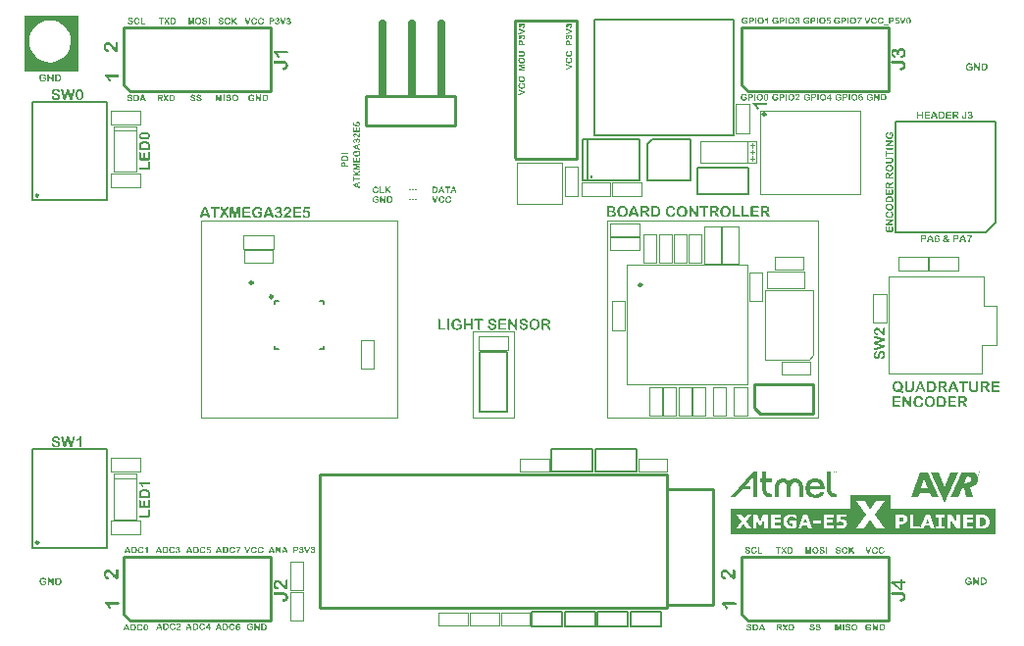
<source format=gto>
%FSLAX43Y43*%
%MOMM*%
G71*
G01*
G75*
G04 Layer_Color=65535*
%ADD10R,2.500X1.200*%
%ADD11R,0.800X0.650*%
%ADD12R,0.900X0.600*%
%ADD13R,1.350X1.500*%
%ADD14R,0.762X0.762*%
%ADD15R,0.700X0.700*%
%ADD16O,0.550X1.750*%
%ADD17O,1.750X0.550*%
%ADD18R,0.600X0.900*%
%ADD19R,0.650X0.800*%
%ADD20R,1.200X1.200*%
%ADD21R,1.000X2.250*%
%ADD22R,1.150X1.350*%
%ADD23R,2.000X2.500*%
%ADD24R,0.500X2.300*%
%ADD25R,1.500X3.280*%
%ADD26R,1.500X0.990*%
%ADD27R,0.950X1.750*%
%ADD28R,1.100X1.000*%
%ADD29R,1.100X0.600*%
%ADD30R,1.500X0.800*%
%ADD31R,1.300X0.600*%
%ADD32R,1.300X1.600*%
%ADD33O,0.300X1.700*%
%ADD34O,1.700X0.300*%
%ADD35R,0.800X1.000*%
%ADD36R,1.000X1.000*%
%ADD37R,0.950X1.000*%
%ADD38R,1.000X0.950*%
%ADD39O,0.700X0.250*%
%ADD40O,0.250X0.700*%
%ADD41R,1.400X3.000*%
%ADD42R,2.000X8.000*%
%ADD43C,0.175*%
%ADD44C,0.230*%
%ADD45C,0.150*%
%ADD46C,0.300*%
%ADD47C,0.200*%
%ADD48R,0.900X0.300*%
%ADD49R,1.700X1.700*%
%ADD50C,0.500*%
%ADD51C,1.700*%
%ADD52C,2.000*%
%ADD53C,3.600*%
%ADD54C,1.300*%
%ADD55C,0.550*%
%ADD56C,0.500*%
%ADD57C,1.600*%
%ADD58C,1.500*%
G04:AMPARAMS|DCode=59|XSize=2.524mm|YSize=2.524mm|CornerRadius=0mm|HoleSize=0mm|Usage=FLASHONLY|Rotation=0.000|XOffset=0mm|YOffset=0mm|HoleType=Round|Shape=Relief|Width=0.254mm|Gap=0.254mm|Entries=4|*
%AMTHD59*
7,0,0,2.524,2.016,0.254,45*
%
%ADD59THD59*%
%ADD60C,2.600*%
G04:AMPARAMS|DCode=61|XSize=4.624mm|YSize=4.624mm|CornerRadius=0mm|HoleSize=0mm|Usage=FLASHONLY|Rotation=0.000|XOffset=0mm|YOffset=0mm|HoleType=Round|Shape=Relief|Width=0.254mm|Gap=0.254mm|Entries=4|*
%AMTHD61*
7,0,0,4.624,4.116,0.254,45*
%
%ADD61THD61*%
G04:AMPARAMS|DCode=62|XSize=2.424mm|YSize=2.424mm|CornerRadius=0mm|HoleSize=0mm|Usage=FLASHONLY|Rotation=0.000|XOffset=0mm|YOffset=0mm|HoleType=Round|Shape=Relief|Width=0.254mm|Gap=0.254mm|Entries=4|*
%AMTHD62*
7,0,0,2.424,1.916,0.254,45*
%
%ADD62THD62*%
%ADD63C,0.850*%
%ADD64C,3.700*%
%ADD65R,2.400X0.800*%
%ADD66R,2.200X0.350*%
%ADD67C,1.270*%
%ADD68R,0.300X0.900*%
%ADD69C,0.800*%
%ADD70C,0.250*%
%ADD71C,0.254*%
%ADD72C,0.125*%
%ADD73C,0.640*%
%ADD74C,0.100*%
G36*
X9760Y7830D02*
X9773Y7829D01*
X9789Y7828D01*
X9805Y7826D01*
X9822Y7823D01*
X9838Y7820D01*
X9838D01*
X9839Y7819D01*
X9841Y7818D01*
X9844Y7817D01*
X9853Y7815D01*
X9862Y7811D01*
X9874Y7806D01*
X9886Y7799D01*
X9900Y7791D01*
X9913Y7780D01*
X9913Y7779D01*
X9916Y7776D01*
X9921Y7773D01*
X9926Y7766D01*
X9933Y7758D01*
X9940Y7749D01*
X9948Y7737D01*
X9956Y7724D01*
X9964Y7709D01*
X9972Y7692D01*
X9979Y7674D01*
X9986Y7653D01*
X9991Y7631D01*
X9996Y7607D01*
X9999Y7581D01*
X10000Y7554D01*
Y7553D01*
Y7551D01*
Y7549D01*
Y7545D01*
Y7541D01*
X9999Y7536D01*
Y7524D01*
X9997Y7510D01*
X9996Y7495D01*
X9993Y7478D01*
X9991Y7462D01*
Y7462D01*
X9990Y7461D01*
Y7459D01*
X9989Y7456D01*
X9987Y7447D01*
X9984Y7438D01*
X9980Y7426D01*
X9976Y7414D01*
X9970Y7401D01*
X9964Y7388D01*
X9963Y7387D01*
X9961Y7383D01*
X9956Y7376D01*
X9951Y7369D01*
X9944Y7359D01*
X9937Y7349D01*
X9928Y7339D01*
X9917Y7329D01*
X9916Y7328D01*
X9913Y7326D01*
X9909Y7322D01*
X9903Y7318D01*
X9895Y7312D01*
X9887Y7307D01*
X9877Y7301D01*
X9868Y7297D01*
X9866Y7296D01*
X9863Y7294D01*
X9858Y7293D01*
X9850Y7290D01*
X9842Y7287D01*
X9832Y7285D01*
X9822Y7282D01*
X9811Y7280D01*
X9809D01*
X9805Y7279D01*
X9799Y7278D01*
X9791Y7277D01*
X9781Y7277D01*
X9769Y7276D01*
X9757Y7275D01*
X9590D01*
X9585Y7276D01*
X9578Y7277D01*
X9563Y7279D01*
X9556Y7281D01*
X9549Y7284D01*
X9548Y7285D01*
X9547Y7285D01*
X9544Y7288D01*
X9541Y7291D01*
X9537Y7294D01*
X9534Y7298D01*
X9531Y7303D01*
X9529Y7309D01*
Y7310D01*
X9528Y7312D01*
X9527Y7316D01*
X9527Y7321D01*
X9526Y7328D01*
X9525Y7336D01*
X9524Y7344D01*
Y7354D01*
Y7761D01*
Y7762D01*
Y7763D01*
Y7767D01*
X9525Y7774D01*
X9527Y7782D01*
X9528Y7791D01*
X9531Y7800D01*
X9535Y7808D01*
X9540Y7814D01*
X9541Y7815D01*
X9543Y7817D01*
X9548Y7820D01*
X9553Y7823D01*
X9560Y7826D01*
X9569Y7829D01*
X9580Y7830D01*
X9593Y7831D01*
X9754D01*
X9760Y7830D01*
D02*
G37*
G36*
X10899Y7834D02*
X10904Y7832D01*
X10908Y7831D01*
X10914Y7828D01*
X10920Y7824D01*
X10924Y7819D01*
X10925Y7818D01*
X10926Y7816D01*
X10928Y7812D01*
X10931Y7808D01*
X10933Y7802D01*
X10935Y7794D01*
X10936Y7785D01*
X10937Y7776D01*
Y7341D01*
Y7340D01*
Y7338D01*
Y7334D01*
X10936Y7329D01*
X10935Y7324D01*
X10934Y7317D01*
X10930Y7303D01*
X10928Y7296D01*
X10924Y7289D01*
X10920Y7282D01*
X10915Y7277D01*
X10908Y7272D01*
X10902Y7268D01*
X10893Y7266D01*
X10884Y7265D01*
X10881D01*
X10876Y7266D01*
X10871Y7268D01*
X10865Y7269D01*
X10859Y7271D01*
X10853Y7275D01*
X10847Y7280D01*
X10846Y7281D01*
X10845Y7283D01*
X10842Y7287D01*
X10840Y7292D01*
X10838Y7298D01*
X10836Y7306D01*
X10834Y7316D01*
X10833Y7327D01*
Y7672D01*
X10833Y7671D01*
X10829Y7669D01*
X10824Y7665D01*
X10818Y7661D01*
X10810Y7655D01*
X10801Y7649D01*
X10792Y7642D01*
X10781Y7635D01*
X10759Y7621D01*
X10748Y7615D01*
X10738Y7610D01*
X10728Y7605D01*
X10718Y7601D01*
X10710Y7599D01*
X10703Y7598D01*
X10700D01*
X10697Y7599D01*
X10693Y7599D01*
X10690Y7601D01*
X10684Y7603D01*
X10680Y7606D01*
X10675Y7610D01*
X10674Y7611D01*
X10673Y7612D01*
X10671Y7615D01*
X10669Y7618D01*
X10666Y7623D01*
X10665Y7628D01*
X10663Y7634D01*
X10663Y7640D01*
Y7641D01*
Y7643D01*
X10663Y7647D01*
X10664Y7651D01*
X10666Y7656D01*
X10668Y7660D01*
X10671Y7665D01*
X10675Y7668D01*
X10675Y7669D01*
X10677Y7670D01*
X10681Y7672D01*
X10685Y7674D01*
X10691Y7678D01*
X10699Y7682D01*
X10708Y7686D01*
X10718Y7692D01*
X10719D01*
X10720Y7692D01*
X10723Y7694D01*
X10726Y7695D01*
X10734Y7700D01*
X10744Y7706D01*
X10756Y7713D01*
X10768Y7720D01*
X10780Y7728D01*
X10791Y7737D01*
X10792Y7738D01*
X10795Y7742D01*
X10800Y7746D01*
X10807Y7753D01*
X10815Y7761D01*
X10823Y7770D01*
X10831Y7780D01*
X10839Y7791D01*
X10840Y7792D01*
X10843Y7795D01*
X10847Y7800D01*
X10851Y7806D01*
X10856Y7813D01*
X10860Y7819D01*
X10864Y7823D01*
X10867Y7827D01*
X10869Y7829D01*
X10870Y7829D01*
X10873Y7831D01*
X10876Y7832D01*
X10881Y7833D01*
X10886Y7835D01*
X10896D01*
X10899Y7834D01*
D02*
G37*
G36*
X9188Y7840D02*
X9194D01*
X9207Y7837D01*
X9213Y7835D01*
X9219Y7832D01*
X9220Y7831D01*
X9222Y7830D01*
X9225Y7828D01*
X9228Y7826D01*
X9237Y7818D01*
X9245Y7808D01*
X9246Y7808D01*
X9246Y7806D01*
X9249Y7803D01*
X9251Y7800D01*
X9253Y7795D01*
X9255Y7790D01*
X9261Y7778D01*
Y7777D01*
X9262Y7775D01*
X9264Y7771D01*
X9265Y7767D01*
X9268Y7761D01*
X9271Y7753D01*
X9274Y7745D01*
X9278Y7735D01*
X9423Y7376D01*
Y7375D01*
X9424Y7375D01*
X9425Y7372D01*
X9426Y7369D01*
X9429Y7362D01*
X9432Y7353D01*
X9435Y7343D01*
X9438Y7333D01*
X9440Y7324D01*
X9441Y7316D01*
Y7315D01*
Y7313D01*
X9440Y7309D01*
X9438Y7305D01*
X9437Y7300D01*
X9434Y7294D01*
X9429Y7287D01*
X9424Y7281D01*
X9423Y7280D01*
X9421Y7279D01*
X9418Y7276D01*
X9414Y7273D01*
X9408Y7271D01*
X9401Y7268D01*
X9393Y7266D01*
X9385Y7265D01*
X9381D01*
X9377Y7266D01*
X9369Y7268D01*
X9362Y7271D01*
X9361D01*
X9360Y7271D01*
X9357Y7273D01*
X9351Y7277D01*
X9346Y7282D01*
Y7283D01*
X9345Y7284D01*
X9344Y7286D01*
X9342Y7288D01*
X9340Y7292D01*
X9338Y7297D01*
X9336Y7301D01*
X9333Y7307D01*
Y7308D01*
X9331Y7310D01*
X9330Y7313D01*
X9328Y7318D01*
X9324Y7327D01*
X9320Y7337D01*
X9294Y7408D01*
X9067D01*
X9041Y7336D01*
Y7335D01*
X9040Y7334D01*
X9040Y7332D01*
X9039Y7329D01*
X9036Y7322D01*
X9032Y7313D01*
X9028Y7304D01*
X9023Y7294D01*
X9019Y7286D01*
X9014Y7280D01*
X9013Y7279D01*
X9012Y7277D01*
X9010Y7275D01*
X9006Y7273D01*
X9001Y7270D01*
X8995Y7268D01*
X8987Y7266D01*
X8978Y7265D01*
X8974D01*
X8971Y7266D01*
X8965Y7268D01*
X8960Y7269D01*
X8953Y7271D01*
X8947Y7275D01*
X8941Y7280D01*
X8940Y7281D01*
X8938Y7283D01*
X8935Y7286D01*
X8933Y7291D01*
X8930Y7296D01*
X8927Y7302D01*
X8926Y7309D01*
X8925Y7315D01*
Y7316D01*
Y7318D01*
Y7320D01*
X8926Y7323D01*
X8927Y7330D01*
X8929Y7339D01*
Y7340D01*
X8929Y7342D01*
X8930Y7345D01*
X8932Y7348D01*
X8933Y7353D01*
X8935Y7359D01*
X8938Y7366D01*
X8941Y7373D01*
X9083Y7734D01*
Y7735D01*
X9084Y7737D01*
X9085Y7740D01*
X9087Y7745D01*
X9089Y7750D01*
X9091Y7757D01*
X9094Y7764D01*
X9097Y7772D01*
X9098Y7773D01*
X9099Y7776D01*
X9101Y7779D01*
X9103Y7785D01*
X9109Y7797D01*
X9116Y7808D01*
X9117Y7808D01*
X9118Y7810D01*
X9120Y7813D01*
X9123Y7817D01*
X9131Y7824D01*
X9142Y7832D01*
X9142Y7832D01*
X9145Y7833D01*
X9148Y7835D01*
X9152Y7836D01*
X9158Y7838D01*
X9164Y7839D01*
X9172Y7841D01*
X9184D01*
X9188Y7840D01*
D02*
G37*
G36*
X12510Y1205D02*
X12523Y1204D01*
X12539Y1203D01*
X12555Y1201D01*
X12572Y1198D01*
X12588Y1195D01*
X12588D01*
X12589Y1194D01*
X12591Y1193D01*
X12594Y1192D01*
X12603Y1190D01*
X12612Y1186D01*
X12624Y1181D01*
X12636Y1174D01*
X12650Y1166D01*
X12663Y1155D01*
X12663Y1154D01*
X12666Y1151D01*
X12671Y1148D01*
X12676Y1141D01*
X12683Y1133D01*
X12690Y1124D01*
X12698Y1112D01*
X12706Y1099D01*
X12714Y1084D01*
X12722Y1067D01*
X12729Y1049D01*
X12736Y1028D01*
X12741Y1006D01*
X12746Y982D01*
X12749Y956D01*
X12750Y929D01*
Y928D01*
Y926D01*
Y924D01*
Y920D01*
Y916D01*
X12749Y911D01*
Y899D01*
X12747Y885D01*
X12746Y870D01*
X12743Y853D01*
X12741Y837D01*
Y837D01*
X12740Y836D01*
Y834D01*
X12739Y831D01*
X12737Y822D01*
X12734Y813D01*
X12730Y801D01*
X12726Y789D01*
X12720Y776D01*
X12714Y763D01*
X12713Y762D01*
X12711Y758D01*
X12706Y751D01*
X12701Y744D01*
X12694Y734D01*
X12687Y724D01*
X12678Y714D01*
X12667Y704D01*
X12666Y703D01*
X12663Y701D01*
X12659Y697D01*
X12653Y693D01*
X12645Y687D01*
X12637Y682D01*
X12627Y676D01*
X12618Y672D01*
X12616Y671D01*
X12613Y669D01*
X12608Y668D01*
X12600Y665D01*
X12592Y662D01*
X12582Y660D01*
X12572Y657D01*
X12561Y655D01*
X12559D01*
X12555Y654D01*
X12549Y653D01*
X12541Y652D01*
X12531Y651D01*
X12519Y651D01*
X12507Y650D01*
X12340D01*
X12335Y651D01*
X12328Y651D01*
X12313Y654D01*
X12306Y656D01*
X12299Y659D01*
X12298Y660D01*
X12297Y660D01*
X12294Y663D01*
X12291Y666D01*
X12287Y669D01*
X12284Y673D01*
X12281Y678D01*
X12279Y684D01*
Y685D01*
X12278Y687D01*
X12277Y691D01*
X12277Y696D01*
X12276Y703D01*
X12275Y711D01*
X12274Y719D01*
Y729D01*
Y1136D01*
Y1137D01*
Y1138D01*
Y1142D01*
X12275Y1149D01*
X12277Y1157D01*
X12278Y1166D01*
X12281Y1175D01*
X12285Y1183D01*
X12290Y1189D01*
X12291Y1190D01*
X12293Y1192D01*
X12298Y1195D01*
X12303Y1198D01*
X12310Y1201D01*
X12319Y1204D01*
X12330Y1205D01*
X12343Y1206D01*
X12504D01*
X12510Y1205D01*
D02*
G37*
G36*
X11938Y1215D02*
X11944D01*
X11957Y1212D01*
X11963Y1210D01*
X11969Y1207D01*
X11970Y1206D01*
X11972Y1205D01*
X11975Y1203D01*
X11978Y1201D01*
X11987Y1193D01*
X11995Y1184D01*
X11996Y1183D01*
X11996Y1181D01*
X11999Y1178D01*
X12001Y1175D01*
X12003Y1170D01*
X12005Y1165D01*
X12011Y1153D01*
Y1152D01*
X12012Y1150D01*
X12014Y1146D01*
X12015Y1142D01*
X12018Y1136D01*
X12021Y1128D01*
X12024Y1120D01*
X12028Y1110D01*
X12173Y751D01*
Y750D01*
X12174Y750D01*
X12175Y747D01*
X12176Y744D01*
X12179Y737D01*
X12182Y728D01*
X12185Y718D01*
X12188Y708D01*
X12190Y699D01*
X12191Y691D01*
Y690D01*
Y688D01*
X12190Y684D01*
X12188Y680D01*
X12187Y675D01*
X12184Y669D01*
X12179Y662D01*
X12174Y656D01*
X12173Y655D01*
X12171Y654D01*
X12168Y651D01*
X12164Y649D01*
X12158Y646D01*
X12151Y643D01*
X12143Y641D01*
X12135Y640D01*
X12131D01*
X12127Y641D01*
X12119Y643D01*
X12112Y646D01*
X12111D01*
X12110Y646D01*
X12107Y649D01*
X12101Y652D01*
X12096Y657D01*
Y658D01*
X12095Y659D01*
X12094Y661D01*
X12092Y663D01*
X12090Y667D01*
X12088Y672D01*
X12086Y676D01*
X12083Y682D01*
Y683D01*
X12081Y685D01*
X12080Y688D01*
X12078Y693D01*
X12074Y702D01*
X12070Y712D01*
X12044Y783D01*
X11817D01*
X11791Y711D01*
Y710D01*
X11790Y709D01*
X11790Y707D01*
X11789Y704D01*
X11786Y697D01*
X11782Y688D01*
X11778Y679D01*
X11773Y669D01*
X11769Y661D01*
X11764Y655D01*
X11763Y654D01*
X11762Y652D01*
X11760Y650D01*
X11756Y648D01*
X11751Y645D01*
X11745Y643D01*
X11737Y641D01*
X11728Y640D01*
X11724D01*
X11721Y641D01*
X11715Y643D01*
X11710Y644D01*
X11703Y646D01*
X11697Y650D01*
X11691Y655D01*
X11690Y656D01*
X11688Y658D01*
X11685Y661D01*
X11683Y666D01*
X11680Y671D01*
X11677Y677D01*
X11676Y684D01*
X11675Y690D01*
Y691D01*
Y693D01*
Y695D01*
X11676Y698D01*
X11677Y705D01*
X11679Y714D01*
Y715D01*
X11679Y717D01*
X11680Y720D01*
X11682Y723D01*
X11683Y728D01*
X11685Y734D01*
X11688Y741D01*
X11691Y748D01*
X11833Y1109D01*
Y1110D01*
X11834Y1112D01*
X11835Y1115D01*
X11837Y1120D01*
X11839Y1125D01*
X11841Y1132D01*
X11844Y1139D01*
X11847Y1147D01*
X11848Y1148D01*
X11849Y1151D01*
X11851Y1154D01*
X11853Y1160D01*
X11859Y1172D01*
X11866Y1183D01*
X11867Y1184D01*
X11868Y1185D01*
X11870Y1188D01*
X11873Y1192D01*
X11881Y1199D01*
X11892Y1207D01*
X11892Y1207D01*
X11895Y1208D01*
X11898Y1210D01*
X11902Y1211D01*
X11908Y1213D01*
X11914Y1214D01*
X11922Y1216D01*
X11934D01*
X11938Y1215D01*
D02*
G37*
G36*
X10353Y7840D02*
X10359D01*
X10366Y7839D01*
X10373Y7838D01*
X10382Y7838D01*
X10401Y7834D01*
X10421Y7829D01*
X10442Y7823D01*
X10462Y7814D01*
X10463D01*
X10464Y7812D01*
X10467Y7811D01*
X10471Y7809D01*
X10475Y7806D01*
X10480Y7803D01*
X10492Y7795D01*
X10505Y7785D01*
X10519Y7774D01*
X10531Y7761D01*
X10543Y7747D01*
Y7746D01*
X10544Y7746D01*
X10546Y7743D01*
X10547Y7740D01*
X10552Y7733D01*
X10557Y7723D01*
X10562Y7711D01*
X10567Y7698D01*
X10570Y7686D01*
X10571Y7672D01*
Y7671D01*
Y7669D01*
X10570Y7665D01*
X10570Y7661D01*
X10567Y7655D01*
X10565Y7650D01*
X10561Y7644D01*
X10557Y7638D01*
X10556Y7637D01*
X10555Y7635D01*
X10552Y7633D01*
X10548Y7630D01*
X10543Y7627D01*
X10537Y7625D01*
X10531Y7623D01*
X10525Y7623D01*
X10521D01*
X10517Y7623D01*
X10513Y7624D01*
X10502Y7627D01*
X10496Y7629D01*
X10492Y7633D01*
X10491Y7634D01*
X10490Y7635D01*
X10488Y7638D01*
X10485Y7641D01*
X10481Y7647D01*
X10478Y7653D01*
X10473Y7660D01*
X10468Y7668D01*
Y7669D01*
X10467Y7670D01*
X10466Y7672D01*
X10464Y7675D01*
X10460Y7683D01*
X10454Y7692D01*
X10445Y7702D01*
X10437Y7713D01*
X10427Y7722D01*
X10416Y7731D01*
X10415Y7731D01*
X10411Y7734D01*
X10404Y7737D01*
X10396Y7741D01*
X10385Y7745D01*
X10373Y7749D01*
X10358Y7751D01*
X10343Y7752D01*
X10336D01*
X10331Y7751D01*
X10325Y7750D01*
X10319Y7749D01*
X10311Y7747D01*
X10303Y7745D01*
X10294Y7742D01*
X10285Y7739D01*
X10276Y7734D01*
X10266Y7729D01*
X10257Y7723D01*
X10248Y7716D01*
X10240Y7708D01*
X10232Y7698D01*
X10231Y7698D01*
X10230Y7696D01*
X10228Y7693D01*
X10226Y7689D01*
X10223Y7683D01*
X10219Y7677D01*
X10215Y7668D01*
X10212Y7659D01*
X10208Y7650D01*
X10204Y7638D01*
X10201Y7626D01*
X10197Y7612D01*
X10195Y7598D01*
X10193Y7582D01*
X10192Y7566D01*
X10191Y7548D01*
Y7547D01*
Y7545D01*
Y7542D01*
Y7537D01*
X10192Y7531D01*
Y7525D01*
X10193Y7518D01*
X10194Y7510D01*
X10196Y7493D01*
X10199Y7475D01*
X10203Y7457D01*
X10209Y7440D01*
Y7439D01*
X10210Y7438D01*
X10212Y7435D01*
X10212Y7433D01*
X10217Y7425D01*
X10223Y7416D01*
X10230Y7405D01*
X10239Y7394D01*
X10248Y7384D01*
X10260Y7375D01*
X10261D01*
X10262Y7375D01*
X10266Y7372D01*
X10273Y7369D01*
X10283Y7365D01*
X10294Y7361D01*
X10307Y7357D01*
X10322Y7355D01*
X10339Y7354D01*
X10343D01*
X10347Y7355D01*
X10351D01*
X10356Y7356D01*
X10367Y7357D01*
X10380Y7360D01*
X10394Y7365D01*
X10408Y7370D01*
X10421Y7378D01*
X10421D01*
X10422Y7380D01*
X10426Y7383D01*
X10432Y7388D01*
X10439Y7396D01*
X10448Y7406D01*
X10457Y7418D01*
X10465Y7432D01*
X10472Y7449D01*
Y7450D01*
X10473Y7453D01*
X10475Y7456D01*
X10477Y7462D01*
X10482Y7474D01*
X10486Y7480D01*
X10490Y7485D01*
X10490Y7486D01*
X10492Y7487D01*
X10494Y7489D01*
X10498Y7492D01*
X10502Y7495D01*
X10508Y7497D01*
X10516Y7498D01*
X10524Y7499D01*
X10527D01*
X10531Y7498D01*
X10535Y7498D01*
X10540Y7495D01*
X10546Y7493D01*
X10552Y7489D01*
X10558Y7485D01*
X10558Y7484D01*
X10560Y7483D01*
X10562Y7480D01*
X10565Y7475D01*
X10568Y7470D01*
X10570Y7464D01*
X10572Y7457D01*
X10573Y7450D01*
Y7448D01*
Y7445D01*
X10572Y7440D01*
X10571Y7432D01*
X10570Y7424D01*
X10567Y7414D01*
X10564Y7404D01*
X10559Y7393D01*
X10558Y7391D01*
X10557Y7387D01*
X10554Y7381D01*
X10549Y7374D01*
X10543Y7364D01*
X10537Y7354D01*
X10528Y7343D01*
X10518Y7332D01*
X10517Y7330D01*
X10513Y7327D01*
X10507Y7321D01*
X10499Y7315D01*
X10489Y7307D01*
X10476Y7299D01*
X10463Y7291D01*
X10447Y7283D01*
X10446D01*
X10445Y7282D01*
X10442Y7282D01*
X10439Y7280D01*
X10435Y7279D01*
X10430Y7277D01*
X10424Y7276D01*
X10418Y7274D01*
X10403Y7271D01*
X10385Y7268D01*
X10366Y7266D01*
X10345Y7265D01*
X10337D01*
X10329Y7266D01*
X10319D01*
X10306Y7268D01*
X10292Y7269D01*
X10278Y7271D01*
X10265Y7273D01*
X10264D01*
X10263Y7274D01*
X10259Y7275D01*
X10252Y7277D01*
X10243Y7280D01*
X10233Y7283D01*
X10222Y7288D01*
X10211Y7293D01*
X10200Y7299D01*
X10198Y7300D01*
X10194Y7302D01*
X10189Y7306D01*
X10182Y7312D01*
X10173Y7318D01*
X10164Y7326D01*
X10155Y7335D01*
X10146Y7345D01*
X10145Y7347D01*
X10142Y7350D01*
X10138Y7355D01*
X10133Y7363D01*
X10127Y7371D01*
X10121Y7381D01*
X10114Y7392D01*
X10108Y7404D01*
Y7405D01*
X10107Y7405D01*
X10106Y7410D01*
X10103Y7417D01*
X10099Y7425D01*
X10095Y7435D01*
X10092Y7447D01*
X10088Y7460D01*
X10085Y7474D01*
Y7474D01*
Y7475D01*
X10084Y7477D01*
X10083Y7480D01*
X10083Y7487D01*
X10081Y7497D01*
X10080Y7509D01*
X10079Y7522D01*
X10077Y7537D01*
Y7551D01*
Y7552D01*
Y7554D01*
Y7558D01*
Y7563D01*
X10078Y7569D01*
Y7575D01*
X10079Y7584D01*
X10080Y7592D01*
X10082Y7611D01*
X10086Y7631D01*
X10090Y7652D01*
X10097Y7672D01*
Y7673D01*
X10098Y7674D01*
X10099Y7677D01*
X10101Y7681D01*
X10103Y7686D01*
X10105Y7691D01*
X10111Y7704D01*
X10119Y7718D01*
X10128Y7733D01*
X10140Y7748D01*
X10152Y7763D01*
X10153Y7764D01*
X10154Y7764D01*
X10156Y7767D01*
X10159Y7769D01*
X10167Y7776D01*
X10176Y7785D01*
X10189Y7794D01*
X10203Y7803D01*
X10220Y7812D01*
X10237Y7820D01*
X10238D01*
X10239Y7821D01*
X10242Y7823D01*
X10246Y7823D01*
X10251Y7825D01*
X10256Y7827D01*
X10262Y7829D01*
X10269Y7831D01*
X10284Y7834D01*
X10302Y7838D01*
X10322Y7840D01*
X10342Y7841D01*
X10349D01*
X10353Y7840D01*
D02*
G37*
G36*
X10278Y1165D02*
X10284D01*
X10291Y1164D01*
X10298Y1163D01*
X10307Y1163D01*
X10326Y1159D01*
X10346Y1154D01*
X10367Y1148D01*
X10387Y1139D01*
X10388D01*
X10389Y1137D01*
X10392Y1136D01*
X10396Y1134D01*
X10400Y1131D01*
X10405Y1128D01*
X10417Y1120D01*
X10430Y1110D01*
X10444Y1099D01*
X10457Y1086D01*
X10468Y1072D01*
Y1071D01*
X10469Y1071D01*
X10471Y1068D01*
X10472Y1065D01*
X10477Y1058D01*
X10482Y1048D01*
X10487Y1036D01*
X10492Y1023D01*
X10495Y1011D01*
X10496Y997D01*
Y996D01*
Y994D01*
X10495Y990D01*
X10495Y986D01*
X10492Y980D01*
X10490Y975D01*
X10486Y969D01*
X10482Y963D01*
X10481Y962D01*
X10480Y960D01*
X10477Y958D01*
X10473Y955D01*
X10468Y952D01*
X10462Y950D01*
X10457Y948D01*
X10450Y948D01*
X10446D01*
X10442Y948D01*
X10438Y949D01*
X10427Y952D01*
X10421Y954D01*
X10417Y958D01*
X10416Y959D01*
X10415Y960D01*
X10413Y963D01*
X10410Y966D01*
X10406Y972D01*
X10403Y978D01*
X10398Y985D01*
X10393Y993D01*
Y994D01*
X10392Y995D01*
X10391Y997D01*
X10389Y1000D01*
X10385Y1008D01*
X10379Y1017D01*
X10370Y1027D01*
X10362Y1038D01*
X10352Y1047D01*
X10341Y1056D01*
X10340Y1056D01*
X10336Y1059D01*
X10329Y1062D01*
X10321Y1066D01*
X10310Y1070D01*
X10298Y1074D01*
X10283Y1076D01*
X10268Y1077D01*
X10261D01*
X10256Y1076D01*
X10250Y1075D01*
X10244Y1074D01*
X10236Y1072D01*
X10228Y1070D01*
X10219Y1067D01*
X10210Y1064D01*
X10201Y1059D01*
X10191Y1054D01*
X10182Y1048D01*
X10173Y1041D01*
X10165Y1033D01*
X10157Y1023D01*
X10156Y1023D01*
X10155Y1021D01*
X10153Y1018D01*
X10151Y1014D01*
X10148Y1008D01*
X10144Y1002D01*
X10140Y993D01*
X10137Y984D01*
X10133Y975D01*
X10129Y963D01*
X10126Y951D01*
X10122Y937D01*
X10120Y923D01*
X10118Y907D01*
X10117Y891D01*
X10116Y873D01*
Y872D01*
Y870D01*
Y867D01*
Y862D01*
X10117Y856D01*
Y850D01*
X10118Y843D01*
X10119Y835D01*
X10121Y818D01*
X10124Y800D01*
X10128Y782D01*
X10134Y765D01*
Y764D01*
X10135Y763D01*
X10137Y760D01*
X10137Y758D01*
X10142Y750D01*
X10148Y741D01*
X10155Y730D01*
X10164Y719D01*
X10173Y709D01*
X10185Y700D01*
X10186D01*
X10187Y700D01*
X10191Y697D01*
X10198Y694D01*
X10208Y690D01*
X10219Y686D01*
X10232Y682D01*
X10247Y680D01*
X10264Y679D01*
X10268D01*
X10272Y680D01*
X10276D01*
X10281Y681D01*
X10292Y682D01*
X10305Y685D01*
X10319Y690D01*
X10333Y695D01*
X10346Y703D01*
X10346D01*
X10347Y705D01*
X10351Y708D01*
X10357Y713D01*
X10364Y721D01*
X10373Y731D01*
X10382Y743D01*
X10390Y757D01*
X10397Y774D01*
Y775D01*
X10398Y778D01*
X10400Y781D01*
X10402Y787D01*
X10407Y799D01*
X10411Y805D01*
X10415Y810D01*
X10415Y811D01*
X10417Y812D01*
X10419Y814D01*
X10423Y817D01*
X10427Y820D01*
X10433Y822D01*
X10441Y823D01*
X10449Y824D01*
X10452D01*
X10456Y823D01*
X10460Y823D01*
X10465Y820D01*
X10471Y818D01*
X10477Y814D01*
X10483Y810D01*
X10483Y809D01*
X10485Y808D01*
X10487Y805D01*
X10490Y800D01*
X10493Y795D01*
X10495Y789D01*
X10497Y782D01*
X10498Y775D01*
Y773D01*
Y770D01*
X10497Y765D01*
X10496Y757D01*
X10495Y749D01*
X10492Y739D01*
X10489Y729D01*
X10484Y718D01*
X10483Y716D01*
X10482Y712D01*
X10479Y706D01*
X10474Y699D01*
X10468Y689D01*
X10462Y679D01*
X10453Y668D01*
X10443Y657D01*
X10442Y655D01*
X10438Y652D01*
X10432Y646D01*
X10424Y640D01*
X10414Y632D01*
X10401Y624D01*
X10388Y616D01*
X10372Y608D01*
X10371D01*
X10370Y607D01*
X10367Y607D01*
X10364Y605D01*
X10360Y604D01*
X10355Y602D01*
X10349Y601D01*
X10343Y599D01*
X10328Y596D01*
X10310Y593D01*
X10291Y591D01*
X10270Y590D01*
X10262D01*
X10254Y591D01*
X10244D01*
X10231Y593D01*
X10217Y594D01*
X10203Y595D01*
X10190Y599D01*
X10189D01*
X10188Y599D01*
X10184Y600D01*
X10177Y602D01*
X10168Y604D01*
X10158Y608D01*
X10147Y613D01*
X10136Y618D01*
X10125Y624D01*
X10123Y625D01*
X10119Y627D01*
X10114Y631D01*
X10107Y637D01*
X10098Y643D01*
X10089Y651D01*
X10080Y660D01*
X10071Y670D01*
X10070Y672D01*
X10067Y675D01*
X10063Y680D01*
X10058Y688D01*
X10052Y696D01*
X10046Y706D01*
X10039Y717D01*
X10033Y729D01*
Y730D01*
X10032Y730D01*
X10031Y735D01*
X10028Y742D01*
X10024Y750D01*
X10020Y760D01*
X10017Y772D01*
X10013Y785D01*
X10010Y799D01*
Y799D01*
Y800D01*
X10009Y802D01*
X10008Y805D01*
X10008Y812D01*
X10006Y822D01*
X10005Y834D01*
X10004Y847D01*
X10002Y862D01*
Y876D01*
Y877D01*
Y879D01*
Y883D01*
Y888D01*
X10003Y894D01*
Y900D01*
X10004Y909D01*
X10005Y917D01*
X10007Y936D01*
X10011Y956D01*
X10015Y977D01*
X10022Y997D01*
Y998D01*
X10023Y999D01*
X10024Y1002D01*
X10026Y1006D01*
X10028Y1011D01*
X10030Y1016D01*
X10036Y1029D01*
X10044Y1043D01*
X10053Y1058D01*
X10065Y1073D01*
X10077Y1088D01*
X10078Y1089D01*
X10079Y1089D01*
X10081Y1092D01*
X10084Y1094D01*
X10092Y1101D01*
X10101Y1110D01*
X10114Y1119D01*
X10128Y1128D01*
X10145Y1137D01*
X10162Y1145D01*
X10163D01*
X10164Y1146D01*
X10167Y1148D01*
X10171Y1148D01*
X10176Y1150D01*
X10181Y1152D01*
X10187Y1154D01*
X10193Y1156D01*
X10209Y1159D01*
X10227Y1163D01*
X10247Y1165D01*
X10267Y1166D01*
X10274D01*
X10278Y1165D01*
D02*
G37*
G36*
X70562Y7815D02*
X70574Y7814D01*
X70589Y7813D01*
X70604Y7810D01*
X70619Y7807D01*
X70633Y7803D01*
X70634D01*
X70634Y7802D01*
X70639Y7801D01*
X70646Y7798D01*
X70655Y7794D01*
X70664Y7789D01*
X70675Y7783D01*
X70685Y7776D01*
X70695Y7768D01*
X70696Y7768D01*
X70699Y7765D01*
X70703Y7761D01*
X70709Y7755D01*
X70715Y7748D01*
X70721Y7741D01*
X70727Y7733D01*
X70731Y7724D01*
X70732Y7724D01*
X70732Y7721D01*
X70735Y7716D01*
X70737Y7710D01*
X70738Y7703D01*
X70741Y7696D01*
X70741Y7688D01*
X70742Y7679D01*
Y7679D01*
Y7676D01*
X70741Y7672D01*
X70741Y7667D01*
X70738Y7661D01*
X70736Y7655D01*
X70732Y7649D01*
X70728Y7643D01*
X70727Y7642D01*
X70726Y7640D01*
X70723Y7637D01*
X70718Y7635D01*
X70713Y7632D01*
X70707Y7629D01*
X70700Y7628D01*
X70693Y7627D01*
X70690D01*
X70686Y7628D01*
X70682Y7628D01*
X70672Y7631D01*
X70667Y7634D01*
X70663Y7637D01*
X70662Y7637D01*
X70661Y7639D01*
X70659Y7641D01*
X70657Y7644D01*
X70653Y7649D01*
X70650Y7655D01*
X70646Y7661D01*
X70642Y7669D01*
X70641Y7670D01*
X70639Y7674D01*
X70636Y7679D01*
X70631Y7687D01*
X70626Y7694D01*
X70620Y7703D01*
X70613Y7710D01*
X70605Y7718D01*
X70604Y7718D01*
X70601Y7721D01*
X70596Y7724D01*
X70589Y7727D01*
X70580Y7730D01*
X70568Y7733D01*
X70553Y7735D01*
X70537Y7736D01*
X70529D01*
X70521Y7735D01*
X70511Y7733D01*
X70500Y7731D01*
X70488Y7727D01*
X70476Y7723D01*
X70466Y7716D01*
X70465Y7715D01*
X70462Y7712D01*
X70457Y7709D01*
X70453Y7703D01*
X70448Y7696D01*
X70444Y7688D01*
X70441Y7679D01*
X70440Y7670D01*
Y7669D01*
Y7667D01*
X70440Y7664D01*
X70441Y7660D01*
X70443Y7651D01*
X70446Y7646D01*
X70449Y7641D01*
X70449Y7640D01*
X70450Y7639D01*
X70452Y7637D01*
X70455Y7634D01*
X70463Y7627D01*
X70473Y7620D01*
X70474D01*
X70476Y7619D01*
X70479Y7617D01*
X70484Y7615D01*
X70493Y7610D01*
X70505Y7606D01*
X70506D01*
X70508Y7605D01*
X70513Y7604D01*
X70518Y7602D01*
X70526Y7601D01*
X70535Y7598D01*
X70547Y7595D01*
X70560Y7592D01*
X70561D01*
X70562Y7591D01*
X70565D01*
X70568Y7590D01*
X70572Y7589D01*
X70577Y7588D01*
X70588Y7585D01*
X70601Y7581D01*
X70616Y7577D01*
X70631Y7573D01*
X70645Y7568D01*
X70646D01*
X70646Y7567D01*
X70649Y7566D01*
X70652Y7565D01*
X70658Y7562D01*
X70667Y7559D01*
X70678Y7554D01*
X70688Y7548D01*
X70700Y7542D01*
X70710Y7535D01*
X70712Y7535D01*
X70715Y7532D01*
X70719Y7528D01*
X70726Y7523D01*
X70732Y7515D01*
X70739Y7507D01*
X70746Y7498D01*
X70752Y7488D01*
X70753Y7486D01*
X70754Y7482D01*
X70756Y7476D01*
X70759Y7468D01*
X70762Y7458D01*
X70765Y7446D01*
X70766Y7431D01*
X70767Y7416D01*
Y7416D01*
Y7414D01*
Y7411D01*
X70766Y7408D01*
Y7404D01*
X70765Y7398D01*
X70764Y7386D01*
X70760Y7371D01*
X70756Y7356D01*
X70750Y7341D01*
X70741Y7325D01*
Y7324D01*
X70739Y7323D01*
X70738Y7321D01*
X70736Y7318D01*
X70729Y7311D01*
X70721Y7302D01*
X70711Y7292D01*
X70697Y7282D01*
X70682Y7272D01*
X70664Y7263D01*
X70664D01*
X70662Y7262D01*
X70659Y7260D01*
X70655Y7259D01*
X70651Y7257D01*
X70645Y7256D01*
X70638Y7254D01*
X70631Y7251D01*
X70622Y7249D01*
X70613Y7248D01*
X70593Y7244D01*
X70571Y7241D01*
X70546Y7240D01*
X70538D01*
X70532Y7241D01*
X70525D01*
X70517Y7242D01*
X70508Y7242D01*
X70498Y7244D01*
X70476Y7248D01*
X70454Y7253D01*
X70431Y7260D01*
X70410Y7271D01*
X70409D01*
X70408Y7272D01*
X70404Y7275D01*
X70397Y7280D01*
X70388Y7287D01*
X70378Y7296D01*
X70368Y7305D01*
X70358Y7317D01*
X70348Y7330D01*
Y7331D01*
X70347Y7332D01*
X70346Y7334D01*
X70344Y7337D01*
X70341Y7344D01*
X70336Y7353D01*
X70332Y7365D01*
X70328Y7377D01*
X70325Y7390D01*
X70324Y7404D01*
Y7404D01*
Y7407D01*
X70325Y7411D01*
X70326Y7416D01*
X70328Y7421D01*
X70330Y7427D01*
X70334Y7433D01*
X70338Y7438D01*
X70339Y7439D01*
X70341Y7440D01*
X70344Y7443D01*
X70348Y7446D01*
X70353Y7449D01*
X70360Y7451D01*
X70367Y7452D01*
X70375Y7453D01*
X70378D01*
X70381Y7452D01*
X70386Y7452D01*
X70390Y7450D01*
X70395Y7448D01*
X70400Y7445D01*
X70404Y7441D01*
X70405Y7440D01*
X70407Y7439D01*
X70409Y7437D01*
X70412Y7433D01*
X70416Y7428D01*
X70419Y7422D01*
X70422Y7416D01*
X70426Y7408D01*
X70427Y7407D01*
X70428Y7404D01*
X70430Y7398D01*
X70433Y7392D01*
X70437Y7386D01*
X70440Y7378D01*
X70444Y7371D01*
X70449Y7363D01*
X70449Y7362D01*
X70451Y7360D01*
X70454Y7357D01*
X70457Y7353D01*
X70463Y7348D01*
X70469Y7343D01*
X70475Y7338D01*
X70484Y7334D01*
X70484Y7333D01*
X70487Y7332D01*
X70493Y7330D01*
X70499Y7329D01*
X70508Y7326D01*
X70518Y7324D01*
X70530Y7323D01*
X70543Y7323D01*
X70547D01*
X70551Y7323D01*
X70556D01*
X70560Y7324D01*
X70572Y7326D01*
X70585Y7329D01*
X70598Y7332D01*
X70612Y7338D01*
X70625Y7346D01*
X70626Y7347D01*
X70630Y7350D01*
X70634Y7355D01*
X70640Y7362D01*
X70646Y7370D01*
X70651Y7380D01*
X70655Y7392D01*
X70656Y7404D01*
Y7405D01*
Y7408D01*
X70655Y7413D01*
X70654Y7419D01*
X70652Y7427D01*
X70649Y7434D01*
X70645Y7442D01*
X70639Y7449D01*
X70638Y7449D01*
X70636Y7452D01*
X70632Y7455D01*
X70627Y7459D01*
X70621Y7463D01*
X70613Y7467D01*
X70604Y7472D01*
X70595Y7476D01*
X70593Y7476D01*
X70590Y7477D01*
X70584Y7479D01*
X70576Y7482D01*
X70565Y7485D01*
X70553Y7488D01*
X70539Y7491D01*
X70523Y7495D01*
X70523D01*
X70520Y7496D01*
X70517Y7497D01*
X70514Y7497D01*
X70508Y7499D01*
X70502Y7500D01*
X70488Y7504D01*
X70472Y7508D01*
X70456Y7514D01*
X70439Y7520D01*
X70423Y7527D01*
X70422D01*
X70422Y7528D01*
X70419Y7529D01*
X70416Y7531D01*
X70409Y7535D01*
X70400Y7541D01*
X70389Y7548D01*
X70379Y7557D01*
X70368Y7568D01*
X70359Y7579D01*
Y7580D01*
X70358Y7580D01*
X70355Y7585D01*
X70351Y7592D01*
X70347Y7601D01*
X70343Y7613D01*
X70339Y7627D01*
X70336Y7643D01*
X70335Y7660D01*
Y7661D01*
Y7662D01*
Y7664D01*
X70336Y7667D01*
X70337Y7676D01*
X70338Y7687D01*
X70341Y7700D01*
X70346Y7713D01*
X70352Y7727D01*
X70360Y7741D01*
Y7742D01*
X70362Y7742D01*
X70365Y7747D01*
X70371Y7754D01*
X70378Y7761D01*
X70389Y7770D01*
X70401Y7780D01*
X70416Y7788D01*
X70432Y7796D01*
X70433D01*
X70434Y7797D01*
X70437Y7798D01*
X70440Y7799D01*
X70445Y7801D01*
X70451Y7802D01*
X70457Y7804D01*
X70464Y7806D01*
X70472Y7807D01*
X70481Y7810D01*
X70499Y7813D01*
X70521Y7815D01*
X70544Y7816D01*
X70557D01*
X70562Y7815D01*
D02*
G37*
G36*
X71117D02*
X71123D01*
X71130Y7814D01*
X71137Y7813D01*
X71146Y7813D01*
X71165Y7809D01*
X71185Y7804D01*
X71205Y7798D01*
X71226Y7789D01*
X71226D01*
X71228Y7787D01*
X71231Y7786D01*
X71235Y7784D01*
X71239Y7781D01*
X71244Y7778D01*
X71256Y7770D01*
X71269Y7760D01*
X71282Y7749D01*
X71295Y7736D01*
X71306Y7722D01*
Y7721D01*
X71308Y7721D01*
X71309Y7718D01*
X71311Y7715D01*
X71315Y7708D01*
X71321Y7698D01*
X71326Y7686D01*
X71330Y7673D01*
X71333Y7661D01*
X71335Y7647D01*
Y7646D01*
Y7644D01*
X71334Y7640D01*
X71333Y7636D01*
X71331Y7630D01*
X71329Y7625D01*
X71325Y7619D01*
X71321Y7613D01*
X71320Y7612D01*
X71318Y7610D01*
X71315Y7608D01*
X71312Y7605D01*
X71307Y7602D01*
X71301Y7600D01*
X71295Y7598D01*
X71288Y7598D01*
X71285D01*
X71281Y7598D01*
X71276Y7599D01*
X71265Y7602D01*
X71260Y7604D01*
X71256Y7608D01*
X71255Y7609D01*
X71254Y7610D01*
X71252Y7613D01*
X71249Y7616D01*
X71245Y7622D01*
X71241Y7628D01*
X71237Y7635D01*
X71232Y7643D01*
Y7644D01*
X71231Y7645D01*
X71229Y7647D01*
X71228Y7650D01*
X71223Y7658D01*
X71217Y7667D01*
X71209Y7677D01*
X71201Y7688D01*
X71190Y7697D01*
X71180Y7706D01*
X71178Y7706D01*
X71175Y7709D01*
X71168Y7712D01*
X71160Y7716D01*
X71149Y7720D01*
X71136Y7724D01*
X71122Y7726D01*
X71106Y7727D01*
X71100D01*
X71095Y7726D01*
X71089Y7725D01*
X71082Y7724D01*
X71075Y7722D01*
X71067Y7720D01*
X71058Y7717D01*
X71049Y7714D01*
X71040Y7709D01*
X71030Y7704D01*
X71021Y7698D01*
X71012Y7691D01*
X71004Y7683D01*
X70995Y7673D01*
X70995Y7673D01*
X70994Y7671D01*
X70992Y7668D01*
X70990Y7664D01*
X70987Y7658D01*
X70983Y7652D01*
X70979Y7643D01*
X70975Y7634D01*
X70972Y7625D01*
X70968Y7613D01*
X70965Y7601D01*
X70961Y7587D01*
X70959Y7573D01*
X70957Y7557D01*
X70956Y7541D01*
X70955Y7523D01*
Y7522D01*
Y7520D01*
Y7517D01*
Y7512D01*
X70956Y7506D01*
Y7500D01*
X70957Y7493D01*
X70957Y7485D01*
X70960Y7468D01*
X70963Y7450D01*
X70967Y7432D01*
X70973Y7415D01*
Y7414D01*
X70974Y7413D01*
X70975Y7410D01*
X70976Y7408D01*
X70981Y7400D01*
X70987Y7391D01*
X70993Y7380D01*
X71002Y7369D01*
X71012Y7359D01*
X71024Y7350D01*
X71025D01*
X71025Y7350D01*
X71030Y7347D01*
X71037Y7344D01*
X71046Y7340D01*
X71058Y7336D01*
X71071Y7332D01*
X71086Y7330D01*
X71103Y7329D01*
X71107D01*
X71111Y7330D01*
X71115D01*
X71120Y7331D01*
X71131Y7332D01*
X71144Y7335D01*
X71157Y7340D01*
X71172Y7345D01*
X71184Y7353D01*
X71185D01*
X71186Y7355D01*
X71190Y7358D01*
X71196Y7363D01*
X71203Y7371D01*
X71211Y7381D01*
X71220Y7393D01*
X71229Y7407D01*
X71235Y7424D01*
Y7425D01*
X71237Y7428D01*
X71238Y7431D01*
X71241Y7437D01*
X71246Y7449D01*
X71250Y7455D01*
X71253Y7460D01*
X71254Y7461D01*
X71256Y7462D01*
X71258Y7464D01*
X71261Y7467D01*
X71266Y7470D01*
X71272Y7472D01*
X71279Y7473D01*
X71288Y7474D01*
X71291D01*
X71294Y7473D01*
X71299Y7473D01*
X71304Y7470D01*
X71310Y7468D01*
X71316Y7464D01*
X71321Y7460D01*
X71322Y7459D01*
X71324Y7458D01*
X71326Y7455D01*
X71329Y7450D01*
X71332Y7445D01*
X71334Y7439D01*
X71336Y7432D01*
X71336Y7425D01*
Y7423D01*
Y7420D01*
X71336Y7415D01*
X71335Y7407D01*
X71333Y7399D01*
X71330Y7389D01*
X71327Y7379D01*
X71323Y7368D01*
X71322Y7366D01*
X71321Y7362D01*
X71318Y7356D01*
X71313Y7349D01*
X71307Y7339D01*
X71300Y7329D01*
X71291Y7318D01*
X71282Y7307D01*
X71280Y7305D01*
X71276Y7302D01*
X71270Y7296D01*
X71262Y7290D01*
X71253Y7282D01*
X71240Y7274D01*
X71226Y7266D01*
X71211Y7258D01*
X71210D01*
X71208Y7257D01*
X71206Y7257D01*
X71203Y7255D01*
X71199Y7254D01*
X71194Y7252D01*
X71188Y7251D01*
X71181Y7249D01*
X71166Y7246D01*
X71149Y7243D01*
X71130Y7241D01*
X71109Y7240D01*
X71101D01*
X71093Y7241D01*
X71082D01*
X71070Y7242D01*
X71056Y7244D01*
X71042Y7245D01*
X71028Y7248D01*
X71028D01*
X71027Y7249D01*
X71022Y7250D01*
X71016Y7252D01*
X71007Y7254D01*
X70997Y7258D01*
X70986Y7263D01*
X70975Y7268D01*
X70963Y7274D01*
X70962Y7275D01*
X70958Y7277D01*
X70953Y7281D01*
X70945Y7287D01*
X70937Y7293D01*
X70928Y7301D01*
X70919Y7310D01*
X70909Y7320D01*
X70909Y7322D01*
X70906Y7325D01*
X70902Y7330D01*
X70897Y7338D01*
X70891Y7346D01*
X70885Y7356D01*
X70878Y7367D01*
X70872Y7379D01*
Y7380D01*
X70871Y7380D01*
X70870Y7385D01*
X70867Y7392D01*
X70863Y7400D01*
X70859Y7410D01*
X70855Y7422D01*
X70852Y7435D01*
X70849Y7449D01*
Y7449D01*
Y7450D01*
X70848Y7452D01*
X70847Y7455D01*
X70846Y7462D01*
X70845Y7472D01*
X70843Y7484D01*
X70843Y7497D01*
X70841Y7511D01*
Y7526D01*
Y7527D01*
Y7529D01*
Y7533D01*
Y7538D01*
X70842Y7544D01*
Y7550D01*
X70843Y7559D01*
X70843Y7567D01*
X70846Y7586D01*
X70849Y7606D01*
X70854Y7627D01*
X70861Y7647D01*
Y7648D01*
X70861Y7649D01*
X70863Y7652D01*
X70864Y7656D01*
X70867Y7661D01*
X70869Y7666D01*
X70875Y7679D01*
X70883Y7693D01*
X70892Y7708D01*
X70903Y7723D01*
X70916Y7738D01*
X70917Y7739D01*
X70918Y7739D01*
X70920Y7742D01*
X70923Y7744D01*
X70930Y7751D01*
X70940Y7760D01*
X70953Y7768D01*
X70967Y7778D01*
X70984Y7787D01*
X71001Y7795D01*
X71001D01*
X71003Y7796D01*
X71006Y7798D01*
X71010Y7798D01*
X71014Y7800D01*
X71019Y7802D01*
X71025Y7804D01*
X71032Y7806D01*
X71048Y7809D01*
X71066Y7813D01*
X71085Y7815D01*
X71106Y7816D01*
X71112D01*
X71117Y7815D01*
D02*
G37*
G36*
X71838D02*
X71844Y7814D01*
X71850Y7812D01*
X71856Y7810D01*
X71862Y7806D01*
X71868Y7801D01*
X71869Y7801D01*
X71871Y7799D01*
X71873Y7796D01*
X71876Y7792D01*
X71879Y7786D01*
X71881Y7780D01*
X71883Y7774D01*
X71883Y7766D01*
Y7766D01*
Y7762D01*
X71882Y7757D01*
X71880Y7751D01*
X71877Y7744D01*
X71873Y7736D01*
X71866Y7727D01*
X71858Y7718D01*
X71721Y7588D01*
X71879Y7362D01*
X71880Y7361D01*
X71882Y7358D01*
X71885Y7353D01*
X71888Y7347D01*
X71892Y7341D01*
X71896Y7334D01*
X71900Y7326D01*
X71904Y7320D01*
X71904Y7319D01*
X71905Y7317D01*
X71907Y7314D01*
X71908Y7309D01*
X71910Y7304D01*
X71911Y7298D01*
X71913Y7292D01*
Y7286D01*
Y7285D01*
Y7283D01*
X71912Y7279D01*
X71911Y7275D01*
X71909Y7270D01*
X71907Y7264D01*
X71903Y7259D01*
X71898Y7254D01*
X71897Y7253D01*
X71895Y7251D01*
X71892Y7249D01*
X71887Y7247D01*
X71882Y7245D01*
X71875Y7242D01*
X71867Y7241D01*
X71858Y7240D01*
X71854D01*
X71850Y7241D01*
X71844Y7242D01*
X71832Y7245D01*
X71826Y7247D01*
X71820Y7250D01*
X71819Y7251D01*
X71817Y7251D01*
X71814Y7254D01*
X71811Y7257D01*
X71807Y7260D01*
X71802Y7265D01*
X71794Y7276D01*
X71794Y7277D01*
X71793Y7279D01*
X71791Y7282D01*
X71788Y7287D01*
X71782Y7296D01*
X71776Y7307D01*
X71644Y7512D01*
X71551Y7424D01*
Y7308D01*
Y7307D01*
Y7302D01*
X71551Y7296D01*
X71549Y7289D01*
X71548Y7281D01*
X71545Y7272D01*
X71540Y7264D01*
X71535Y7257D01*
X71534Y7256D01*
X71532Y7254D01*
X71529Y7251D01*
X71524Y7248D01*
X71519Y7245D01*
X71511Y7242D01*
X71504Y7241D01*
X71495Y7240D01*
X71492D01*
X71489Y7241D01*
X71486D01*
X71477Y7243D01*
X71467Y7248D01*
X71466D01*
X71465Y7249D01*
X71462Y7251D01*
X71459Y7253D01*
X71453Y7260D01*
X71447Y7268D01*
Y7269D01*
X71446Y7270D01*
X71445Y7272D01*
X71444Y7275D01*
X71441Y7283D01*
X71440Y7293D01*
Y7293D01*
Y7296D01*
Y7299D01*
Y7303D01*
X71439Y7309D01*
Y7316D01*
Y7324D01*
Y7333D01*
Y7747D01*
Y7748D01*
Y7748D01*
Y7753D01*
X71440Y7759D01*
X71441Y7766D01*
X71443Y7774D01*
X71445Y7783D01*
X71449Y7791D01*
X71453Y7798D01*
X71454Y7799D01*
X71456Y7801D01*
X71459Y7804D01*
X71464Y7807D01*
X71470Y7810D01*
X71477Y7813D01*
X71486Y7815D01*
X71495Y7816D01*
X71499D01*
X71504Y7815D01*
X71510Y7813D01*
X71516Y7811D01*
X71523Y7808D01*
X71530Y7804D01*
X71536Y7798D01*
X71536Y7798D01*
X71538Y7795D01*
X71541Y7791D01*
X71544Y7786D01*
X71546Y7778D01*
X71549Y7769D01*
X71551Y7759D01*
X71551Y7747D01*
Y7553D01*
X71773Y7783D01*
X71773Y7783D01*
X71776Y7786D01*
X71778Y7789D01*
X71782Y7792D01*
X71791Y7800D01*
X71795Y7804D01*
X71799Y7807D01*
X71800Y7808D01*
X71802Y7809D01*
X71804Y7810D01*
X71808Y7812D01*
X71811Y7813D01*
X71817Y7814D01*
X71823Y7816D01*
X71833D01*
X71838Y7815D01*
D02*
G37*
G36*
X9685Y1155D02*
X9698Y1154D01*
X9714Y1153D01*
X9730Y1151D01*
X9747Y1148D01*
X9763Y1145D01*
X9763D01*
X9764Y1144D01*
X9766Y1143D01*
X9769Y1142D01*
X9778Y1140D01*
X9787Y1136D01*
X9799Y1130D01*
X9811Y1124D01*
X9825Y1116D01*
X9838Y1105D01*
X9838Y1104D01*
X9841Y1101D01*
X9846Y1098D01*
X9851Y1091D01*
X9858Y1083D01*
X9865Y1074D01*
X9873Y1062D01*
X9881Y1049D01*
X9889Y1034D01*
X9897Y1017D01*
X9904Y999D01*
X9911Y978D01*
X9916Y956D01*
X9921Y932D01*
X9924Y906D01*
X9925Y879D01*
Y878D01*
Y876D01*
Y874D01*
Y871D01*
Y866D01*
X9924Y861D01*
Y849D01*
X9922Y835D01*
X9921Y820D01*
X9918Y803D01*
X9915Y787D01*
Y787D01*
X9915Y786D01*
Y784D01*
X9914Y781D01*
X9912Y772D01*
X9909Y763D01*
X9905Y751D01*
X9901Y739D01*
X9895Y726D01*
X9889Y713D01*
X9888Y712D01*
X9886Y708D01*
X9881Y701D01*
X9876Y694D01*
X9869Y684D01*
X9862Y674D01*
X9853Y664D01*
X9842Y654D01*
X9841Y653D01*
X9838Y651D01*
X9834Y647D01*
X9828Y643D01*
X9820Y637D01*
X9812Y632D01*
X9802Y626D01*
X9793Y622D01*
X9791Y621D01*
X9788Y619D01*
X9783Y618D01*
X9775Y615D01*
X9767Y612D01*
X9757Y610D01*
X9747Y607D01*
X9736Y604D01*
X9734D01*
X9730Y604D01*
X9724Y603D01*
X9716Y602D01*
X9706Y601D01*
X9694Y601D01*
X9682Y600D01*
X9515D01*
X9510Y601D01*
X9503Y601D01*
X9488Y604D01*
X9481Y606D01*
X9474Y609D01*
X9473Y610D01*
X9472Y610D01*
X9469Y613D01*
X9466Y616D01*
X9462Y619D01*
X9459Y623D01*
X9456Y628D01*
X9454Y634D01*
Y635D01*
X9453Y637D01*
X9452Y641D01*
X9452Y646D01*
X9451Y653D01*
X9450Y661D01*
X9449Y669D01*
Y679D01*
Y1086D01*
Y1087D01*
Y1088D01*
Y1092D01*
X9450Y1099D01*
X9452Y1107D01*
X9453Y1116D01*
X9456Y1125D01*
X9460Y1133D01*
X9465Y1139D01*
X9466Y1140D01*
X9468Y1142D01*
X9473Y1145D01*
X9478Y1148D01*
X9485Y1151D01*
X9494Y1154D01*
X9505Y1155D01*
X9518Y1156D01*
X9679D01*
X9685Y1155D01*
D02*
G37*
G36*
X10781Y1160D02*
X10791Y1159D01*
X10802Y1157D01*
X10813Y1155D01*
X10826Y1152D01*
X10838Y1148D01*
X10839D01*
X10839Y1147D01*
X10843Y1145D01*
X10849Y1142D01*
X10857Y1138D01*
X10866Y1133D01*
X10875Y1127D01*
X10885Y1119D01*
X10894Y1110D01*
X10895Y1110D01*
X10898Y1106D01*
X10902Y1101D01*
X10908Y1094D01*
X10914Y1085D01*
X10921Y1074D01*
X10928Y1062D01*
X10935Y1050D01*
Y1049D01*
X10936Y1047D01*
X10938Y1043D01*
X10939Y1038D01*
X10941Y1032D01*
X10944Y1023D01*
X10947Y1014D01*
X10950Y1004D01*
X10952Y992D01*
X10955Y978D01*
X10957Y964D01*
X10959Y948D01*
X10961Y931D01*
X10962Y912D01*
X10964Y893D01*
Y872D01*
Y871D01*
Y869D01*
Y866D01*
Y862D01*
Y856D01*
X10963Y850D01*
Y843D01*
Y835D01*
X10962Y819D01*
X10960Y801D01*
X10959Y782D01*
X10956Y765D01*
Y764D01*
Y763D01*
X10955Y760D01*
X10954Y757D01*
X10952Y749D01*
X10950Y738D01*
X10946Y726D01*
X10941Y712D01*
X10935Y698D01*
X10928Y684D01*
Y683D01*
X10926Y682D01*
X10925Y679D01*
X10923Y676D01*
X10917Y668D01*
X10910Y658D01*
X10900Y647D01*
X10888Y636D01*
X10875Y625D01*
X10860Y615D01*
X10860D01*
X10859Y614D01*
X10857Y613D01*
X10854Y611D01*
X10849Y610D01*
X10845Y607D01*
X10834Y603D01*
X10821Y599D01*
X10805Y595D01*
X10788Y592D01*
X10770Y591D01*
X10764D01*
X10760Y592D01*
X10755D01*
X10749Y593D01*
X10735Y595D01*
X10719Y599D01*
X10702Y604D01*
X10684Y613D01*
X10676Y617D01*
X10667Y623D01*
X10666Y624D01*
X10665Y625D01*
X10663Y627D01*
X10660Y629D01*
X10651Y637D01*
X10642Y647D01*
X10630Y660D01*
X10618Y676D01*
X10608Y694D01*
X10598Y714D01*
X10597Y715D01*
X10596Y719D01*
X10594Y726D01*
X10591Y734D01*
X10588Y745D01*
X10586Y757D01*
X10583Y769D01*
X10581Y784D01*
Y784D01*
Y785D01*
X10580Y787D01*
Y790D01*
X10579Y798D01*
X10579Y808D01*
X10577Y820D01*
X10576Y835D01*
X10576Y850D01*
Y866D01*
Y867D01*
Y868D01*
Y871D01*
Y876D01*
Y881D01*
Y886D01*
X10576Y900D01*
X10577Y916D01*
X10578Y933D01*
X10579Y951D01*
X10582Y969D01*
Y969D01*
Y971D01*
X10582Y973D01*
X10583Y976D01*
X10584Y985D01*
X10586Y996D01*
X10589Y1008D01*
X10592Y1022D01*
X10596Y1035D01*
X10600Y1048D01*
Y1049D01*
X10601Y1050D01*
X10603Y1053D01*
X10605Y1057D01*
X10607Y1062D01*
X10610Y1067D01*
X10617Y1079D01*
X10626Y1092D01*
X10637Y1107D01*
X10651Y1119D01*
X10666Y1131D01*
X10666D01*
X10668Y1133D01*
X10670Y1134D01*
X10673Y1136D01*
X10678Y1138D01*
X10682Y1140D01*
X10688Y1143D01*
X10694Y1146D01*
X10709Y1151D01*
X10726Y1156D01*
X10746Y1159D01*
X10767Y1160D01*
X10773D01*
X10781Y1160D01*
D02*
G37*
G36*
X9113Y1165D02*
X9119D01*
X9132Y1162D01*
X9138Y1160D01*
X9144Y1157D01*
X9145Y1156D01*
X9147Y1155D01*
X9150Y1153D01*
X9153Y1151D01*
X9162Y1143D01*
X9170Y1133D01*
X9171Y1133D01*
X9171Y1131D01*
X9174Y1128D01*
X9176Y1125D01*
X9178Y1120D01*
X9180Y1115D01*
X9186Y1103D01*
Y1102D01*
X9187Y1100D01*
X9189Y1096D01*
X9190Y1092D01*
X9193Y1086D01*
X9196Y1078D01*
X9199Y1070D01*
X9203Y1060D01*
X9348Y701D01*
Y700D01*
X9349Y700D01*
X9350Y697D01*
X9351Y694D01*
X9354Y687D01*
X9357Y678D01*
X9360Y668D01*
X9363Y658D01*
X9365Y649D01*
X9366Y641D01*
Y640D01*
Y638D01*
X9365Y634D01*
X9363Y630D01*
X9362Y625D01*
X9359Y619D01*
X9354Y612D01*
X9349Y606D01*
X9348Y605D01*
X9346Y604D01*
X9343Y601D01*
X9339Y599D01*
X9333Y595D01*
X9326Y593D01*
X9318Y591D01*
X9310Y590D01*
X9306D01*
X9302Y591D01*
X9294Y593D01*
X9287Y595D01*
X9286D01*
X9285Y596D01*
X9282Y599D01*
X9276Y602D01*
X9271Y607D01*
Y608D01*
X9270Y609D01*
X9269Y611D01*
X9267Y613D01*
X9265Y617D01*
X9263Y622D01*
X9261Y626D01*
X9258Y632D01*
Y633D01*
X9256Y635D01*
X9255Y638D01*
X9253Y643D01*
X9249Y652D01*
X9245Y662D01*
X9219Y733D01*
X8992D01*
X8966Y661D01*
Y660D01*
X8965Y659D01*
X8965Y657D01*
X8964Y654D01*
X8961Y647D01*
X8957Y638D01*
X8953Y629D01*
X8948Y619D01*
X8944Y611D01*
X8939Y604D01*
X8938Y604D01*
X8937Y602D01*
X8935Y600D01*
X8931Y598D01*
X8926Y595D01*
X8920Y593D01*
X8912Y591D01*
X8903Y590D01*
X8899D01*
X8896Y591D01*
X8890Y593D01*
X8885Y594D01*
X8878Y596D01*
X8872Y600D01*
X8866Y605D01*
X8865Y606D01*
X8863Y608D01*
X8860Y611D01*
X8858Y616D01*
X8855Y621D01*
X8852Y627D01*
X8851Y634D01*
X8850Y640D01*
Y641D01*
Y643D01*
Y645D01*
X8851Y648D01*
X8851Y655D01*
X8854Y664D01*
Y665D01*
X8854Y667D01*
X8855Y670D01*
X8857Y673D01*
X8858Y678D01*
X8860Y684D01*
X8863Y691D01*
X8866Y698D01*
X9008Y1059D01*
Y1060D01*
X9009Y1062D01*
X9010Y1065D01*
X9012Y1070D01*
X9014Y1075D01*
X9016Y1082D01*
X9019Y1089D01*
X9022Y1097D01*
X9023Y1098D01*
X9024Y1101D01*
X9026Y1104D01*
X9028Y1110D01*
X9034Y1122D01*
X9041Y1133D01*
X9042Y1133D01*
X9043Y1135D01*
X9045Y1138D01*
X9048Y1142D01*
X9056Y1149D01*
X9067Y1157D01*
X9067Y1157D01*
X9070Y1158D01*
X9073Y1160D01*
X9077Y1161D01*
X9083Y1163D01*
X9089Y1164D01*
X9097Y1166D01*
X9109D01*
X9113Y1165D01*
D02*
G37*
G36*
X13613Y1209D02*
X13619D01*
X13632Y1207D01*
X13648Y1205D01*
X13664Y1201D01*
X13681Y1197D01*
X13697Y1191D01*
X13698Y1190D01*
X13701Y1189D01*
X13706Y1186D01*
X13712Y1182D01*
X13720Y1178D01*
X13728Y1172D01*
X13736Y1165D01*
X13744Y1157D01*
X13745Y1157D01*
X13747Y1154D01*
X13751Y1149D01*
X13755Y1143D01*
X13760Y1136D01*
X13766Y1128D01*
X13771Y1118D01*
X13775Y1109D01*
X13776Y1107D01*
X13777Y1104D01*
X13779Y1098D01*
X13781Y1091D01*
X13783Y1082D01*
X13785Y1073D01*
X13786Y1062D01*
X13787Y1051D01*
Y1050D01*
Y1049D01*
Y1046D01*
Y1043D01*
X13786Y1039D01*
X13785Y1034D01*
X13784Y1022D01*
X13781Y1009D01*
X13777Y995D01*
X13771Y980D01*
X13763Y965D01*
Y964D01*
X13762Y963D01*
X13759Y959D01*
X13754Y951D01*
X13748Y943D01*
X13741Y933D01*
X13733Y924D01*
X13724Y914D01*
X13715Y905D01*
X13714Y904D01*
X13710Y901D01*
X13704Y896D01*
X13696Y888D01*
X13685Y879D01*
X13670Y867D01*
X13653Y852D01*
X13644Y844D01*
X13634Y836D01*
X13633Y835D01*
X13631Y834D01*
X13628Y831D01*
X13625Y828D01*
X13620Y825D01*
X13615Y820D01*
X13603Y810D01*
X13589Y798D01*
X13577Y786D01*
X13565Y774D01*
X13560Y768D01*
X13556Y763D01*
X13555Y762D01*
X13554Y762D01*
X13552Y759D01*
X13550Y756D01*
X13544Y749D01*
X13537Y739D01*
X13740D01*
X13745Y738D01*
X13752Y738D01*
X13759Y736D01*
X13766Y734D01*
X13774Y731D01*
X13780Y726D01*
X13781Y726D01*
X13782Y724D01*
X13785Y722D01*
X13788Y718D01*
X13790Y714D01*
X13793Y708D01*
X13795Y702D01*
X13796Y694D01*
Y693D01*
Y691D01*
X13795Y687D01*
X13794Y683D01*
X13793Y678D01*
X13790Y673D01*
X13787Y668D01*
X13783Y663D01*
X13782Y662D01*
X13781Y660D01*
X13778Y659D01*
X13774Y657D01*
X13769Y654D01*
X13763Y652D01*
X13755Y651D01*
X13746Y650D01*
X13462D01*
X13457Y651D01*
X13450Y652D01*
X13443Y654D01*
X13436Y656D01*
X13428Y660D01*
X13422Y665D01*
X13421Y666D01*
X13419Y668D01*
X13416Y671D01*
X13414Y675D01*
X13411Y681D01*
X13408Y687D01*
X13407Y695D01*
X13406Y702D01*
Y703D01*
Y705D01*
X13407Y708D01*
X13407Y712D01*
X13408Y717D01*
X13410Y723D01*
X13413Y730D01*
X13416Y738D01*
X13417Y739D01*
X13418Y742D01*
X13420Y746D01*
X13423Y751D01*
X13431Y763D01*
X13434Y768D01*
X13439Y774D01*
X13440Y774D01*
X13441Y776D01*
X13444Y779D01*
X13447Y783D01*
X13452Y787D01*
X13457Y792D01*
X13469Y804D01*
X13483Y819D01*
X13498Y834D01*
X13514Y849D01*
X13530Y864D01*
X13530Y864D01*
X13531Y865D01*
X13533Y867D01*
X13536Y870D01*
X13544Y876D01*
X13552Y884D01*
X13562Y892D01*
X13571Y900D01*
X13580Y908D01*
X13588Y913D01*
X13589Y914D01*
X13593Y917D01*
X13598Y921D01*
X13606Y926D01*
X13614Y933D01*
X13622Y941D01*
X13631Y948D01*
X13640Y956D01*
X13640Y957D01*
X13643Y960D01*
X13647Y965D01*
X13652Y971D01*
X13657Y977D01*
X13662Y985D01*
X13667Y994D01*
X13671Y1002D01*
X13672Y1003D01*
X13673Y1007D01*
X13675Y1011D01*
X13677Y1017D01*
X13679Y1024D01*
X13681Y1032D01*
X13682Y1040D01*
X13682Y1049D01*
Y1049D01*
Y1052D01*
X13682Y1057D01*
X13681Y1063D01*
X13679Y1070D01*
X13677Y1077D01*
X13674Y1084D01*
X13670Y1091D01*
X13670Y1092D01*
X13668Y1094D01*
X13666Y1098D01*
X13662Y1103D01*
X13658Y1107D01*
X13652Y1112D01*
X13646Y1117D01*
X13639Y1121D01*
X13638Y1122D01*
X13635Y1123D01*
X13631Y1125D01*
X13626Y1127D01*
X13619Y1129D01*
X13612Y1131D01*
X13604Y1132D01*
X13595Y1133D01*
X13591D01*
X13587Y1132D01*
X13578Y1130D01*
X13567Y1127D01*
X13555Y1122D01*
X13548Y1118D01*
X13542Y1114D01*
X13536Y1109D01*
X13529Y1103D01*
X13523Y1096D01*
X13518Y1088D01*
X13517Y1087D01*
X13516Y1085D01*
X13515Y1082D01*
X13513Y1079D01*
X13511Y1073D01*
X13508Y1067D01*
X13505Y1058D01*
X13504Y1057D01*
X13503Y1053D01*
X13501Y1049D01*
X13499Y1043D01*
X13493Y1030D01*
X13488Y1024D01*
X13485Y1018D01*
X13484Y1017D01*
X13482Y1016D01*
X13480Y1013D01*
X13476Y1011D01*
X13472Y1009D01*
X13466Y1007D01*
X13459Y1005D01*
X13452Y1004D01*
X13449D01*
X13445Y1005D01*
X13440Y1006D01*
X13436Y1007D01*
X13431Y1010D01*
X13425Y1013D01*
X13420Y1017D01*
X13419Y1018D01*
X13418Y1019D01*
X13416Y1022D01*
X13414Y1026D01*
X13411Y1031D01*
X13410Y1037D01*
X13408Y1044D01*
X13407Y1052D01*
Y1053D01*
Y1056D01*
X13408Y1061D01*
X13409Y1068D01*
X13410Y1076D01*
X13413Y1086D01*
X13416Y1096D01*
X13419Y1106D01*
X13420Y1108D01*
X13422Y1111D01*
X13425Y1117D01*
X13428Y1124D01*
X13434Y1131D01*
X13440Y1140D01*
X13446Y1148D01*
X13455Y1157D01*
X13455Y1158D01*
X13459Y1161D01*
X13464Y1166D01*
X13471Y1171D01*
X13479Y1177D01*
X13489Y1183D01*
X13501Y1189D01*
X13514Y1195D01*
X13515D01*
X13515Y1195D01*
X13518Y1196D01*
X13521Y1197D01*
X13528Y1199D01*
X13538Y1202D01*
X13550Y1205D01*
X13565Y1207D01*
X13580Y1209D01*
X13598Y1210D01*
X13607D01*
X13613Y1209D01*
D02*
G37*
G36*
X11888Y7840D02*
X11894D01*
X11907Y7837D01*
X11913Y7835D01*
X11919Y7832D01*
X11920Y7831D01*
X11922Y7830D01*
X11925Y7828D01*
X11928Y7826D01*
X11937Y7818D01*
X11945Y7808D01*
X11946Y7808D01*
X11946Y7806D01*
X11949Y7803D01*
X11951Y7800D01*
X11953Y7795D01*
X11955Y7790D01*
X11961Y7778D01*
Y7777D01*
X11962Y7775D01*
X11964Y7771D01*
X11965Y7767D01*
X11968Y7761D01*
X11971Y7753D01*
X11974Y7745D01*
X11978Y7735D01*
X12123Y7376D01*
Y7375D01*
X12124Y7375D01*
X12125Y7372D01*
X12126Y7369D01*
X12129Y7362D01*
X12132Y7353D01*
X12135Y7343D01*
X12138Y7333D01*
X12140Y7324D01*
X12141Y7316D01*
Y7315D01*
Y7313D01*
X12140Y7309D01*
X12138Y7305D01*
X12137Y7300D01*
X12134Y7294D01*
X12129Y7287D01*
X12124Y7281D01*
X12123Y7280D01*
X12121Y7279D01*
X12118Y7276D01*
X12114Y7273D01*
X12108Y7271D01*
X12101Y7268D01*
X12093Y7266D01*
X12085Y7265D01*
X12081D01*
X12077Y7266D01*
X12069Y7268D01*
X12062Y7271D01*
X12061D01*
X12060Y7271D01*
X12057Y7273D01*
X12051Y7277D01*
X12046Y7282D01*
Y7283D01*
X12045Y7284D01*
X12044Y7286D01*
X12042Y7288D01*
X12040Y7292D01*
X12038Y7297D01*
X12036Y7301D01*
X12033Y7307D01*
Y7308D01*
X12031Y7310D01*
X12030Y7313D01*
X12028Y7318D01*
X12024Y7327D01*
X12020Y7337D01*
X11994Y7408D01*
X11767D01*
X11741Y7336D01*
Y7335D01*
X11740Y7334D01*
X11740Y7332D01*
X11739Y7329D01*
X11736Y7322D01*
X11732Y7313D01*
X11728Y7304D01*
X11723Y7294D01*
X11719Y7286D01*
X11714Y7280D01*
X11713Y7279D01*
X11712Y7277D01*
X11710Y7275D01*
X11706Y7273D01*
X11701Y7270D01*
X11695Y7268D01*
X11687Y7266D01*
X11678Y7265D01*
X11674D01*
X11671Y7266D01*
X11665Y7268D01*
X11660Y7269D01*
X11653Y7271D01*
X11647Y7275D01*
X11641Y7280D01*
X11640Y7281D01*
X11638Y7283D01*
X11635Y7286D01*
X11633Y7291D01*
X11630Y7296D01*
X11627Y7302D01*
X11626Y7309D01*
X11625Y7315D01*
Y7316D01*
Y7318D01*
Y7320D01*
X11626Y7323D01*
X11627Y7330D01*
X11629Y7339D01*
Y7340D01*
X11630Y7342D01*
X11630Y7345D01*
X11632Y7348D01*
X11633Y7353D01*
X11635Y7359D01*
X11638Y7366D01*
X11641Y7373D01*
X11783Y7734D01*
Y7735D01*
X11784Y7737D01*
X11785Y7740D01*
X11787Y7745D01*
X11789Y7750D01*
X11791Y7757D01*
X11794Y7764D01*
X11797Y7772D01*
X11798Y7773D01*
X11799Y7776D01*
X11801Y7779D01*
X11803Y7785D01*
X11809Y7797D01*
X11816Y7808D01*
X11817Y7808D01*
X11818Y7810D01*
X11820Y7813D01*
X11823Y7817D01*
X11831Y7824D01*
X11842Y7832D01*
X11842Y7832D01*
X11845Y7833D01*
X11848Y7835D01*
X11852Y7836D01*
X11858Y7838D01*
X11864Y7839D01*
X11872Y7841D01*
X11884D01*
X11888Y7840D01*
D02*
G37*
G36*
X18751Y1184D02*
X18756D01*
X18768Y1182D01*
X18781Y1180D01*
X18795Y1176D01*
X18810Y1172D01*
X18824Y1165D01*
X18825D01*
X18825Y1164D01*
X18830Y1162D01*
X18837Y1158D01*
X18845Y1153D01*
X18854Y1146D01*
X18864Y1138D01*
X18873Y1129D01*
X18880Y1118D01*
X18881Y1117D01*
X18883Y1114D01*
X18886Y1108D01*
X18890Y1101D01*
X18893Y1093D01*
X18896Y1084D01*
X18898Y1074D01*
X18899Y1064D01*
Y1063D01*
Y1062D01*
X18898Y1059D01*
X18897Y1055D01*
X18896Y1051D01*
X18894Y1046D01*
X18891Y1042D01*
X18887Y1036D01*
X18886Y1036D01*
X18885Y1034D01*
X18882Y1033D01*
X18879Y1030D01*
X18875Y1027D01*
X18870Y1026D01*
X18864Y1024D01*
X18858Y1024D01*
X18855D01*
X18852Y1024D01*
X18848Y1025D01*
X18838Y1028D01*
X18833Y1030D01*
X18828Y1033D01*
X18827Y1034D01*
X18825Y1035D01*
X18823Y1037D01*
X18820Y1041D01*
X18817Y1045D01*
X18813Y1049D01*
X18810Y1055D01*
X18807Y1061D01*
Y1062D01*
X18806Y1065D01*
X18804Y1069D01*
X18801Y1075D01*
X18797Y1081D01*
X18792Y1087D01*
X18786Y1093D01*
X18780Y1098D01*
X18779Y1099D01*
X18777Y1100D01*
X18772Y1102D01*
X18767Y1105D01*
X18761Y1108D01*
X18753Y1110D01*
X18744Y1111D01*
X18735Y1112D01*
X18732D01*
X18728Y1111D01*
X18723Y1111D01*
X18717Y1109D01*
X18711Y1107D01*
X18703Y1104D01*
X18696Y1100D01*
X18695Y1099D01*
X18693Y1098D01*
X18689Y1096D01*
X18684Y1092D01*
X18678Y1087D01*
X18673Y1082D01*
X18667Y1076D01*
X18662Y1069D01*
Y1068D01*
X18660Y1066D01*
X18660Y1064D01*
X18657Y1061D01*
X18655Y1057D01*
X18653Y1051D01*
X18650Y1044D01*
X18648Y1036D01*
X18645Y1027D01*
X18642Y1016D01*
X18639Y1004D01*
X18637Y991D01*
X18634Y977D01*
X18632Y961D01*
X18631Y944D01*
X18629Y925D01*
X18631Y927D01*
X18634Y931D01*
X18639Y936D01*
X18646Y943D01*
X18654Y950D01*
X18663Y958D01*
X18674Y965D01*
X18685Y971D01*
X18687Y972D01*
X18690Y973D01*
X18697Y976D01*
X18705Y979D01*
X18715Y982D01*
X18727Y984D01*
X18740Y985D01*
X18753Y986D01*
X18759D01*
X18766Y985D01*
X18775Y985D01*
X18786Y983D01*
X18797Y980D01*
X18808Y977D01*
X18820Y973D01*
X18822Y972D01*
X18825Y970D01*
X18831Y967D01*
X18838Y963D01*
X18846Y957D01*
X18855Y951D01*
X18864Y943D01*
X18873Y934D01*
X18874Y933D01*
X18877Y929D01*
X18882Y924D01*
X18887Y917D01*
X18892Y908D01*
X18898Y898D01*
X18904Y887D01*
X18909Y875D01*
X18910Y874D01*
X18912Y869D01*
X18913Y863D01*
X18916Y854D01*
X18918Y843D01*
X18920Y831D01*
X18921Y818D01*
X18922Y805D01*
Y804D01*
Y803D01*
Y800D01*
Y796D01*
X18921Y791D01*
X18920Y785D01*
X18919Y773D01*
X18916Y758D01*
X18912Y741D01*
X18906Y724D01*
X18897Y707D01*
Y707D01*
X18896Y705D01*
X18895Y703D01*
X18893Y700D01*
X18887Y692D01*
X18879Y683D01*
X18870Y671D01*
X18858Y660D01*
X18844Y649D01*
X18828Y639D01*
X18828D01*
X18826Y638D01*
X18824Y637D01*
X18821Y635D01*
X18816Y634D01*
X18812Y632D01*
X18800Y627D01*
X18785Y623D01*
X18768Y619D01*
X18750Y616D01*
X18729Y615D01*
X18723D01*
X18719Y616D01*
X18713D01*
X18707Y617D01*
X18699Y618D01*
X18692Y619D01*
X18675Y623D01*
X18656Y628D01*
X18637Y635D01*
X18619Y646D01*
X18619Y647D01*
X18617Y647D01*
X18615Y649D01*
X18612Y652D01*
X18604Y659D01*
X18593Y669D01*
X18582Y683D01*
X18571Y698D01*
X18559Y716D01*
X18549Y738D01*
Y739D01*
X18548Y741D01*
X18547Y744D01*
X18545Y749D01*
X18544Y755D01*
X18541Y762D01*
X18539Y770D01*
X18537Y779D01*
X18535Y790D01*
X18532Y801D01*
X18530Y814D01*
X18529Y827D01*
X18527Y841D01*
X18526Y856D01*
X18525Y887D01*
Y888D01*
Y890D01*
Y894D01*
Y899D01*
X18526Y906D01*
Y913D01*
X18526Y921D01*
Y930D01*
X18529Y950D01*
X18531Y972D01*
X18535Y994D01*
X18539Y1015D01*
Y1016D01*
X18540Y1018D01*
X18541Y1021D01*
X18542Y1025D01*
X18544Y1030D01*
X18545Y1036D01*
X18550Y1048D01*
X18556Y1063D01*
X18564Y1079D01*
X18572Y1095D01*
X18582Y1109D01*
Y1110D01*
X18583Y1111D01*
X18587Y1115D01*
X18592Y1122D01*
X18601Y1130D01*
X18610Y1139D01*
X18622Y1149D01*
X18634Y1158D01*
X18649Y1165D01*
X18649D01*
X18650Y1166D01*
X18652Y1167D01*
X18655Y1168D01*
X18659Y1170D01*
X18663Y1171D01*
X18675Y1175D01*
X18688Y1179D01*
X18703Y1182D01*
X18720Y1184D01*
X18739Y1185D01*
X18747D01*
X18751Y1184D01*
D02*
G37*
G36*
X18228Y1190D02*
X18234D01*
X18241Y1189D01*
X18248Y1188D01*
X18257Y1188D01*
X18276Y1184D01*
X18296Y1179D01*
X18317Y1173D01*
X18337Y1164D01*
X18338D01*
X18339Y1162D01*
X18342Y1161D01*
X18346Y1159D01*
X18350Y1156D01*
X18355Y1153D01*
X18367Y1145D01*
X18380Y1135D01*
X18394Y1124D01*
X18406Y1111D01*
X18418Y1097D01*
Y1096D01*
X18419Y1096D01*
X18421Y1093D01*
X18422Y1090D01*
X18427Y1083D01*
X18432Y1073D01*
X18437Y1061D01*
X18442Y1048D01*
X18445Y1036D01*
X18446Y1022D01*
Y1021D01*
Y1019D01*
X18445Y1015D01*
X18445Y1011D01*
X18442Y1005D01*
X18440Y1000D01*
X18436Y994D01*
X18432Y988D01*
X18431Y987D01*
X18430Y985D01*
X18427Y983D01*
X18423Y980D01*
X18418Y977D01*
X18412Y975D01*
X18406Y973D01*
X18400Y973D01*
X18396D01*
X18392Y973D01*
X18388Y974D01*
X18377Y977D01*
X18371Y979D01*
X18367Y983D01*
X18366Y984D01*
X18365Y985D01*
X18363Y988D01*
X18360Y991D01*
X18356Y997D01*
X18353Y1003D01*
X18348Y1010D01*
X18343Y1018D01*
Y1019D01*
X18342Y1020D01*
X18341Y1022D01*
X18339Y1025D01*
X18335Y1033D01*
X18329Y1042D01*
X18320Y1052D01*
X18312Y1063D01*
X18302Y1072D01*
X18291Y1081D01*
X18290Y1081D01*
X18286Y1084D01*
X18279Y1087D01*
X18271Y1091D01*
X18260Y1095D01*
X18248Y1099D01*
X18233Y1101D01*
X18218Y1102D01*
X18211D01*
X18206Y1101D01*
X18200Y1100D01*
X18194Y1099D01*
X18186Y1097D01*
X18178Y1095D01*
X18169Y1092D01*
X18160Y1089D01*
X18151Y1084D01*
X18141Y1079D01*
X18132Y1073D01*
X18123Y1066D01*
X18115Y1058D01*
X18107Y1048D01*
X18106Y1048D01*
X18105Y1046D01*
X18103Y1043D01*
X18101Y1039D01*
X18098Y1033D01*
X18094Y1027D01*
X18090Y1018D01*
X18087Y1009D01*
X18083Y1000D01*
X18079Y988D01*
X18076Y976D01*
X18072Y962D01*
X18070Y948D01*
X18068Y932D01*
X18067Y916D01*
X18066Y898D01*
Y897D01*
Y895D01*
Y892D01*
Y887D01*
X18067Y881D01*
Y875D01*
X18068Y868D01*
X18069Y860D01*
X18071Y843D01*
X18074Y825D01*
X18078Y807D01*
X18084Y790D01*
Y789D01*
X18085Y788D01*
X18087Y785D01*
X18087Y783D01*
X18092Y775D01*
X18098Y766D01*
X18105Y755D01*
X18114Y744D01*
X18123Y734D01*
X18135Y725D01*
X18136D01*
X18137Y725D01*
X18141Y722D01*
X18148Y719D01*
X18158Y715D01*
X18169Y711D01*
X18182Y707D01*
X18197Y705D01*
X18214Y704D01*
X18218D01*
X18222Y705D01*
X18226D01*
X18231Y706D01*
X18242Y707D01*
X18255Y710D01*
X18269Y715D01*
X18283Y720D01*
X18296Y728D01*
X18296D01*
X18297Y730D01*
X18301Y733D01*
X18307Y738D01*
X18314Y746D01*
X18323Y756D01*
X18332Y768D01*
X18340Y782D01*
X18347Y799D01*
Y800D01*
X18348Y803D01*
X18350Y806D01*
X18352Y812D01*
X18357Y824D01*
X18361Y830D01*
X18365Y835D01*
X18365Y836D01*
X18367Y837D01*
X18369Y839D01*
X18373Y842D01*
X18377Y845D01*
X18383Y847D01*
X18391Y848D01*
X18399Y849D01*
X18402D01*
X18406Y848D01*
X18410Y848D01*
X18415Y845D01*
X18421Y843D01*
X18427Y839D01*
X18433Y835D01*
X18433Y834D01*
X18435Y833D01*
X18437Y830D01*
X18440Y825D01*
X18443Y820D01*
X18445Y814D01*
X18447Y807D01*
X18448Y800D01*
Y798D01*
Y795D01*
X18447Y790D01*
X18446Y782D01*
X18445Y774D01*
X18442Y764D01*
X18439Y754D01*
X18434Y743D01*
X18433Y741D01*
X18432Y737D01*
X18429Y731D01*
X18424Y724D01*
X18418Y714D01*
X18412Y704D01*
X18403Y693D01*
X18393Y682D01*
X18391Y680D01*
X18388Y677D01*
X18382Y671D01*
X18374Y665D01*
X18364Y657D01*
X18351Y649D01*
X18338Y641D01*
X18322Y633D01*
X18321D01*
X18320Y632D01*
X18317Y632D01*
X18314Y630D01*
X18310Y629D01*
X18305Y627D01*
X18299Y626D01*
X18293Y624D01*
X18278Y621D01*
X18260Y618D01*
X18241Y616D01*
X18220Y615D01*
X18212D01*
X18204Y616D01*
X18194D01*
X18181Y618D01*
X18167Y619D01*
X18153Y621D01*
X18140Y623D01*
X18139D01*
X18138Y624D01*
X18134Y625D01*
X18127Y627D01*
X18118Y629D01*
X18108Y633D01*
X18097Y638D01*
X18086Y643D01*
X18075Y649D01*
X18073Y650D01*
X18069Y652D01*
X18064Y656D01*
X18057Y662D01*
X18048Y668D01*
X18039Y676D01*
X18030Y685D01*
X18021Y695D01*
X18020Y697D01*
X18017Y700D01*
X18013Y705D01*
X18008Y713D01*
X18002Y721D01*
X17996Y731D01*
X17989Y742D01*
X17983Y754D01*
Y755D01*
X17982Y755D01*
X17981Y760D01*
X17978Y767D01*
X17974Y775D01*
X17970Y785D01*
X17967Y797D01*
X17963Y810D01*
X17960Y824D01*
Y824D01*
Y825D01*
X17959Y827D01*
X17958Y830D01*
X17958Y837D01*
X17956Y847D01*
X17955Y859D01*
X17954Y872D01*
X17952Y887D01*
Y901D01*
Y902D01*
Y904D01*
Y908D01*
Y913D01*
X17953Y919D01*
Y925D01*
X17954Y934D01*
X17955Y942D01*
X17957Y961D01*
X17961Y981D01*
X17965Y1002D01*
X17972Y1022D01*
Y1023D01*
X17973Y1024D01*
X17974Y1027D01*
X17976Y1031D01*
X17978Y1036D01*
X17980Y1041D01*
X17986Y1054D01*
X17994Y1068D01*
X18003Y1083D01*
X18015Y1098D01*
X18027Y1113D01*
X18028Y1114D01*
X18029Y1114D01*
X18031Y1117D01*
X18034Y1119D01*
X18042Y1126D01*
X18051Y1135D01*
X18064Y1144D01*
X18078Y1153D01*
X18095Y1162D01*
X18112Y1170D01*
X18113D01*
X18114Y1171D01*
X18117Y1173D01*
X18121Y1173D01*
X18125Y1175D01*
X18131Y1177D01*
X18137Y1179D01*
X18143Y1181D01*
X18159Y1184D01*
X18177Y1188D01*
X18197Y1190D01*
X18217Y1191D01*
X18224D01*
X18228Y1190D01*
D02*
G37*
G36*
X13053Y7840D02*
X13059D01*
X13066Y7839D01*
X13073Y7838D01*
X13082Y7838D01*
X13101Y7834D01*
X13121Y7829D01*
X13142Y7823D01*
X13162Y7814D01*
X13163D01*
X13164Y7812D01*
X13167Y7811D01*
X13171Y7809D01*
X13175Y7806D01*
X13180Y7803D01*
X13192Y7795D01*
X13205Y7785D01*
X13219Y7774D01*
X13231Y7761D01*
X13243Y7747D01*
Y7746D01*
X13244Y7746D01*
X13246Y7743D01*
X13247Y7740D01*
X13252Y7733D01*
X13257Y7723D01*
X13262Y7711D01*
X13267Y7698D01*
X13270Y7686D01*
X13271Y7672D01*
Y7671D01*
Y7669D01*
X13270Y7665D01*
X13270Y7661D01*
X13267Y7655D01*
X13265Y7650D01*
X13261Y7644D01*
X13257Y7638D01*
X13256Y7637D01*
X13255Y7635D01*
X13252Y7633D01*
X13248Y7630D01*
X13243Y7627D01*
X13237Y7625D01*
X13231Y7623D01*
X13225Y7623D01*
X13221D01*
X13217Y7623D01*
X13213Y7624D01*
X13202Y7627D01*
X13196Y7629D01*
X13192Y7633D01*
X13191Y7634D01*
X13190Y7635D01*
X13188Y7638D01*
X13185Y7641D01*
X13181Y7647D01*
X13178Y7653D01*
X13173Y7660D01*
X13168Y7668D01*
Y7669D01*
X13167Y7670D01*
X13166Y7672D01*
X13164Y7675D01*
X13160Y7683D01*
X13154Y7692D01*
X13145Y7702D01*
X13137Y7713D01*
X13127Y7722D01*
X13116Y7731D01*
X13115Y7731D01*
X13111Y7734D01*
X13104Y7737D01*
X13096Y7741D01*
X13085Y7745D01*
X13073Y7749D01*
X13058Y7751D01*
X13043Y7752D01*
X13036D01*
X13031Y7751D01*
X13025Y7750D01*
X13019Y7749D01*
X13011Y7747D01*
X13003Y7745D01*
X12994Y7742D01*
X12985Y7739D01*
X12976Y7734D01*
X12966Y7729D01*
X12957Y7723D01*
X12948Y7716D01*
X12940Y7708D01*
X12932Y7698D01*
X12931Y7698D01*
X12930Y7696D01*
X12928Y7693D01*
X12926Y7689D01*
X12923Y7683D01*
X12919Y7677D01*
X12915Y7668D01*
X12912Y7659D01*
X12908Y7650D01*
X12904Y7638D01*
X12901Y7626D01*
X12897Y7612D01*
X12895Y7598D01*
X12893Y7582D01*
X12892Y7566D01*
X12891Y7548D01*
Y7547D01*
Y7545D01*
Y7542D01*
Y7537D01*
X12892Y7531D01*
Y7525D01*
X12893Y7518D01*
X12894Y7510D01*
X12896Y7493D01*
X12899Y7475D01*
X12903Y7457D01*
X12909Y7440D01*
Y7439D01*
X12910Y7438D01*
X12912Y7435D01*
X12912Y7433D01*
X12917Y7425D01*
X12923Y7416D01*
X12930Y7405D01*
X12939Y7394D01*
X12948Y7384D01*
X12960Y7375D01*
X12961D01*
X12962Y7375D01*
X12966Y7372D01*
X12973Y7369D01*
X12983Y7365D01*
X12994Y7361D01*
X13007Y7357D01*
X13022Y7355D01*
X13039Y7354D01*
X13043D01*
X13047Y7355D01*
X13051D01*
X13056Y7356D01*
X13067Y7357D01*
X13080Y7360D01*
X13094Y7365D01*
X13108Y7370D01*
X13121Y7378D01*
X13121D01*
X13122Y7380D01*
X13126Y7383D01*
X13132Y7388D01*
X13139Y7396D01*
X13148Y7406D01*
X13157Y7418D01*
X13165Y7432D01*
X13172Y7449D01*
Y7450D01*
X13173Y7453D01*
X13175Y7456D01*
X13177Y7462D01*
X13182Y7474D01*
X13186Y7480D01*
X13190Y7485D01*
X13190Y7486D01*
X13192Y7487D01*
X13194Y7489D01*
X13198Y7492D01*
X13202Y7495D01*
X13208Y7497D01*
X13216Y7498D01*
X13224Y7499D01*
X13227D01*
X13231Y7498D01*
X13235Y7498D01*
X13240Y7495D01*
X13246Y7493D01*
X13252Y7489D01*
X13258Y7485D01*
X13258Y7484D01*
X13260Y7483D01*
X13262Y7480D01*
X13265Y7475D01*
X13268Y7470D01*
X13270Y7464D01*
X13272Y7457D01*
X13273Y7450D01*
Y7448D01*
Y7445D01*
X13272Y7440D01*
X13271Y7432D01*
X13270Y7424D01*
X13267Y7414D01*
X13264Y7404D01*
X13259Y7393D01*
X13258Y7391D01*
X13257Y7387D01*
X13254Y7381D01*
X13249Y7374D01*
X13243Y7364D01*
X13237Y7354D01*
X13228Y7343D01*
X13218Y7332D01*
X13217Y7330D01*
X13213Y7327D01*
X13207Y7321D01*
X13199Y7315D01*
X13189Y7307D01*
X13176Y7299D01*
X13163Y7291D01*
X13147Y7283D01*
X13146D01*
X13145Y7282D01*
X13142Y7282D01*
X13139Y7280D01*
X13135Y7279D01*
X13130Y7277D01*
X13124Y7276D01*
X13118Y7274D01*
X13103Y7271D01*
X13085Y7268D01*
X13066Y7266D01*
X13045Y7265D01*
X13037D01*
X13029Y7266D01*
X13019D01*
X13006Y7268D01*
X12992Y7269D01*
X12978Y7271D01*
X12965Y7273D01*
X12964D01*
X12963Y7274D01*
X12959Y7275D01*
X12952Y7277D01*
X12943Y7280D01*
X12933Y7283D01*
X12922Y7288D01*
X12911Y7293D01*
X12900Y7299D01*
X12898Y7300D01*
X12894Y7302D01*
X12889Y7306D01*
X12882Y7312D01*
X12873Y7318D01*
X12864Y7326D01*
X12855Y7335D01*
X12846Y7345D01*
X12845Y7347D01*
X12842Y7350D01*
X12838Y7355D01*
X12833Y7363D01*
X12827Y7371D01*
X12821Y7381D01*
X12814Y7392D01*
X12808Y7404D01*
Y7405D01*
X12807Y7405D01*
X12806Y7410D01*
X12803Y7417D01*
X12799Y7425D01*
X12795Y7435D01*
X12792Y7447D01*
X12788Y7460D01*
X12785Y7474D01*
Y7474D01*
Y7475D01*
X12784Y7477D01*
X12783Y7480D01*
X12783Y7487D01*
X12781Y7497D01*
X12780Y7509D01*
X12779Y7522D01*
X12777Y7537D01*
Y7551D01*
Y7552D01*
Y7554D01*
Y7558D01*
Y7563D01*
X12778Y7569D01*
Y7575D01*
X12779Y7584D01*
X12780Y7592D01*
X12782Y7611D01*
X12786Y7631D01*
X12790Y7652D01*
X12797Y7672D01*
Y7673D01*
X12798Y7674D01*
X12799Y7677D01*
X12801Y7681D01*
X12803Y7686D01*
X12805Y7691D01*
X12811Y7704D01*
X12819Y7718D01*
X12828Y7733D01*
X12840Y7748D01*
X12852Y7763D01*
X12853Y7764D01*
X12854Y7764D01*
X12856Y7767D01*
X12859Y7769D01*
X12867Y7776D01*
X12876Y7785D01*
X12889Y7794D01*
X12903Y7803D01*
X12920Y7812D01*
X12937Y7820D01*
X12938D01*
X12939Y7821D01*
X12942Y7823D01*
X12946Y7823D01*
X12951Y7825D01*
X12956Y7827D01*
X12962Y7829D01*
X12969Y7831D01*
X12984Y7834D01*
X13002Y7838D01*
X13022Y7840D01*
X13042Y7841D01*
X13049D01*
X13053Y7840D01*
D02*
G37*
G36*
X13561Y7833D02*
X13570Y7832D01*
X13580Y7832D01*
X13591Y7829D01*
X13603Y7827D01*
X13614Y7823D01*
X13616Y7823D01*
X13620Y7822D01*
X13626Y7820D01*
X13632Y7816D01*
X13641Y7812D01*
X13650Y7807D01*
X13659Y7801D01*
X13668Y7794D01*
X13668Y7794D01*
X13671Y7791D01*
X13675Y7787D01*
X13680Y7782D01*
X13686Y7776D01*
X13692Y7768D01*
X13697Y7759D01*
X13701Y7750D01*
X13702Y7749D01*
X13703Y7746D01*
X13705Y7741D01*
X13707Y7734D01*
X13709Y7726D01*
X13711Y7717D01*
X13712Y7707D01*
X13713Y7697D01*
Y7696D01*
Y7695D01*
Y7693D01*
Y7690D01*
X13712Y7683D01*
X13710Y7674D01*
X13709Y7664D01*
X13706Y7653D01*
X13701Y7641D01*
X13696Y7631D01*
X13695Y7629D01*
X13693Y7626D01*
X13689Y7621D01*
X13684Y7614D01*
X13677Y7606D01*
X13669Y7597D01*
X13660Y7588D01*
X13649Y7578D01*
X13650Y7578D01*
X13654Y7575D01*
X13659Y7572D01*
X13666Y7568D01*
X13674Y7563D01*
X13683Y7557D01*
X13691Y7549D01*
X13699Y7542D01*
X13700Y7541D01*
X13702Y7538D01*
X13706Y7534D01*
X13710Y7528D01*
X13716Y7522D01*
X13721Y7514D01*
X13725Y7506D01*
X13730Y7497D01*
X13731Y7496D01*
X13731Y7492D01*
X13733Y7488D01*
X13735Y7481D01*
X13737Y7473D01*
X13739Y7464D01*
X13740Y7453D01*
X13740Y7443D01*
Y7441D01*
Y7437D01*
X13740Y7430D01*
X13739Y7422D01*
X13737Y7411D01*
X13734Y7400D01*
X13731Y7388D01*
X13726Y7376D01*
X13725Y7375D01*
X13724Y7371D01*
X13720Y7365D01*
X13716Y7357D01*
X13710Y7348D01*
X13703Y7338D01*
X13695Y7328D01*
X13685Y7318D01*
X13683Y7318D01*
X13680Y7314D01*
X13674Y7309D01*
X13667Y7304D01*
X13657Y7297D01*
X13647Y7291D01*
X13635Y7285D01*
X13621Y7279D01*
X13620D01*
X13620Y7278D01*
X13617Y7277D01*
X13614Y7277D01*
X13607Y7274D01*
X13597Y7272D01*
X13585Y7270D01*
X13571Y7268D01*
X13556Y7266D01*
X13539Y7265D01*
X13532D01*
X13523Y7266D01*
X13512Y7268D01*
X13500Y7269D01*
X13486Y7272D01*
X13471Y7276D01*
X13458Y7281D01*
X13457D01*
X13456Y7282D01*
X13452Y7284D01*
X13445Y7288D01*
X13437Y7292D01*
X13428Y7298D01*
X13417Y7305D01*
X13408Y7313D01*
X13399Y7321D01*
X13398Y7323D01*
X13395Y7326D01*
X13390Y7330D01*
X13386Y7337D01*
X13380Y7345D01*
X13374Y7354D01*
X13369Y7363D01*
X13363Y7372D01*
X13363Y7374D01*
X13362Y7377D01*
X13360Y7381D01*
X13357Y7387D01*
X13355Y7395D01*
X13354Y7402D01*
X13352Y7409D01*
X13351Y7416D01*
Y7417D01*
Y7420D01*
X13352Y7423D01*
X13353Y7429D01*
X13355Y7434D01*
X13357Y7440D01*
X13361Y7446D01*
X13366Y7451D01*
X13366Y7452D01*
X13368Y7453D01*
X13372Y7456D01*
X13375Y7458D01*
X13381Y7460D01*
X13387Y7462D01*
X13393Y7464D01*
X13401Y7465D01*
X13402D01*
X13408Y7464D01*
X13414Y7462D01*
X13421Y7459D01*
X13422D01*
X13423Y7458D01*
X13427Y7455D01*
X13432Y7450D01*
X13435Y7444D01*
Y7443D01*
X13435Y7441D01*
X13437Y7438D01*
X13438Y7435D01*
X13440Y7431D01*
X13442Y7426D01*
X13447Y7414D01*
X13453Y7402D01*
X13461Y7389D01*
X13468Y7376D01*
X13477Y7366D01*
X13477Y7365D01*
X13481Y7362D01*
X13486Y7357D01*
X13493Y7353D01*
X13502Y7348D01*
X13513Y7344D01*
X13526Y7341D01*
X13540Y7340D01*
X13544D01*
X13548Y7341D01*
X13554Y7342D01*
X13561Y7343D01*
X13569Y7345D01*
X13577Y7348D01*
X13585Y7351D01*
X13586Y7352D01*
X13589Y7354D01*
X13593Y7356D01*
X13598Y7360D01*
X13604Y7365D01*
X13610Y7370D01*
X13616Y7377D01*
X13622Y7385D01*
X13623Y7386D01*
X13624Y7390D01*
X13626Y7394D01*
X13629Y7401D01*
X13632Y7408D01*
X13634Y7417D01*
X13635Y7427D01*
X13636Y7438D01*
Y7439D01*
Y7441D01*
Y7443D01*
Y7446D01*
X13635Y7453D01*
X13633Y7464D01*
X13630Y7475D01*
X13626Y7486D01*
X13620Y7498D01*
X13611Y7508D01*
X13611Y7509D01*
X13607Y7512D01*
X13602Y7516D01*
X13594Y7521D01*
X13584Y7525D01*
X13573Y7530D01*
X13560Y7533D01*
X13544Y7534D01*
X13538D01*
X13535Y7533D01*
X13530D01*
X13526Y7532D01*
X13520Y7531D01*
X13518D01*
X13515Y7531D01*
X13512D01*
X13505Y7530D01*
X13496D01*
X13492Y7531D01*
X13488Y7531D01*
X13477Y7534D01*
X13472Y7537D01*
X13468Y7540D01*
X13467Y7541D01*
X13466Y7543D01*
X13464Y7545D01*
X13462Y7548D01*
X13460Y7552D01*
X13458Y7557D01*
X13457Y7563D01*
X13456Y7569D01*
Y7570D01*
Y7572D01*
X13457Y7576D01*
X13458Y7580D01*
X13459Y7585D01*
X13462Y7590D01*
X13465Y7595D01*
X13470Y7599D01*
X13471Y7600D01*
X13472Y7601D01*
X13476Y7603D01*
X13480Y7605D01*
X13486Y7607D01*
X13492Y7609D01*
X13500Y7610D01*
X13510Y7611D01*
X13532D01*
X13539Y7611D01*
X13547Y7613D01*
X13556Y7616D01*
X13566Y7619D01*
X13576Y7624D01*
X13586Y7631D01*
X13587Y7632D01*
X13590Y7635D01*
X13594Y7639D01*
X13599Y7646D01*
X13603Y7654D01*
X13608Y7664D01*
X13611Y7676D01*
X13611Y7689D01*
Y7691D01*
Y7695D01*
X13611Y7700D01*
X13609Y7707D01*
X13606Y7715D01*
X13603Y7723D01*
X13598Y7731D01*
X13591Y7740D01*
X13590Y7740D01*
X13587Y7743D01*
X13583Y7746D01*
X13577Y7751D01*
X13569Y7755D01*
X13560Y7758D01*
X13549Y7761D01*
X13537Y7761D01*
X13529D01*
X13524Y7761D01*
X13511Y7758D01*
X13505Y7757D01*
X13499Y7755D01*
X13498D01*
X13497Y7753D01*
X13494Y7752D01*
X13491Y7750D01*
X13483Y7745D01*
X13475Y7737D01*
Y7737D01*
X13474Y7735D01*
X13472Y7733D01*
X13470Y7730D01*
X13468Y7726D01*
X13465Y7722D01*
X13459Y7710D01*
Y7709D01*
X13457Y7707D01*
X13456Y7704D01*
X13454Y7700D01*
X13450Y7689D01*
X13444Y7679D01*
X13444Y7677D01*
X13441Y7674D01*
X13437Y7670D01*
X13431Y7666D01*
X13430D01*
X13429Y7665D01*
X13427Y7665D01*
X13424Y7664D01*
X13417Y7662D01*
X13408Y7662D01*
X13405D01*
X13402Y7662D01*
X13399Y7663D01*
X13395Y7665D01*
X13390Y7667D01*
X13385Y7670D01*
X13380Y7674D01*
X13379Y7674D01*
X13378Y7676D01*
X13376Y7679D01*
X13374Y7683D01*
X13372Y7687D01*
X13370Y7693D01*
X13369Y7699D01*
X13368Y7707D01*
Y7707D01*
Y7710D01*
X13369Y7714D01*
X13369Y7719D01*
X13371Y7726D01*
X13372Y7733D01*
X13375Y7740D01*
X13379Y7749D01*
X13380Y7749D01*
X13381Y7752D01*
X13384Y7757D01*
X13388Y7762D01*
X13393Y7768D01*
X13399Y7775D01*
X13406Y7782D01*
X13414Y7790D01*
X13415Y7791D01*
X13419Y7794D01*
X13423Y7797D01*
X13430Y7802D01*
X13438Y7806D01*
X13448Y7812D01*
X13459Y7817D01*
X13471Y7822D01*
X13472D01*
X13473Y7823D01*
X13477Y7824D01*
X13485Y7826D01*
X13494Y7828D01*
X13505Y7830D01*
X13518Y7832D01*
X13533Y7833D01*
X13548Y7834D01*
X13554D01*
X13561Y7833D01*
D02*
G37*
G36*
X12460Y7830D02*
X12473Y7829D01*
X12489Y7828D01*
X12505Y7826D01*
X12522Y7823D01*
X12538Y7820D01*
X12538D01*
X12539Y7819D01*
X12541Y7818D01*
X12544Y7817D01*
X12553Y7815D01*
X12562Y7811D01*
X12574Y7806D01*
X12586Y7799D01*
X12600Y7791D01*
X12613Y7780D01*
X12613Y7779D01*
X12616Y7776D01*
X12621Y7773D01*
X12626Y7766D01*
X12633Y7758D01*
X12640Y7749D01*
X12648Y7737D01*
X12656Y7724D01*
X12664Y7709D01*
X12672Y7692D01*
X12679Y7674D01*
X12686Y7653D01*
X12691Y7631D01*
X12696Y7607D01*
X12699Y7581D01*
X12700Y7554D01*
Y7553D01*
Y7551D01*
Y7549D01*
Y7545D01*
Y7541D01*
X12699Y7536D01*
Y7524D01*
X12697Y7510D01*
X12696Y7495D01*
X12693Y7478D01*
X12691Y7462D01*
Y7462D01*
X12690Y7461D01*
Y7459D01*
X12689Y7456D01*
X12687Y7447D01*
X12684Y7438D01*
X12680Y7426D01*
X12676Y7414D01*
X12670Y7401D01*
X12664Y7388D01*
X12663Y7387D01*
X12661Y7383D01*
X12656Y7376D01*
X12651Y7369D01*
X12644Y7359D01*
X12637Y7349D01*
X12628Y7339D01*
X12617Y7329D01*
X12616Y7328D01*
X12613Y7326D01*
X12609Y7322D01*
X12603Y7318D01*
X12595Y7312D01*
X12587Y7307D01*
X12577Y7301D01*
X12568Y7297D01*
X12566Y7296D01*
X12563Y7294D01*
X12558Y7293D01*
X12550Y7290D01*
X12542Y7287D01*
X12532Y7285D01*
X12522Y7282D01*
X12511Y7280D01*
X12509D01*
X12505Y7279D01*
X12499Y7278D01*
X12491Y7277D01*
X12481Y7277D01*
X12469Y7276D01*
X12457Y7275D01*
X12290D01*
X12285Y7276D01*
X12278Y7277D01*
X12263Y7279D01*
X12256Y7281D01*
X12249Y7284D01*
X12248Y7285D01*
X12247Y7285D01*
X12244Y7288D01*
X12241Y7291D01*
X12237Y7294D01*
X12234Y7298D01*
X12231Y7303D01*
X12229Y7309D01*
Y7310D01*
X12228Y7312D01*
X12227Y7316D01*
X12227Y7321D01*
X12226Y7328D01*
X12225Y7336D01*
X12224Y7344D01*
Y7354D01*
Y7761D01*
Y7762D01*
Y7763D01*
Y7767D01*
X12225Y7774D01*
X12227Y7782D01*
X12228Y7791D01*
X12231Y7800D01*
X12235Y7808D01*
X12240Y7814D01*
X12241Y7815D01*
X12243Y7817D01*
X12248Y7820D01*
X12253Y7823D01*
X12260Y7826D01*
X12269Y7829D01*
X12280Y7830D01*
X12293Y7831D01*
X12454D01*
X12460Y7830D01*
D02*
G37*
G36*
X17635Y1180D02*
X17648Y1179D01*
X17664Y1178D01*
X17680Y1176D01*
X17697Y1173D01*
X17713Y1170D01*
X17713D01*
X17714Y1169D01*
X17716Y1168D01*
X17719Y1167D01*
X17728Y1165D01*
X17737Y1161D01*
X17749Y1156D01*
X17761Y1149D01*
X17775Y1141D01*
X17788Y1130D01*
X17788Y1129D01*
X17791Y1126D01*
X17796Y1123D01*
X17801Y1116D01*
X17808Y1108D01*
X17815Y1099D01*
X17823Y1087D01*
X17831Y1074D01*
X17839Y1059D01*
X17847Y1042D01*
X17854Y1024D01*
X17861Y1003D01*
X17866Y981D01*
X17871Y957D01*
X17874Y931D01*
X17874Y904D01*
Y903D01*
Y901D01*
Y899D01*
Y896D01*
Y891D01*
X17874Y886D01*
Y874D01*
X17872Y860D01*
X17871Y845D01*
X17868Y828D01*
X17865Y812D01*
Y812D01*
X17865Y811D01*
Y809D01*
X17864Y806D01*
X17862Y797D01*
X17859Y788D01*
X17855Y776D01*
X17851Y764D01*
X17845Y751D01*
X17839Y738D01*
X17838Y737D01*
X17836Y733D01*
X17831Y726D01*
X17826Y719D01*
X17819Y709D01*
X17812Y699D01*
X17803Y689D01*
X17792Y679D01*
X17791Y678D01*
X17788Y676D01*
X17784Y672D01*
X17778Y668D01*
X17770Y662D01*
X17762Y657D01*
X17752Y651D01*
X17743Y647D01*
X17741Y646D01*
X17738Y644D01*
X17733Y643D01*
X17725Y640D01*
X17717Y637D01*
X17707Y635D01*
X17697Y632D01*
X17686Y629D01*
X17684D01*
X17680Y629D01*
X17674Y628D01*
X17666Y627D01*
X17656Y627D01*
X17644Y626D01*
X17632Y625D01*
X17465D01*
X17460Y626D01*
X17453Y627D01*
X17438Y629D01*
X17431Y631D01*
X17424Y634D01*
X17423Y635D01*
X17422Y635D01*
X17419Y638D01*
X17416Y641D01*
X17412Y644D01*
X17409Y648D01*
X17406Y653D01*
X17404Y659D01*
Y660D01*
X17403Y662D01*
X17402Y666D01*
X17402Y671D01*
X17401Y678D01*
X17400Y686D01*
X17399Y694D01*
Y704D01*
Y1111D01*
Y1112D01*
Y1113D01*
Y1117D01*
X17400Y1124D01*
X17402Y1132D01*
X17403Y1141D01*
X17406Y1150D01*
X17410Y1158D01*
X17415Y1164D01*
X17416Y1165D01*
X17418Y1167D01*
X17423Y1170D01*
X17428Y1173D01*
X17435Y1176D01*
X17444Y1179D01*
X17455Y1180D01*
X17468Y1181D01*
X17629D01*
X17635Y1180D01*
D02*
G37*
G36*
X16228Y1213D02*
X16232D01*
X16241Y1210D01*
X16247Y1208D01*
X16252Y1205D01*
X16257Y1201D01*
X16262Y1197D01*
X16268Y1192D01*
X16272Y1185D01*
X16276Y1178D01*
X16279Y1169D01*
X16280Y1159D01*
X16281Y1147D01*
Y854D01*
X16301D01*
X16307Y853D01*
X16313D01*
X16321Y852D01*
X16329Y850D01*
X16337Y849D01*
X16343Y846D01*
X16344Y845D01*
X16346Y844D01*
X16349Y842D01*
X16352Y838D01*
X16355Y834D01*
X16358Y828D01*
X16361Y820D01*
X16361Y811D01*
Y810D01*
Y807D01*
X16361Y804D01*
X16360Y798D01*
X16358Y793D01*
X16355Y788D01*
X16351Y783D01*
X16347Y779D01*
X16346Y778D01*
X16344Y777D01*
X16341Y776D01*
X16337Y774D01*
X16331Y772D01*
X16323Y771D01*
X16314Y770D01*
X16304Y769D01*
X16281D01*
Y698D01*
Y696D01*
Y693D01*
X16280Y688D01*
X16280Y681D01*
X16278Y675D01*
X16275Y667D01*
X16272Y660D01*
X16268Y655D01*
X16267Y654D01*
X16265Y652D01*
X16262Y650D01*
X16259Y648D01*
X16253Y645D01*
X16247Y643D01*
X16241Y641D01*
X16233Y640D01*
X16229D01*
X16226Y641D01*
X16221Y642D01*
X16215Y644D01*
X16210Y646D01*
X16204Y650D01*
X16199Y655D01*
X16198Y655D01*
X16196Y657D01*
X16195Y660D01*
X16193Y666D01*
X16190Y672D01*
X16188Y679D01*
X16187Y688D01*
X16186Y698D01*
Y769D01*
X15989D01*
X15983Y770D01*
X15975Y771D01*
X15966Y773D01*
X15957Y776D01*
X15948Y780D01*
X15941Y785D01*
X15940Y786D01*
X15938Y788D01*
X15935Y792D01*
X15932Y797D01*
X15929Y803D01*
X15926Y810D01*
X15924Y819D01*
X15923Y829D01*
Y831D01*
Y834D01*
X15924Y839D01*
X15925Y844D01*
X15926Y846D01*
X15927Y849D01*
X15930Y854D01*
X15933Y860D01*
Y861D01*
X15934Y861D01*
X15937Y865D01*
X15940Y870D01*
X15945Y876D01*
X15945Y877D01*
X15948Y881D01*
X15953Y886D01*
X15959Y894D01*
X16160Y1163D01*
X16160Y1164D01*
X16163Y1167D01*
X16166Y1172D01*
X16171Y1178D01*
X16181Y1190D01*
X16187Y1196D01*
X16192Y1201D01*
X16193Y1202D01*
X16194Y1204D01*
X16197Y1205D01*
X16201Y1207D01*
X16205Y1210D01*
X16211Y1212D01*
X16216Y1213D01*
X16223Y1213D01*
X16225D01*
X16228Y1213D01*
D02*
G37*
G36*
X14488Y1215D02*
X14494D01*
X14507Y1212D01*
X14513Y1210D01*
X14519Y1207D01*
X14520Y1206D01*
X14522Y1205D01*
X14525Y1203D01*
X14528Y1201D01*
X14537Y1193D01*
X14545Y1184D01*
X14546Y1183D01*
X14546Y1181D01*
X14549Y1178D01*
X14551Y1175D01*
X14553Y1170D01*
X14555Y1165D01*
X14561Y1153D01*
Y1152D01*
X14562Y1150D01*
X14564Y1146D01*
X14565Y1142D01*
X14568Y1136D01*
X14571Y1128D01*
X14574Y1120D01*
X14578Y1110D01*
X14723Y751D01*
Y750D01*
X14724Y750D01*
X14725Y747D01*
X14726Y744D01*
X14729Y737D01*
X14732Y728D01*
X14735Y718D01*
X14738Y708D01*
X14740Y699D01*
X14741Y691D01*
Y690D01*
Y688D01*
X14740Y684D01*
X14738Y680D01*
X14737Y675D01*
X14734Y669D01*
X14729Y662D01*
X14724Y656D01*
X14723Y655D01*
X14721Y654D01*
X14718Y651D01*
X14714Y649D01*
X14708Y646D01*
X14701Y643D01*
X14693Y641D01*
X14685Y640D01*
X14681D01*
X14677Y641D01*
X14669Y643D01*
X14662Y646D01*
X14661D01*
X14660Y646D01*
X14657Y649D01*
X14651Y652D01*
X14646Y657D01*
Y658D01*
X14645Y659D01*
X14644Y661D01*
X14642Y663D01*
X14640Y667D01*
X14638Y672D01*
X14636Y676D01*
X14633Y682D01*
Y683D01*
X14631Y685D01*
X14630Y688D01*
X14628Y693D01*
X14624Y702D01*
X14620Y712D01*
X14594Y783D01*
X14367D01*
X14341Y711D01*
Y710D01*
X14340Y709D01*
X14340Y707D01*
X14339Y704D01*
X14336Y697D01*
X14332Y688D01*
X14328Y679D01*
X14323Y669D01*
X14319Y661D01*
X14314Y655D01*
X14313Y654D01*
X14312Y652D01*
X14310Y650D01*
X14306Y648D01*
X14301Y645D01*
X14295Y643D01*
X14287Y641D01*
X14278Y640D01*
X14274D01*
X14271Y641D01*
X14265Y643D01*
X14260Y644D01*
X14253Y646D01*
X14247Y650D01*
X14241Y655D01*
X14240Y656D01*
X14238Y658D01*
X14235Y661D01*
X14233Y666D01*
X14230Y671D01*
X14227Y677D01*
X14226Y684D01*
X14225Y690D01*
Y691D01*
Y693D01*
Y695D01*
X14226Y698D01*
X14226Y705D01*
X14229Y714D01*
Y715D01*
X14229Y717D01*
X14230Y720D01*
X14232Y723D01*
X14233Y728D01*
X14235Y734D01*
X14238Y741D01*
X14241Y748D01*
X14383Y1109D01*
Y1110D01*
X14384Y1112D01*
X14385Y1115D01*
X14387Y1120D01*
X14389Y1125D01*
X14391Y1132D01*
X14394Y1139D01*
X14397Y1147D01*
X14398Y1148D01*
X14399Y1151D01*
X14401Y1154D01*
X14403Y1160D01*
X14409Y1172D01*
X14416Y1183D01*
X14417Y1184D01*
X14418Y1185D01*
X14420Y1188D01*
X14423Y1192D01*
X14431Y1199D01*
X14442Y1207D01*
X14442Y1207D01*
X14445Y1208D01*
X14448Y1210D01*
X14452Y1211D01*
X14458Y1213D01*
X14464Y1214D01*
X14472Y1216D01*
X14483D01*
X14488Y1215D01*
D02*
G37*
G36*
X13103D02*
X13109D01*
X13116Y1214D01*
X13123Y1213D01*
X13132Y1213D01*
X13151Y1209D01*
X13171Y1204D01*
X13192Y1198D01*
X13212Y1189D01*
X13213D01*
X13214Y1187D01*
X13217Y1186D01*
X13221Y1184D01*
X13225Y1181D01*
X13230Y1178D01*
X13242Y1170D01*
X13255Y1160D01*
X13269Y1149D01*
X13281Y1136D01*
X13293Y1122D01*
Y1121D01*
X13294Y1121D01*
X13296Y1118D01*
X13297Y1115D01*
X13302Y1108D01*
X13307Y1098D01*
X13312Y1086D01*
X13317Y1073D01*
X13320Y1061D01*
X13321Y1047D01*
Y1046D01*
Y1044D01*
X13320Y1040D01*
X13320Y1036D01*
X13317Y1030D01*
X13315Y1025D01*
X13311Y1019D01*
X13307Y1013D01*
X13306Y1012D01*
X13305Y1010D01*
X13302Y1008D01*
X13298Y1005D01*
X13293Y1002D01*
X13287Y1000D01*
X13281Y998D01*
X13275Y998D01*
X13271D01*
X13267Y998D01*
X13263Y999D01*
X13252Y1002D01*
X13246Y1004D01*
X13242Y1008D01*
X13241Y1009D01*
X13240Y1010D01*
X13238Y1013D01*
X13235Y1016D01*
X13231Y1022D01*
X13228Y1028D01*
X13223Y1035D01*
X13218Y1043D01*
Y1044D01*
X13217Y1045D01*
X13216Y1047D01*
X13214Y1050D01*
X13210Y1058D01*
X13204Y1067D01*
X13195Y1077D01*
X13187Y1088D01*
X13177Y1097D01*
X13166Y1106D01*
X13165Y1106D01*
X13161Y1109D01*
X13154Y1112D01*
X13146Y1116D01*
X13135Y1120D01*
X13123Y1124D01*
X13108Y1126D01*
X13093Y1127D01*
X13086D01*
X13081Y1126D01*
X13075Y1125D01*
X13069Y1124D01*
X13061Y1122D01*
X13053Y1120D01*
X13044Y1117D01*
X13035Y1114D01*
X13026Y1109D01*
X13016Y1104D01*
X13007Y1098D01*
X12998Y1091D01*
X12990Y1083D01*
X12982Y1073D01*
X12981Y1073D01*
X12980Y1071D01*
X12978Y1068D01*
X12976Y1064D01*
X12973Y1058D01*
X12969Y1052D01*
X12965Y1043D01*
X12962Y1034D01*
X12958Y1025D01*
X12954Y1013D01*
X12951Y1001D01*
X12947Y987D01*
X12945Y973D01*
X12943Y957D01*
X12942Y941D01*
X12941Y923D01*
Y922D01*
Y920D01*
Y917D01*
Y912D01*
X12942Y906D01*
Y900D01*
X12943Y893D01*
X12944Y885D01*
X12946Y868D01*
X12949Y850D01*
X12953Y832D01*
X12959Y815D01*
Y814D01*
X12960Y813D01*
X12962Y810D01*
X12962Y808D01*
X12967Y800D01*
X12973Y791D01*
X12980Y780D01*
X12989Y769D01*
X12998Y759D01*
X13010Y750D01*
X13011D01*
X13012Y750D01*
X13016Y747D01*
X13023Y744D01*
X13033Y740D01*
X13044Y736D01*
X13057Y732D01*
X13072Y730D01*
X13089Y729D01*
X13093D01*
X13097Y730D01*
X13101D01*
X13106Y731D01*
X13117Y732D01*
X13130Y735D01*
X13144Y740D01*
X13158Y745D01*
X13171Y753D01*
X13171D01*
X13172Y755D01*
X13176Y758D01*
X13182Y763D01*
X13189Y771D01*
X13198Y781D01*
X13207Y793D01*
X13215Y807D01*
X13222Y824D01*
Y825D01*
X13223Y828D01*
X13225Y831D01*
X13227Y837D01*
X13232Y849D01*
X13236Y855D01*
X13240Y860D01*
X13240Y861D01*
X13242Y862D01*
X13244Y864D01*
X13248Y867D01*
X13252Y870D01*
X13258Y872D01*
X13266Y873D01*
X13274Y874D01*
X13277D01*
X13281Y873D01*
X13285Y873D01*
X13290Y870D01*
X13296Y868D01*
X13302Y864D01*
X13308Y860D01*
X13308Y859D01*
X13310Y858D01*
X13312Y855D01*
X13315Y850D01*
X13318Y845D01*
X13320Y839D01*
X13322Y832D01*
X13323Y825D01*
Y823D01*
Y820D01*
X13322Y815D01*
X13321Y807D01*
X13320Y799D01*
X13317Y789D01*
X13314Y779D01*
X13309Y768D01*
X13308Y766D01*
X13307Y762D01*
X13304Y756D01*
X13299Y749D01*
X13293Y739D01*
X13287Y729D01*
X13278Y718D01*
X13268Y707D01*
X13267Y705D01*
X13263Y702D01*
X13257Y696D01*
X13249Y690D01*
X13239Y682D01*
X13226Y674D01*
X13213Y666D01*
X13197Y658D01*
X13196D01*
X13195Y657D01*
X13192Y657D01*
X13189Y655D01*
X13185Y654D01*
X13180Y652D01*
X13174Y651D01*
X13168Y649D01*
X13153Y646D01*
X13135Y643D01*
X13116Y641D01*
X13095Y640D01*
X13087D01*
X13079Y641D01*
X13069D01*
X13056Y643D01*
X13042Y644D01*
X13028Y646D01*
X13015Y649D01*
X13014D01*
X13013Y649D01*
X13009Y650D01*
X13002Y652D01*
X12993Y655D01*
X12983Y658D01*
X12972Y663D01*
X12961Y668D01*
X12950Y674D01*
X12948Y675D01*
X12944Y677D01*
X12939Y681D01*
X12932Y687D01*
X12923Y693D01*
X12914Y701D01*
X12905Y710D01*
X12896Y720D01*
X12895Y722D01*
X12892Y725D01*
X12888Y730D01*
X12883Y738D01*
X12877Y746D01*
X12871Y756D01*
X12864Y767D01*
X12858Y779D01*
Y780D01*
X12857Y780D01*
X12856Y785D01*
X12853Y792D01*
X12849Y800D01*
X12845Y810D01*
X12842Y822D01*
X12838Y835D01*
X12835Y849D01*
Y849D01*
Y850D01*
X12834Y852D01*
X12833Y855D01*
X12833Y862D01*
X12831Y872D01*
X12830Y884D01*
X12829Y897D01*
X12827Y912D01*
Y926D01*
Y927D01*
Y929D01*
Y933D01*
Y938D01*
X12828Y944D01*
Y950D01*
X12829Y959D01*
X12830Y967D01*
X12832Y986D01*
X12836Y1006D01*
X12840Y1027D01*
X12847Y1047D01*
Y1048D01*
X12848Y1049D01*
X12849Y1052D01*
X12851Y1056D01*
X12853Y1061D01*
X12855Y1066D01*
X12861Y1079D01*
X12869Y1093D01*
X12878Y1108D01*
X12890Y1123D01*
X12902Y1138D01*
X12903Y1139D01*
X12904Y1139D01*
X12906Y1142D01*
X12909Y1144D01*
X12917Y1151D01*
X12926Y1160D01*
X12939Y1169D01*
X12953Y1178D01*
X12970Y1187D01*
X12987Y1195D01*
X12988D01*
X12989Y1196D01*
X12992Y1198D01*
X12996Y1198D01*
X13001Y1200D01*
X13006Y1202D01*
X13012Y1204D01*
X13019Y1206D01*
X13034Y1209D01*
X13052Y1213D01*
X13072Y1215D01*
X13092Y1216D01*
X13099D01*
X13103Y1215D01*
D02*
G37*
G36*
X17063Y1190D02*
X17069D01*
X17082Y1187D01*
X17088Y1185D01*
X17094Y1182D01*
X17095Y1181D01*
X17097Y1180D01*
X17100Y1178D01*
X17103Y1176D01*
X17112Y1168D01*
X17120Y1158D01*
X17121Y1158D01*
X17121Y1156D01*
X17124Y1153D01*
X17126Y1150D01*
X17128Y1145D01*
X17130Y1140D01*
X17136Y1128D01*
Y1127D01*
X17137Y1125D01*
X17139Y1121D01*
X17140Y1117D01*
X17143Y1111D01*
X17146Y1103D01*
X17149Y1095D01*
X17153Y1085D01*
X17298Y726D01*
Y725D01*
X17299Y725D01*
X17300Y722D01*
X17301Y719D01*
X17304Y712D01*
X17307Y703D01*
X17310Y693D01*
X17312Y683D01*
X17315Y674D01*
X17316Y666D01*
Y665D01*
Y663D01*
X17315Y659D01*
X17313Y655D01*
X17312Y650D01*
X17309Y644D01*
X17304Y637D01*
X17299Y631D01*
X17298Y630D01*
X17296Y629D01*
X17293Y626D01*
X17289Y623D01*
X17283Y621D01*
X17276Y618D01*
X17268Y616D01*
X17260Y615D01*
X17256D01*
X17252Y616D01*
X17244Y618D01*
X17237Y621D01*
X17236D01*
X17235Y621D01*
X17232Y623D01*
X17226Y627D01*
X17221Y632D01*
Y633D01*
X17220Y634D01*
X17219Y636D01*
X17217Y638D01*
X17215Y642D01*
X17213Y647D01*
X17211Y651D01*
X17208Y657D01*
Y658D01*
X17206Y660D01*
X17205Y663D01*
X17203Y668D01*
X17199Y677D01*
X17195Y687D01*
X17169Y758D01*
X16942D01*
X16916Y686D01*
Y685D01*
X16915Y684D01*
X16915Y682D01*
X16914Y679D01*
X16911Y672D01*
X16907Y663D01*
X16903Y654D01*
X16898Y644D01*
X16894Y636D01*
X16889Y629D01*
X16888Y629D01*
X16887Y627D01*
X16885Y625D01*
X16881Y623D01*
X16876Y620D01*
X16870Y618D01*
X16862Y616D01*
X16853Y615D01*
X16849D01*
X16846Y616D01*
X16840Y618D01*
X16835Y619D01*
X16828Y621D01*
X16822Y625D01*
X16816Y630D01*
X16815Y631D01*
X16813Y633D01*
X16810Y636D01*
X16808Y641D01*
X16805Y646D01*
X16802Y652D01*
X16801Y659D01*
X16800Y665D01*
Y666D01*
Y668D01*
Y670D01*
X16801Y673D01*
X16801Y680D01*
X16804Y689D01*
Y690D01*
X16804Y692D01*
X16805Y695D01*
X16807Y698D01*
X16808Y703D01*
X16810Y709D01*
X16813Y716D01*
X16816Y723D01*
X16958Y1084D01*
Y1085D01*
X16959Y1087D01*
X16960Y1090D01*
X16962Y1095D01*
X16964Y1100D01*
X16966Y1107D01*
X16969Y1114D01*
X16972Y1122D01*
X16973Y1123D01*
X16974Y1126D01*
X16976Y1129D01*
X16978Y1135D01*
X16984Y1147D01*
X16991Y1158D01*
X16992Y1158D01*
X16993Y1160D01*
X16995Y1163D01*
X16998Y1167D01*
X17006Y1174D01*
X17017Y1182D01*
X17017Y1182D01*
X17020Y1183D01*
X17023Y1185D01*
X17027Y1186D01*
X17033Y1188D01*
X17039Y1189D01*
X17046Y1191D01*
X17058D01*
X17063Y1190D01*
D02*
G37*
G36*
X15653Y1215D02*
X15659D01*
X15666Y1214D01*
X15673Y1213D01*
X15682Y1213D01*
X15701Y1209D01*
X15721Y1204D01*
X15742Y1198D01*
X15762Y1189D01*
X15763D01*
X15764Y1187D01*
X15767Y1186D01*
X15771Y1184D01*
X15775Y1181D01*
X15780Y1178D01*
X15792Y1170D01*
X15805Y1160D01*
X15819Y1149D01*
X15831Y1136D01*
X15843Y1122D01*
Y1121D01*
X15844Y1121D01*
X15846Y1118D01*
X15847Y1115D01*
X15852Y1108D01*
X15857Y1098D01*
X15862Y1086D01*
X15867Y1073D01*
X15870Y1061D01*
X15871Y1047D01*
Y1046D01*
Y1044D01*
X15870Y1040D01*
X15870Y1036D01*
X15867Y1030D01*
X15865Y1025D01*
X15861Y1019D01*
X15857Y1013D01*
X15856Y1012D01*
X15855Y1010D01*
X15852Y1008D01*
X15848Y1005D01*
X15843Y1002D01*
X15837Y1000D01*
X15831Y998D01*
X15825Y998D01*
X15821D01*
X15817Y998D01*
X15813Y999D01*
X15802Y1002D01*
X15796Y1004D01*
X15792Y1008D01*
X15791Y1009D01*
X15790Y1010D01*
X15788Y1013D01*
X15785Y1016D01*
X15781Y1022D01*
X15778Y1028D01*
X15773Y1035D01*
X15768Y1043D01*
Y1044D01*
X15767Y1045D01*
X15766Y1047D01*
X15764Y1050D01*
X15760Y1058D01*
X15754Y1067D01*
X15745Y1077D01*
X15737Y1088D01*
X15727Y1097D01*
X15716Y1106D01*
X15715Y1106D01*
X15711Y1109D01*
X15704Y1112D01*
X15696Y1116D01*
X15685Y1120D01*
X15673Y1124D01*
X15658Y1126D01*
X15643Y1127D01*
X15636D01*
X15631Y1126D01*
X15625Y1125D01*
X15619Y1124D01*
X15611Y1122D01*
X15603Y1120D01*
X15594Y1117D01*
X15585Y1114D01*
X15576Y1109D01*
X15566Y1104D01*
X15557Y1098D01*
X15548Y1091D01*
X15540Y1083D01*
X15532Y1073D01*
X15531Y1073D01*
X15530Y1071D01*
X15528Y1068D01*
X15526Y1064D01*
X15523Y1058D01*
X15519Y1052D01*
X15515Y1043D01*
X15512Y1034D01*
X15508Y1025D01*
X15504Y1013D01*
X15501Y1001D01*
X15497Y987D01*
X15495Y973D01*
X15493Y957D01*
X15492Y941D01*
X15491Y923D01*
Y922D01*
Y920D01*
Y917D01*
Y912D01*
X15492Y906D01*
Y900D01*
X15493Y893D01*
X15494Y885D01*
X15496Y868D01*
X15499Y850D01*
X15503Y832D01*
X15509Y815D01*
Y814D01*
X15510Y813D01*
X15512Y810D01*
X15512Y808D01*
X15517Y800D01*
X15523Y791D01*
X15530Y780D01*
X15539Y769D01*
X15548Y759D01*
X15560Y750D01*
X15561D01*
X15562Y750D01*
X15566Y747D01*
X15573Y744D01*
X15583Y740D01*
X15594Y736D01*
X15607Y732D01*
X15622Y730D01*
X15639Y729D01*
X15643D01*
X15647Y730D01*
X15651D01*
X15656Y731D01*
X15667Y732D01*
X15680Y735D01*
X15694Y740D01*
X15708Y745D01*
X15721Y753D01*
X15721D01*
X15722Y755D01*
X15726Y758D01*
X15732Y763D01*
X15739Y771D01*
X15748Y781D01*
X15757Y793D01*
X15765Y807D01*
X15772Y824D01*
Y825D01*
X15773Y828D01*
X15775Y831D01*
X15777Y837D01*
X15782Y849D01*
X15786Y855D01*
X15790Y860D01*
X15790Y861D01*
X15792Y862D01*
X15794Y864D01*
X15798Y867D01*
X15802Y870D01*
X15808Y872D01*
X15816Y873D01*
X15824Y874D01*
X15827D01*
X15831Y873D01*
X15835Y873D01*
X15840Y870D01*
X15846Y868D01*
X15852Y864D01*
X15858Y860D01*
X15858Y859D01*
X15860Y858D01*
X15862Y855D01*
X15865Y850D01*
X15868Y845D01*
X15870Y839D01*
X15872Y832D01*
X15873Y825D01*
Y823D01*
Y820D01*
X15872Y815D01*
X15871Y807D01*
X15870Y799D01*
X15867Y789D01*
X15864Y779D01*
X15859Y768D01*
X15858Y766D01*
X15857Y762D01*
X15854Y756D01*
X15849Y749D01*
X15843Y739D01*
X15837Y729D01*
X15828Y718D01*
X15818Y707D01*
X15816Y705D01*
X15813Y702D01*
X15807Y696D01*
X15799Y690D01*
X15789Y682D01*
X15776Y674D01*
X15763Y666D01*
X15747Y658D01*
X15746D01*
X15745Y657D01*
X15742Y657D01*
X15739Y655D01*
X15735Y654D01*
X15730Y652D01*
X15724Y651D01*
X15718Y649D01*
X15703Y646D01*
X15685Y643D01*
X15666Y641D01*
X15645Y640D01*
X15637D01*
X15629Y641D01*
X15619D01*
X15606Y643D01*
X15592Y644D01*
X15578Y646D01*
X15565Y649D01*
X15564D01*
X15563Y649D01*
X15559Y650D01*
X15552Y652D01*
X15543Y655D01*
X15533Y658D01*
X15522Y663D01*
X15511Y668D01*
X15500Y674D01*
X15498Y675D01*
X15494Y677D01*
X15489Y681D01*
X15482Y687D01*
X15473Y693D01*
X15464Y701D01*
X15455Y710D01*
X15446Y720D01*
X15445Y722D01*
X15442Y725D01*
X15438Y730D01*
X15433Y738D01*
X15427Y746D01*
X15421Y756D01*
X15414Y767D01*
X15408Y779D01*
Y780D01*
X15407Y780D01*
X15406Y785D01*
X15403Y792D01*
X15399Y800D01*
X15395Y810D01*
X15392Y822D01*
X15388Y835D01*
X15385Y849D01*
Y849D01*
Y850D01*
X15384Y852D01*
X15383Y855D01*
X15383Y862D01*
X15381Y872D01*
X15380Y884D01*
X15379Y897D01*
X15377Y912D01*
Y926D01*
Y927D01*
Y929D01*
Y933D01*
Y938D01*
X15378Y944D01*
Y950D01*
X15379Y959D01*
X15380Y967D01*
X15382Y986D01*
X15386Y1006D01*
X15390Y1027D01*
X15397Y1047D01*
Y1048D01*
X15398Y1049D01*
X15399Y1052D01*
X15401Y1056D01*
X15403Y1061D01*
X15405Y1066D01*
X15411Y1079D01*
X15419Y1093D01*
X15428Y1108D01*
X15440Y1123D01*
X15452Y1138D01*
X15453Y1139D01*
X15454Y1139D01*
X15456Y1142D01*
X15459Y1144D01*
X15467Y1151D01*
X15476Y1160D01*
X15489Y1169D01*
X15503Y1178D01*
X15520Y1187D01*
X15537Y1195D01*
X15538D01*
X15539Y1196D01*
X15542Y1198D01*
X15546Y1198D01*
X15550Y1200D01*
X15556Y1202D01*
X15562Y1204D01*
X15568Y1206D01*
X15584Y1209D01*
X15602Y1213D01*
X15622Y1215D01*
X15642Y1216D01*
X15649D01*
X15653Y1215D01*
D02*
G37*
G36*
X15060Y1205D02*
X15073Y1204D01*
X15089Y1203D01*
X15105Y1201D01*
X15122Y1198D01*
X15138Y1195D01*
X15138D01*
X15139Y1194D01*
X15141Y1193D01*
X15144Y1192D01*
X15153Y1190D01*
X15162Y1186D01*
X15174Y1181D01*
X15186Y1174D01*
X15200Y1166D01*
X15213Y1155D01*
X15213Y1154D01*
X15216Y1151D01*
X15221Y1148D01*
X15226Y1141D01*
X15233Y1133D01*
X15240Y1124D01*
X15248Y1112D01*
X15256Y1099D01*
X15264Y1084D01*
X15272Y1067D01*
X15279Y1049D01*
X15286Y1028D01*
X15291Y1006D01*
X15296Y982D01*
X15299Y956D01*
X15299Y929D01*
Y928D01*
Y926D01*
Y924D01*
Y920D01*
Y916D01*
X15299Y911D01*
Y899D01*
X15297Y885D01*
X15296Y870D01*
X15293Y853D01*
X15290Y837D01*
Y837D01*
X15290Y836D01*
Y834D01*
X15289Y831D01*
X15287Y822D01*
X15284Y813D01*
X15280Y801D01*
X15276Y789D01*
X15270Y776D01*
X15264Y763D01*
X15263Y762D01*
X15261Y758D01*
X15256Y751D01*
X15251Y744D01*
X15244Y734D01*
X15237Y724D01*
X15228Y714D01*
X15217Y704D01*
X15216Y703D01*
X15213Y701D01*
X15209Y697D01*
X15203Y693D01*
X15195Y687D01*
X15187Y682D01*
X15177Y676D01*
X15168Y672D01*
X15166Y671D01*
X15163Y669D01*
X15158Y668D01*
X15150Y665D01*
X15142Y662D01*
X15132Y660D01*
X15122Y657D01*
X15111Y655D01*
X15109D01*
X15105Y654D01*
X15099Y653D01*
X15091Y652D01*
X15081Y651D01*
X15069Y651D01*
X15057Y650D01*
X14890D01*
X14885Y651D01*
X14878Y651D01*
X14863Y654D01*
X14856Y656D01*
X14849Y659D01*
X14848Y660D01*
X14847Y660D01*
X14844Y663D01*
X14841Y666D01*
X14837Y669D01*
X14834Y673D01*
X14831Y678D01*
X14829Y684D01*
Y685D01*
X14828Y687D01*
X14827Y691D01*
X14827Y696D01*
X14826Y703D01*
X14825Y711D01*
X14824Y719D01*
Y729D01*
Y1136D01*
Y1137D01*
Y1138D01*
Y1142D01*
X14825Y1149D01*
X14827Y1157D01*
X14828Y1166D01*
X14831Y1175D01*
X14835Y1183D01*
X14840Y1189D01*
X14841Y1190D01*
X14843Y1192D01*
X14848Y1195D01*
X14853Y1198D01*
X14860Y1201D01*
X14869Y1204D01*
X14880Y1205D01*
X14893Y1206D01*
X15054D01*
X15060Y1205D01*
D02*
G37*
G36*
X63292Y7815D02*
X63298D01*
X63305Y7814D01*
X63312Y7813D01*
X63321Y7813D01*
X63340Y7809D01*
X63360Y7804D01*
X63380Y7798D01*
X63401Y7789D01*
X63401D01*
X63403Y7787D01*
X63406Y7786D01*
X63410Y7784D01*
X63414Y7781D01*
X63419Y7778D01*
X63431Y7770D01*
X63444Y7760D01*
X63457Y7749D01*
X63470Y7736D01*
X63481Y7722D01*
Y7721D01*
X63483Y7721D01*
X63484Y7718D01*
X63486Y7715D01*
X63490Y7708D01*
X63496Y7698D01*
X63501Y7686D01*
X63505Y7673D01*
X63508Y7661D01*
X63510Y7647D01*
Y7646D01*
Y7644D01*
X63509Y7640D01*
X63508Y7636D01*
X63506Y7630D01*
X63504Y7625D01*
X63500Y7619D01*
X63496Y7613D01*
X63495Y7612D01*
X63493Y7610D01*
X63490Y7608D01*
X63487Y7605D01*
X63482Y7602D01*
X63476Y7600D01*
X63470Y7598D01*
X63463Y7598D01*
X63460D01*
X63456Y7598D01*
X63451Y7599D01*
X63440Y7602D01*
X63435Y7604D01*
X63431Y7608D01*
X63430Y7609D01*
X63429Y7610D01*
X63427Y7613D01*
X63424Y7616D01*
X63420Y7622D01*
X63416Y7628D01*
X63412Y7635D01*
X63407Y7643D01*
Y7644D01*
X63406Y7645D01*
X63404Y7647D01*
X63403Y7650D01*
X63398Y7658D01*
X63392Y7667D01*
X63384Y7677D01*
X63376Y7688D01*
X63365Y7697D01*
X63355Y7706D01*
X63353Y7706D01*
X63350Y7709D01*
X63343Y7712D01*
X63335Y7716D01*
X63324Y7720D01*
X63311Y7724D01*
X63297Y7726D01*
X63281Y7727D01*
X63275D01*
X63270Y7726D01*
X63264Y7725D01*
X63257Y7724D01*
X63250Y7722D01*
X63242Y7720D01*
X63233Y7717D01*
X63224Y7714D01*
X63215Y7709D01*
X63205Y7704D01*
X63196Y7698D01*
X63187Y7691D01*
X63179Y7683D01*
X63171Y7673D01*
X63170Y7673D01*
X63169Y7671D01*
X63167Y7668D01*
X63165Y7664D01*
X63162Y7658D01*
X63158Y7652D01*
X63154Y7643D01*
X63150Y7634D01*
X63147Y7625D01*
X63143Y7613D01*
X63140Y7601D01*
X63136Y7587D01*
X63134Y7573D01*
X63132Y7557D01*
X63131Y7541D01*
X63130Y7523D01*
Y7522D01*
Y7520D01*
Y7517D01*
Y7512D01*
X63131Y7506D01*
Y7500D01*
X63132Y7493D01*
X63132Y7485D01*
X63135Y7468D01*
X63138Y7450D01*
X63142Y7432D01*
X63148Y7415D01*
Y7414D01*
X63149Y7413D01*
X63150Y7410D01*
X63151Y7408D01*
X63156Y7400D01*
X63162Y7391D01*
X63168Y7380D01*
X63177Y7369D01*
X63187Y7359D01*
X63199Y7350D01*
X63200D01*
X63200Y7350D01*
X63205Y7347D01*
X63212Y7344D01*
X63221Y7340D01*
X63233Y7336D01*
X63246Y7332D01*
X63261Y7330D01*
X63278Y7329D01*
X63282D01*
X63286Y7330D01*
X63290D01*
X63295Y7331D01*
X63306Y7332D01*
X63319Y7335D01*
X63332Y7340D01*
X63347Y7345D01*
X63359Y7353D01*
X63360D01*
X63361Y7355D01*
X63365Y7358D01*
X63371Y7363D01*
X63378Y7371D01*
X63386Y7381D01*
X63395Y7393D01*
X63404Y7407D01*
X63410Y7424D01*
Y7425D01*
X63412Y7428D01*
X63413Y7431D01*
X63416Y7437D01*
X63421Y7449D01*
X63425Y7455D01*
X63428Y7460D01*
X63429Y7461D01*
X63431Y7462D01*
X63433Y7464D01*
X63437Y7467D01*
X63441Y7470D01*
X63447Y7472D01*
X63454Y7473D01*
X63463Y7474D01*
X63466D01*
X63469Y7473D01*
X63474Y7473D01*
X63479Y7470D01*
X63485Y7468D01*
X63491Y7464D01*
X63496Y7460D01*
X63497Y7459D01*
X63499Y7458D01*
X63501Y7455D01*
X63504Y7450D01*
X63507Y7445D01*
X63509Y7439D01*
X63511Y7432D01*
X63511Y7425D01*
Y7423D01*
Y7420D01*
X63511Y7415D01*
X63510Y7407D01*
X63508Y7399D01*
X63505Y7389D01*
X63502Y7379D01*
X63498Y7368D01*
X63497Y7366D01*
X63496Y7362D01*
X63493Y7356D01*
X63488Y7349D01*
X63482Y7339D01*
X63475Y7329D01*
X63466Y7318D01*
X63457Y7307D01*
X63455Y7305D01*
X63451Y7302D01*
X63445Y7296D01*
X63437Y7290D01*
X63428Y7282D01*
X63415Y7274D01*
X63401Y7266D01*
X63386Y7258D01*
X63385D01*
X63383Y7257D01*
X63381Y7257D01*
X63378Y7255D01*
X63374Y7254D01*
X63369Y7252D01*
X63363Y7251D01*
X63356Y7249D01*
X63341Y7246D01*
X63324Y7243D01*
X63305Y7241D01*
X63284Y7240D01*
X63276D01*
X63268Y7241D01*
X63257D01*
X63245Y7242D01*
X63231Y7244D01*
X63217Y7245D01*
X63203Y7248D01*
X63203D01*
X63202Y7249D01*
X63197Y7250D01*
X63191Y7252D01*
X63182Y7254D01*
X63172Y7258D01*
X63161Y7263D01*
X63150Y7268D01*
X63138Y7274D01*
X63137Y7275D01*
X63133Y7277D01*
X63128Y7281D01*
X63120Y7287D01*
X63112Y7293D01*
X63103Y7301D01*
X63094Y7310D01*
X63084Y7320D01*
X63084Y7322D01*
X63081Y7325D01*
X63077Y7330D01*
X63072Y7338D01*
X63066Y7346D01*
X63060Y7356D01*
X63053Y7367D01*
X63047Y7379D01*
Y7380D01*
X63046Y7380D01*
X63045Y7385D01*
X63042Y7392D01*
X63038Y7400D01*
X63034Y7410D01*
X63030Y7422D01*
X63027Y7435D01*
X63024Y7449D01*
Y7449D01*
Y7450D01*
X63023Y7452D01*
X63022Y7455D01*
X63021Y7462D01*
X63020Y7472D01*
X63018Y7484D01*
X63018Y7497D01*
X63016Y7511D01*
Y7526D01*
Y7527D01*
Y7529D01*
Y7533D01*
Y7538D01*
X63017Y7544D01*
Y7550D01*
X63018Y7559D01*
X63018Y7567D01*
X63021Y7586D01*
X63024Y7606D01*
X63029Y7627D01*
X63036Y7647D01*
Y7648D01*
X63036Y7649D01*
X63038Y7652D01*
X63039Y7656D01*
X63042Y7661D01*
X63044Y7666D01*
X63050Y7679D01*
X63058Y7693D01*
X63067Y7708D01*
X63078Y7723D01*
X63091Y7738D01*
X63092Y7739D01*
X63093Y7739D01*
X63095Y7742D01*
X63098Y7744D01*
X63105Y7751D01*
X63115Y7760D01*
X63128Y7768D01*
X63142Y7778D01*
X63159Y7787D01*
X63176Y7795D01*
X63176D01*
X63178Y7796D01*
X63181Y7798D01*
X63185Y7798D01*
X63189Y7800D01*
X63194Y7802D01*
X63200Y7804D01*
X63207Y7806D01*
X63223Y7809D01*
X63241Y7813D01*
X63260Y7815D01*
X63281Y7816D01*
X63287D01*
X63292Y7815D01*
D02*
G37*
G36*
X63676D02*
X63682Y7813D01*
X63688Y7811D01*
X63695Y7808D01*
X63702Y7804D01*
X63708Y7798D01*
X63708Y7798D01*
X63710Y7795D01*
X63713Y7791D01*
X63716Y7786D01*
X63718Y7778D01*
X63721Y7769D01*
X63723Y7759D01*
X63723Y7747D01*
Y7342D01*
X63956D01*
X63961Y7341D01*
X63967Y7341D01*
X63974Y7339D01*
X63980Y7336D01*
X63987Y7333D01*
X63993Y7329D01*
X63994Y7328D01*
X63995Y7326D01*
X63998Y7323D01*
X64001Y7320D01*
X64004Y7314D01*
X64006Y7309D01*
X64007Y7302D01*
X64008Y7296D01*
Y7295D01*
Y7292D01*
X64007Y7288D01*
X64007Y7284D01*
X64004Y7278D01*
X64002Y7272D01*
X63998Y7267D01*
X63993Y7262D01*
X63992Y7261D01*
X63990Y7260D01*
X63987Y7258D01*
X63983Y7256D01*
X63977Y7254D01*
X63969Y7252D01*
X63961Y7251D01*
X63951Y7250D01*
X63673D01*
X63667Y7251D01*
X63659Y7252D01*
X63650Y7254D01*
X63642Y7257D01*
X63634Y7260D01*
X63627Y7266D01*
X63626Y7266D01*
X63625Y7269D01*
X63622Y7273D01*
X63619Y7278D01*
X63616Y7286D01*
X63613Y7295D01*
X63612Y7306D01*
X63611Y7319D01*
Y7747D01*
Y7748D01*
Y7748D01*
Y7753D01*
X63612Y7759D01*
X63613Y7766D01*
X63615Y7774D01*
X63617Y7783D01*
X63621Y7791D01*
X63626Y7798D01*
X63627Y7799D01*
X63629Y7801D01*
X63632Y7804D01*
X63637Y7807D01*
X63643Y7810D01*
X63649Y7813D01*
X63658Y7815D01*
X63667Y7816D01*
X63671D01*
X63676Y7815D01*
D02*
G37*
G36*
X62863Y1165D02*
X62875Y1164D01*
X62889Y1163D01*
X62904Y1160D01*
X62919Y1157D01*
X62933Y1153D01*
X62934D01*
X62934Y1152D01*
X62939Y1151D01*
X62946Y1148D01*
X62955Y1144D01*
X62964Y1139D01*
X62975Y1133D01*
X62985Y1126D01*
X62995Y1119D01*
X62996Y1118D01*
X62999Y1115D01*
X63003Y1111D01*
X63009Y1105D01*
X63015Y1098D01*
X63021Y1091D01*
X63027Y1083D01*
X63031Y1074D01*
X63032Y1074D01*
X63033Y1071D01*
X63035Y1066D01*
X63037Y1060D01*
X63039Y1053D01*
X63041Y1046D01*
X63042Y1038D01*
X63042Y1029D01*
Y1029D01*
Y1026D01*
X63042Y1022D01*
X63041Y1017D01*
X63039Y1011D01*
X63036Y1005D01*
X63033Y999D01*
X63028Y993D01*
X63027Y992D01*
X63026Y990D01*
X63023Y987D01*
X63018Y985D01*
X63013Y982D01*
X63007Y979D01*
X63000Y978D01*
X62993Y977D01*
X62990D01*
X62986Y978D01*
X62982Y978D01*
X62972Y981D01*
X62967Y984D01*
X62963Y987D01*
X62962Y987D01*
X62961Y989D01*
X62959Y991D01*
X62957Y994D01*
X62953Y999D01*
X62950Y1005D01*
X62946Y1011D01*
X62942Y1019D01*
X62941Y1020D01*
X62939Y1024D01*
X62936Y1029D01*
X62931Y1037D01*
X62926Y1044D01*
X62920Y1053D01*
X62913Y1060D01*
X62905Y1068D01*
X62904Y1068D01*
X62901Y1071D01*
X62896Y1074D01*
X62889Y1077D01*
X62880Y1080D01*
X62868Y1083D01*
X62854Y1085D01*
X62837Y1086D01*
X62830D01*
X62821Y1085D01*
X62812Y1083D01*
X62800Y1081D01*
X62788Y1077D01*
X62776Y1073D01*
X62766Y1066D01*
X62765Y1065D01*
X62762Y1062D01*
X62758Y1059D01*
X62753Y1053D01*
X62748Y1046D01*
X62744Y1038D01*
X62741Y1029D01*
X62740Y1020D01*
Y1019D01*
Y1017D01*
X62740Y1014D01*
X62741Y1010D01*
X62743Y1001D01*
X62746Y996D01*
X62749Y991D01*
X62749Y990D01*
X62750Y989D01*
X62752Y987D01*
X62755Y984D01*
X62763Y977D01*
X62773Y970D01*
X62774D01*
X62776Y969D01*
X62779Y967D01*
X62784Y965D01*
X62794Y960D01*
X62806Y956D01*
X62806D01*
X62809Y955D01*
X62813Y954D01*
X62818Y952D01*
X62827Y951D01*
X62836Y948D01*
X62847Y945D01*
X62860Y942D01*
X62861D01*
X62863Y941D01*
X62865D01*
X62869Y940D01*
X62872Y939D01*
X62877Y938D01*
X62888Y935D01*
X62901Y931D01*
X62916Y927D01*
X62931Y923D01*
X62945Y918D01*
X62946D01*
X62946Y917D01*
X62949Y916D01*
X62952Y915D01*
X62958Y912D01*
X62967Y909D01*
X62978Y904D01*
X62988Y898D01*
X63000Y892D01*
X63010Y885D01*
X63012Y885D01*
X63015Y882D01*
X63019Y878D01*
X63026Y873D01*
X63033Y865D01*
X63039Y857D01*
X63046Y848D01*
X63052Y838D01*
X63053Y836D01*
X63054Y832D01*
X63057Y826D01*
X63060Y818D01*
X63063Y808D01*
X63065Y796D01*
X63066Y781D01*
X63067Y766D01*
Y766D01*
Y764D01*
Y761D01*
X63066Y758D01*
Y754D01*
X63066Y748D01*
X63064Y736D01*
X63060Y721D01*
X63056Y706D01*
X63050Y691D01*
X63041Y675D01*
Y674D01*
X63039Y673D01*
X63038Y671D01*
X63036Y668D01*
X63030Y661D01*
X63021Y652D01*
X63011Y642D01*
X62997Y632D01*
X62982Y622D01*
X62964Y613D01*
X62964D01*
X62962Y612D01*
X62959Y610D01*
X62955Y609D01*
X62951Y607D01*
X62945Y606D01*
X62938Y604D01*
X62931Y601D01*
X62922Y599D01*
X62913Y598D01*
X62893Y594D01*
X62871Y591D01*
X62846Y590D01*
X62838D01*
X62833Y591D01*
X62825D01*
X62817Y592D01*
X62808Y593D01*
X62798Y594D01*
X62776Y598D01*
X62754Y603D01*
X62731Y610D01*
X62710Y621D01*
X62709D01*
X62708Y622D01*
X62704Y625D01*
X62697Y630D01*
X62688Y637D01*
X62678Y646D01*
X62668Y655D01*
X62658Y667D01*
X62648Y680D01*
Y681D01*
X62647Y682D01*
X62646Y684D01*
X62644Y687D01*
X62641Y694D01*
X62636Y703D01*
X62632Y715D01*
X62628Y727D01*
X62625Y740D01*
X62624Y754D01*
Y754D01*
Y757D01*
X62625Y761D01*
X62626Y766D01*
X62628Y771D01*
X62630Y777D01*
X62634Y783D01*
X62638Y788D01*
X62639Y789D01*
X62641Y790D01*
X62644Y793D01*
X62648Y796D01*
X62653Y799D01*
X62660Y801D01*
X62667Y802D01*
X62675Y803D01*
X62678D01*
X62681Y802D01*
X62686Y802D01*
X62690Y800D01*
X62695Y798D01*
X62700Y795D01*
X62704Y791D01*
X62705Y790D01*
X62707Y789D01*
X62709Y787D01*
X62712Y783D01*
X62716Y778D01*
X62719Y772D01*
X62722Y766D01*
X62726Y758D01*
X62727Y757D01*
X62728Y754D01*
X62730Y748D01*
X62733Y742D01*
X62737Y736D01*
X62740Y728D01*
X62744Y721D01*
X62749Y713D01*
X62749Y712D01*
X62751Y710D01*
X62754Y707D01*
X62758Y703D01*
X62763Y698D01*
X62769Y693D01*
X62776Y688D01*
X62784Y684D01*
X62785Y683D01*
X62788Y682D01*
X62793Y680D01*
X62800Y679D01*
X62809Y676D01*
X62818Y674D01*
X62830Y673D01*
X62843Y673D01*
X62848D01*
X62851Y673D01*
X62856D01*
X62860Y674D01*
X62872Y676D01*
X62885Y679D01*
X62898Y682D01*
X62912Y688D01*
X62925Y696D01*
X62926Y697D01*
X62930Y700D01*
X62934Y705D01*
X62940Y712D01*
X62946Y720D01*
X62951Y730D01*
X62955Y742D01*
X62956Y754D01*
Y755D01*
Y758D01*
X62955Y763D01*
X62954Y769D01*
X62952Y777D01*
X62949Y784D01*
X62945Y792D01*
X62939Y799D01*
X62938Y799D01*
X62936Y802D01*
X62932Y805D01*
X62927Y809D01*
X62921Y813D01*
X62913Y817D01*
X62904Y822D01*
X62895Y826D01*
X62893Y826D01*
X62890Y827D01*
X62884Y829D01*
X62876Y832D01*
X62866Y835D01*
X62854Y838D01*
X62839Y841D01*
X62824Y845D01*
X62823D01*
X62821Y846D01*
X62818Y847D01*
X62814Y847D01*
X62809Y849D01*
X62803Y850D01*
X62788Y854D01*
X62773Y859D01*
X62756Y864D01*
X62739Y871D01*
X62723Y877D01*
X62722D01*
X62722Y878D01*
X62719Y879D01*
X62716Y881D01*
X62709Y885D01*
X62700Y891D01*
X62689Y898D01*
X62679Y907D01*
X62668Y918D01*
X62659Y929D01*
Y930D01*
X62658Y930D01*
X62655Y935D01*
X62651Y942D01*
X62647Y951D01*
X62643Y963D01*
X62639Y977D01*
X62636Y993D01*
X62635Y1010D01*
Y1011D01*
Y1012D01*
Y1014D01*
X62636Y1017D01*
X62637Y1026D01*
X62638Y1037D01*
X62641Y1050D01*
X62646Y1063D01*
X62652Y1077D01*
X62660Y1091D01*
Y1092D01*
X62662Y1092D01*
X62665Y1097D01*
X62671Y1104D01*
X62678Y1111D01*
X62689Y1120D01*
X62701Y1130D01*
X62716Y1138D01*
X62732Y1146D01*
X62733D01*
X62734Y1147D01*
X62737Y1148D01*
X62740Y1149D01*
X62745Y1151D01*
X62751Y1152D01*
X62757Y1154D01*
X62764Y1156D01*
X62772Y1157D01*
X62781Y1160D01*
X62800Y1163D01*
X62821Y1165D01*
X62845Y1166D01*
X62857D01*
X62863Y1165D01*
D02*
G37*
G36*
X66490Y1155D02*
X66503Y1154D01*
X66519Y1153D01*
X66536Y1151D01*
X66552Y1148D01*
X66568Y1145D01*
X66568D01*
X66569Y1144D01*
X66571Y1143D01*
X66574Y1142D01*
X66583Y1140D01*
X66592Y1136D01*
X66604Y1130D01*
X66616Y1124D01*
X66630Y1116D01*
X66643Y1105D01*
X66643Y1104D01*
X66646Y1101D01*
X66651Y1098D01*
X66656Y1091D01*
X66663Y1083D01*
X66670Y1074D01*
X66678Y1062D01*
X66686Y1049D01*
X66694Y1034D01*
X66702Y1017D01*
X66709Y999D01*
X66716Y978D01*
X66721Y956D01*
X66726Y932D01*
X66729Y906D01*
X66730Y879D01*
Y878D01*
Y876D01*
Y874D01*
Y871D01*
Y866D01*
X66729Y861D01*
Y849D01*
X66727Y835D01*
X66726Y820D01*
X66724Y803D01*
X66721Y787D01*
Y787D01*
X66720Y786D01*
Y784D01*
X66719Y781D01*
X66717Y772D01*
X66714Y763D01*
X66710Y751D01*
X66706Y739D01*
X66700Y726D01*
X66694Y713D01*
X66693Y712D01*
X66691Y708D01*
X66686Y701D01*
X66681Y694D01*
X66674Y684D01*
X66667Y674D01*
X66658Y664D01*
X66647Y654D01*
X66646Y653D01*
X66643Y651D01*
X66639Y647D01*
X66633Y643D01*
X66625Y637D01*
X66617Y632D01*
X66607Y626D01*
X66598Y622D01*
X66596Y621D01*
X66593Y619D01*
X66588Y618D01*
X66580Y615D01*
X66572Y612D01*
X66562Y610D01*
X66552Y607D01*
X66541Y604D01*
X66539D01*
X66536Y604D01*
X66530Y603D01*
X66521Y602D01*
X66511Y601D01*
X66500Y601D01*
X66487Y600D01*
X66320D01*
X66315Y601D01*
X66308Y601D01*
X66294Y604D01*
X66286Y606D01*
X66279Y609D01*
X66279Y610D01*
X66277Y610D01*
X66274Y613D01*
X66271Y616D01*
X66267Y619D01*
X66264Y623D01*
X66261Y628D01*
X66259Y634D01*
Y635D01*
X66258Y637D01*
X66258Y641D01*
X66257Y646D01*
X66256Y653D01*
X66255Y661D01*
X66255Y669D01*
Y679D01*
Y1086D01*
Y1087D01*
Y1088D01*
Y1092D01*
X66255Y1099D01*
X66257Y1107D01*
X66258Y1116D01*
X66261Y1125D01*
X66265Y1133D01*
X66270Y1139D01*
X66271Y1140D01*
X66273Y1142D01*
X66278Y1145D01*
X66283Y1148D01*
X66290Y1151D01*
X66299Y1154D01*
X66310Y1155D01*
X66323Y1156D01*
X66485D01*
X66490Y1155D01*
D02*
G37*
G36*
X65499D02*
X65510D01*
X65520Y1154D01*
X65531Y1154D01*
X65542Y1152D01*
X65543D01*
X65546Y1151D01*
X65552Y1151D01*
X65558Y1149D01*
X65565Y1148D01*
X65573Y1145D01*
X65590Y1139D01*
X65591Y1139D01*
X65594Y1137D01*
X65600Y1135D01*
X65606Y1131D01*
X65613Y1127D01*
X65621Y1122D01*
X65629Y1115D01*
X65636Y1107D01*
X65637Y1107D01*
X65639Y1104D01*
X65643Y1100D01*
X65648Y1094D01*
X65653Y1087D01*
X65658Y1079D01*
X65663Y1070D01*
X65667Y1060D01*
X65668Y1059D01*
X65669Y1056D01*
X65670Y1050D01*
X65672Y1043D01*
X65675Y1034D01*
X65676Y1024D01*
X65677Y1014D01*
X65678Y1002D01*
Y1002D01*
Y999D01*
Y996D01*
X65677Y992D01*
Y987D01*
X65676Y981D01*
X65673Y966D01*
X65669Y951D01*
X65663Y934D01*
X65654Y918D01*
X65648Y910D01*
X65642Y903D01*
X65642Y902D01*
X65641Y901D01*
X65639Y899D01*
X65636Y897D01*
X65632Y894D01*
X65627Y890D01*
X65622Y886D01*
X65616Y882D01*
X65609Y878D01*
X65601Y873D01*
X65592Y870D01*
X65582Y865D01*
X65572Y861D01*
X65561Y857D01*
X65549Y853D01*
X65536Y850D01*
X65537Y850D01*
X65541Y847D01*
X65547Y844D01*
X65555Y838D01*
X65563Y832D01*
X65573Y824D01*
X65582Y814D01*
X65593Y803D01*
X65594Y802D01*
X65597Y798D01*
X65603Y792D01*
X65609Y784D01*
X65617Y774D01*
X65625Y763D01*
X65633Y750D01*
X65642Y737D01*
Y736D01*
X65642Y736D01*
X65645Y731D01*
X65649Y724D01*
X65654Y716D01*
X65660Y706D01*
X65665Y695D01*
X65671Y685D01*
X65675Y673D01*
X65676Y672D01*
X65678Y669D01*
X65679Y664D01*
X65681Y658D01*
X65686Y646D01*
X65687Y640D01*
X65687Y635D01*
Y634D01*
Y633D01*
Y631D01*
X65687Y628D01*
X65684Y621D01*
X65680Y613D01*
Y612D01*
X65678Y611D01*
X65675Y607D01*
X65669Y601D01*
X65661Y596D01*
X65660D01*
X65659Y595D01*
X65657Y595D01*
X65653Y593D01*
X65649Y593D01*
X65644Y591D01*
X65633Y590D01*
X65630D01*
X65626Y591D01*
X65621Y592D01*
X65612Y594D01*
X65606Y596D01*
X65601Y599D01*
X65600Y600D01*
X65599Y601D01*
X65597Y602D01*
X65594Y605D01*
X65586Y612D01*
X65579Y621D01*
X65578Y622D01*
X65577Y624D01*
X65575Y627D01*
X65572Y631D01*
X65569Y637D01*
X65564Y644D01*
X65559Y652D01*
X65554Y661D01*
X65509Y736D01*
Y737D01*
X65508Y738D01*
X65507Y740D01*
X65504Y743D01*
X65500Y751D01*
X65494Y760D01*
X65487Y770D01*
X65480Y781D01*
X65472Y790D01*
X65465Y799D01*
X65464Y800D01*
X65462Y803D01*
X65458Y807D01*
X65453Y811D01*
X65447Y817D01*
X65441Y821D01*
X65433Y826D01*
X65426Y829D01*
X65425Y830D01*
X65422Y831D01*
X65418Y832D01*
X65412Y834D01*
X65405Y835D01*
X65397Y836D01*
X65387Y838D01*
X65337D01*
Y658D01*
Y658D01*
Y657D01*
Y652D01*
X65337Y646D01*
X65335Y639D01*
X65334Y631D01*
X65331Y622D01*
X65327Y613D01*
X65322Y607D01*
X65321Y606D01*
X65319Y604D01*
X65316Y601D01*
X65310Y599D01*
X65305Y595D01*
X65298Y593D01*
X65290Y591D01*
X65281Y590D01*
X65277D01*
X65272Y591D01*
X65266Y593D01*
X65259Y595D01*
X65252Y598D01*
X65245Y601D01*
X65239Y607D01*
X65238Y608D01*
X65237Y610D01*
X65235Y615D01*
X65232Y620D01*
X65229Y628D01*
X65227Y636D01*
X65226Y646D01*
X65225Y658D01*
Y1086D01*
Y1087D01*
Y1088D01*
Y1092D01*
X65226Y1099D01*
X65227Y1107D01*
X65229Y1116D01*
X65232Y1125D01*
X65235Y1133D01*
X65241Y1139D01*
X65241Y1140D01*
X65244Y1142D01*
X65248Y1145D01*
X65253Y1148D01*
X65261Y1151D01*
X65270Y1154D01*
X65281Y1155D01*
X65294Y1156D01*
X65490D01*
X65499Y1155D01*
D02*
G37*
G36*
X62737Y7815D02*
X62749Y7814D01*
X62764Y7813D01*
X62779Y7810D01*
X62794Y7807D01*
X62808Y7803D01*
X62809D01*
X62809Y7802D01*
X62814Y7801D01*
X62821Y7798D01*
X62830Y7794D01*
X62839Y7789D01*
X62850Y7783D01*
X62860Y7776D01*
X62870Y7768D01*
X62871Y7768D01*
X62874Y7765D01*
X62878Y7761D01*
X62884Y7755D01*
X62890Y7748D01*
X62896Y7741D01*
X62902Y7733D01*
X62906Y7724D01*
X62907Y7724D01*
X62907Y7721D01*
X62910Y7716D01*
X62912Y7710D01*
X62913Y7703D01*
X62916Y7696D01*
X62916Y7688D01*
X62917Y7679D01*
Y7679D01*
Y7676D01*
X62916Y7672D01*
X62916Y7667D01*
X62913Y7661D01*
X62911Y7655D01*
X62907Y7649D01*
X62903Y7643D01*
X62902Y7642D01*
X62901Y7640D01*
X62898Y7637D01*
X62893Y7635D01*
X62888Y7632D01*
X62882Y7629D01*
X62875Y7628D01*
X62868Y7627D01*
X62865D01*
X62861Y7628D01*
X62857Y7628D01*
X62847Y7631D01*
X62842Y7634D01*
X62838Y7637D01*
X62837Y7637D01*
X62836Y7639D01*
X62834Y7641D01*
X62832Y7644D01*
X62828Y7649D01*
X62825Y7655D01*
X62821Y7661D01*
X62817Y7669D01*
X62816Y7670D01*
X62814Y7674D01*
X62811Y7679D01*
X62806Y7687D01*
X62801Y7694D01*
X62795Y7703D01*
X62788Y7710D01*
X62780Y7718D01*
X62779Y7718D01*
X62776Y7721D01*
X62771Y7724D01*
X62764Y7727D01*
X62755Y7730D01*
X62743Y7733D01*
X62728Y7735D01*
X62712Y7736D01*
X62704D01*
X62696Y7735D01*
X62686Y7733D01*
X62675Y7731D01*
X62663Y7727D01*
X62651Y7723D01*
X62641Y7716D01*
X62640Y7715D01*
X62637Y7712D01*
X62632Y7709D01*
X62628Y7703D01*
X62623Y7696D01*
X62619Y7688D01*
X62616Y7679D01*
X62615Y7670D01*
Y7669D01*
Y7667D01*
X62615Y7664D01*
X62616Y7660D01*
X62618Y7651D01*
X62621Y7646D01*
X62624Y7641D01*
X62624Y7640D01*
X62625Y7639D01*
X62627Y7637D01*
X62630Y7634D01*
X62638Y7627D01*
X62648Y7620D01*
X62649D01*
X62651Y7619D01*
X62654Y7617D01*
X62659Y7615D01*
X62668Y7610D01*
X62680Y7606D01*
X62681D01*
X62683Y7605D01*
X62688Y7604D01*
X62693Y7602D01*
X62701Y7601D01*
X62710Y7598D01*
X62722Y7595D01*
X62735Y7592D01*
X62736D01*
X62737Y7591D01*
X62740D01*
X62743Y7590D01*
X62747Y7589D01*
X62752Y7588D01*
X62763Y7585D01*
X62776Y7581D01*
X62791Y7577D01*
X62806Y7573D01*
X62820Y7568D01*
X62821D01*
X62821Y7567D01*
X62824Y7566D01*
X62827Y7565D01*
X62833Y7562D01*
X62842Y7559D01*
X62853Y7554D01*
X62863Y7548D01*
X62875Y7542D01*
X62885Y7535D01*
X62887Y7535D01*
X62890Y7532D01*
X62894Y7528D01*
X62901Y7523D01*
X62907Y7515D01*
X62914Y7507D01*
X62921Y7498D01*
X62927Y7488D01*
X62928Y7486D01*
X62929Y7482D01*
X62931Y7476D01*
X62934Y7468D01*
X62937Y7458D01*
X62940Y7446D01*
X62941Y7431D01*
X62942Y7416D01*
Y7416D01*
Y7414D01*
Y7411D01*
X62941Y7408D01*
Y7404D01*
X62940Y7398D01*
X62939Y7386D01*
X62935Y7371D01*
X62931Y7356D01*
X62925Y7341D01*
X62916Y7325D01*
Y7324D01*
X62914Y7323D01*
X62913Y7321D01*
X62911Y7318D01*
X62904Y7311D01*
X62896Y7302D01*
X62886Y7292D01*
X62872Y7282D01*
X62857Y7272D01*
X62839Y7263D01*
X62839D01*
X62837Y7262D01*
X62834Y7260D01*
X62830Y7259D01*
X62826Y7257D01*
X62820Y7256D01*
X62813Y7254D01*
X62806Y7251D01*
X62797Y7249D01*
X62788Y7248D01*
X62768Y7244D01*
X62746Y7241D01*
X62721Y7240D01*
X62713D01*
X62707Y7241D01*
X62700D01*
X62692Y7242D01*
X62683Y7242D01*
X62673Y7244D01*
X62651Y7248D01*
X62629Y7253D01*
X62606Y7260D01*
X62585Y7271D01*
X62584D01*
X62583Y7272D01*
X62579Y7275D01*
X62572Y7280D01*
X62563Y7287D01*
X62553Y7296D01*
X62543Y7305D01*
X62533Y7317D01*
X62523Y7330D01*
Y7331D01*
X62522Y7332D01*
X62521Y7334D01*
X62519Y7337D01*
X62516Y7344D01*
X62511Y7353D01*
X62507Y7365D01*
X62503Y7377D01*
X62500Y7390D01*
X62499Y7404D01*
Y7404D01*
Y7407D01*
X62500Y7411D01*
X62501Y7416D01*
X62503Y7421D01*
X62505Y7427D01*
X62509Y7433D01*
X62513Y7438D01*
X62514Y7439D01*
X62516Y7440D01*
X62519Y7443D01*
X62523Y7446D01*
X62528Y7449D01*
X62535Y7451D01*
X62542Y7452D01*
X62550Y7453D01*
X62553D01*
X62556Y7452D01*
X62561Y7452D01*
X62565Y7450D01*
X62570Y7448D01*
X62575Y7445D01*
X62579Y7441D01*
X62580Y7440D01*
X62582Y7439D01*
X62584Y7437D01*
X62587Y7433D01*
X62591Y7428D01*
X62594Y7422D01*
X62597Y7416D01*
X62601Y7408D01*
X62602Y7407D01*
X62603Y7404D01*
X62605Y7398D01*
X62608Y7392D01*
X62612Y7386D01*
X62615Y7378D01*
X62619Y7371D01*
X62624Y7363D01*
X62624Y7362D01*
X62626Y7360D01*
X62629Y7357D01*
X62632Y7353D01*
X62638Y7348D01*
X62644Y7343D01*
X62650Y7338D01*
X62659Y7334D01*
X62659Y7333D01*
X62662Y7332D01*
X62668Y7330D01*
X62674Y7329D01*
X62683Y7326D01*
X62693Y7324D01*
X62705Y7323D01*
X62718Y7323D01*
X62722D01*
X62726Y7323D01*
X62731D01*
X62735Y7324D01*
X62747Y7326D01*
X62760Y7329D01*
X62773Y7332D01*
X62787Y7338D01*
X62800Y7346D01*
X62801Y7347D01*
X62805Y7350D01*
X62809Y7355D01*
X62815Y7362D01*
X62821Y7370D01*
X62826Y7380D01*
X62830Y7392D01*
X62831Y7404D01*
Y7405D01*
Y7408D01*
X62830Y7413D01*
X62829Y7419D01*
X62827Y7427D01*
X62824Y7434D01*
X62820Y7442D01*
X62814Y7449D01*
X62813Y7449D01*
X62811Y7452D01*
X62807Y7455D01*
X62802Y7459D01*
X62796Y7463D01*
X62788Y7467D01*
X62779Y7472D01*
X62770Y7476D01*
X62768Y7476D01*
X62765Y7477D01*
X62759Y7479D01*
X62751Y7482D01*
X62740Y7485D01*
X62728Y7488D01*
X62714Y7491D01*
X62698Y7495D01*
X62698D01*
X62695Y7496D01*
X62692Y7497D01*
X62689Y7497D01*
X62683Y7499D01*
X62677Y7500D01*
X62663Y7504D01*
X62647Y7508D01*
X62631Y7514D01*
X62614Y7520D01*
X62598Y7527D01*
X62597D01*
X62597Y7528D01*
X62594Y7529D01*
X62591Y7531D01*
X62584Y7535D01*
X62575Y7541D01*
X62564Y7548D01*
X62554Y7557D01*
X62543Y7568D01*
X62534Y7579D01*
Y7580D01*
X62533Y7580D01*
X62530Y7585D01*
X62526Y7592D01*
X62522Y7601D01*
X62518Y7613D01*
X62514Y7627D01*
X62511Y7643D01*
X62510Y7660D01*
Y7661D01*
Y7662D01*
Y7664D01*
X62511Y7667D01*
X62512Y7676D01*
X62513Y7687D01*
X62516Y7700D01*
X62521Y7713D01*
X62527Y7727D01*
X62535Y7741D01*
Y7742D01*
X62537Y7742D01*
X62540Y7747D01*
X62546Y7754D01*
X62553Y7761D01*
X62564Y7770D01*
X62576Y7780D01*
X62591Y7788D01*
X62607Y7796D01*
X62608D01*
X62609Y7797D01*
X62612Y7798D01*
X62615Y7799D01*
X62620Y7801D01*
X62626Y7802D01*
X62632Y7804D01*
X62639Y7806D01*
X62647Y7807D01*
X62656Y7810D01*
X62674Y7813D01*
X62696Y7815D01*
X62719Y7816D01*
X62732D01*
X62737Y7815D01*
D02*
G37*
G36*
X63399Y1155D02*
X63413Y1154D01*
X63428Y1153D01*
X63445Y1151D01*
X63461Y1148D01*
X63477Y1145D01*
X63478D01*
X63478Y1144D01*
X63481Y1143D01*
X63484Y1142D01*
X63492Y1140D01*
X63502Y1136D01*
X63514Y1130D01*
X63526Y1124D01*
X63539Y1116D01*
X63552Y1105D01*
X63553Y1104D01*
X63556Y1101D01*
X63560Y1098D01*
X63565Y1091D01*
X63572Y1083D01*
X63580Y1074D01*
X63587Y1062D01*
X63595Y1049D01*
X63604Y1034D01*
X63611Y1017D01*
X63619Y999D01*
X63625Y978D01*
X63631Y956D01*
X63635Y932D01*
X63638Y906D01*
X63639Y879D01*
Y878D01*
Y876D01*
Y874D01*
Y871D01*
Y866D01*
X63638Y861D01*
Y849D01*
X63637Y835D01*
X63635Y820D01*
X63633Y803D01*
X63630Y787D01*
Y787D01*
X63629Y786D01*
Y784D01*
X63628Y781D01*
X63626Y772D01*
X63623Y763D01*
X63619Y751D01*
X63615Y739D01*
X63609Y726D01*
X63603Y713D01*
X63602Y712D01*
X63600Y708D01*
X63595Y701D01*
X63590Y694D01*
X63583Y684D01*
X63576Y674D01*
X63567Y664D01*
X63556Y654D01*
X63556Y653D01*
X63553Y651D01*
X63548Y647D01*
X63542Y643D01*
X63535Y637D01*
X63526Y632D01*
X63517Y626D01*
X63507Y622D01*
X63505Y621D01*
X63502Y619D01*
X63497Y618D01*
X63490Y615D01*
X63481Y612D01*
X63472Y610D01*
X63461Y607D01*
X63450Y604D01*
X63448D01*
X63445Y604D01*
X63439Y603D01*
X63431Y602D01*
X63420Y601D01*
X63409Y601D01*
X63396Y600D01*
X63230D01*
X63224Y601D01*
X63218Y601D01*
X63203Y604D01*
X63195Y606D01*
X63188Y609D01*
X63188Y610D01*
X63186Y610D01*
X63183Y613D01*
X63180Y616D01*
X63176Y619D01*
X63173Y623D01*
X63170Y628D01*
X63168Y634D01*
Y635D01*
X63167Y637D01*
X63167Y641D01*
X63166Y646D01*
X63165Y653D01*
X63165Y661D01*
X63164Y669D01*
Y679D01*
Y1086D01*
Y1087D01*
Y1088D01*
Y1092D01*
X63165Y1099D01*
X63166Y1107D01*
X63167Y1116D01*
X63170Y1125D01*
X63174Y1133D01*
X63179Y1139D01*
X63180Y1140D01*
X63182Y1142D01*
X63187Y1145D01*
X63192Y1148D01*
X63200Y1151D01*
X63209Y1154D01*
X63219Y1155D01*
X63232Y1156D01*
X63394D01*
X63399Y1155D01*
D02*
G37*
G36*
X74339D02*
X74353Y1154D01*
X74368Y1153D01*
X74385Y1151D01*
X74401Y1148D01*
X74417Y1145D01*
X74418D01*
X74419Y1144D01*
X74421Y1143D01*
X74424Y1142D01*
X74432Y1140D01*
X74442Y1136D01*
X74454Y1130D01*
X74466Y1124D01*
X74479Y1116D01*
X74492Y1105D01*
X74493Y1104D01*
X74496Y1101D01*
X74500Y1098D01*
X74505Y1091D01*
X74512Y1083D01*
X74520Y1074D01*
X74527Y1062D01*
X74535Y1049D01*
X74544Y1034D01*
X74551Y1017D01*
X74559Y999D01*
X74565Y978D01*
X74571Y956D01*
X74575Y932D01*
X74578Y906D01*
X74579Y879D01*
Y878D01*
Y876D01*
Y874D01*
Y871D01*
Y866D01*
X74578Y861D01*
Y849D01*
X74577Y835D01*
X74575Y820D01*
X74573Y803D01*
X74570Y787D01*
Y787D01*
X74569Y786D01*
Y784D01*
X74568Y781D01*
X74566Y772D01*
X74563Y763D01*
X74559Y751D01*
X74555Y739D01*
X74549Y726D01*
X74543Y713D01*
X74542Y712D01*
X74540Y708D01*
X74535Y701D01*
X74530Y694D01*
X74523Y684D01*
X74516Y674D01*
X74507Y664D01*
X74496Y654D01*
X74496Y653D01*
X74493Y651D01*
X74488Y647D01*
X74482Y643D01*
X74475Y637D01*
X74467Y632D01*
X74457Y626D01*
X74447Y622D01*
X74446Y621D01*
X74443Y619D01*
X74437Y618D01*
X74430Y615D01*
X74422Y612D01*
X74412Y610D01*
X74401Y607D01*
X74390Y604D01*
X74389D01*
X74385Y604D01*
X74379Y603D01*
X74371Y602D01*
X74360Y601D01*
X74349Y601D01*
X74336Y600D01*
X74170D01*
X74165Y601D01*
X74158Y601D01*
X74143Y604D01*
X74135Y606D01*
X74129Y609D01*
X74128Y610D01*
X74126Y610D01*
X74123Y613D01*
X74120Y616D01*
X74117Y619D01*
X74114Y623D01*
X74111Y628D01*
X74108Y634D01*
Y635D01*
X74108Y637D01*
X74107Y641D01*
X74106Y646D01*
X74105Y653D01*
X74105Y661D01*
X74104Y669D01*
Y679D01*
Y1086D01*
Y1087D01*
Y1088D01*
Y1092D01*
X74105Y1099D01*
X74106Y1107D01*
X74108Y1116D01*
X74111Y1125D01*
X74114Y1133D01*
X74120Y1139D01*
X74120Y1140D01*
X74123Y1142D01*
X74127Y1145D01*
X74132Y1148D01*
X74140Y1151D01*
X74149Y1154D01*
X74159Y1155D01*
X74172Y1156D01*
X74334D01*
X74339Y1155D01*
D02*
G37*
G36*
X74301Y7803D02*
X74307D01*
X74314Y7802D01*
X74321Y7801D01*
X74330Y7800D01*
X74349Y7797D01*
X74369Y7792D01*
X74389Y7785D01*
X74410Y7776D01*
X74410D01*
X74412Y7775D01*
X74415Y7773D01*
X74419Y7772D01*
X74423Y7769D01*
X74428Y7766D01*
X74440Y7758D01*
X74453Y7748D01*
X74467Y7737D01*
X74479Y7724D01*
X74491Y7710D01*
Y7709D01*
X74492Y7708D01*
X74494Y7706D01*
X74495Y7703D01*
X74500Y7695D01*
X74505Y7686D01*
X74510Y7674D01*
X74515Y7661D01*
X74518Y7648D01*
X74519Y7635D01*
Y7634D01*
Y7632D01*
X74518Y7628D01*
X74518Y7623D01*
X74515Y7618D01*
X74513Y7612D01*
X74509Y7606D01*
X74505Y7600D01*
X74504Y7600D01*
X74503Y7598D01*
X74500Y7596D01*
X74496Y7593D01*
X74491Y7590D01*
X74485Y7588D01*
X74479Y7586D01*
X74473Y7585D01*
X74469D01*
X74465Y7586D01*
X74461Y7587D01*
X74449Y7590D01*
X74444Y7592D01*
X74440Y7596D01*
X74439Y7597D01*
X74438Y7598D01*
X74436Y7600D01*
X74433Y7604D01*
X74429Y7609D01*
X74425Y7615D01*
X74421Y7623D01*
X74416Y7631D01*
Y7632D01*
X74415Y7632D01*
X74413Y7635D01*
X74412Y7638D01*
X74407Y7645D01*
X74401Y7654D01*
X74393Y7665D01*
X74385Y7675D01*
X74374Y7685D01*
X74364Y7693D01*
X74363Y7694D01*
X74359Y7696D01*
X74352Y7700D01*
X74344Y7704D01*
X74333Y7707D01*
X74321Y7711D01*
X74306Y7713D01*
X74291Y7714D01*
X74284D01*
X74279Y7713D01*
X74273Y7713D01*
X74267Y7711D01*
X74259Y7710D01*
X74251Y7707D01*
X74242Y7704D01*
X74233Y7701D01*
X74224Y7697D01*
X74214Y7692D01*
X74205Y7686D01*
X74196Y7678D01*
X74188Y7671D01*
X74180Y7661D01*
X74179Y7660D01*
X74178Y7659D01*
X74176Y7656D01*
X74174Y7651D01*
X74171Y7646D01*
X74167Y7639D01*
X74163Y7631D01*
X74159Y7622D01*
X74156Y7612D01*
X74152Y7601D01*
X74149Y7588D01*
X74145Y7575D01*
X74143Y7561D01*
X74141Y7545D01*
X74140Y7528D01*
X74139Y7510D01*
Y7510D01*
Y7507D01*
Y7504D01*
Y7500D01*
X74140Y7494D01*
Y7488D01*
X74141Y7480D01*
X74141Y7473D01*
X74144Y7456D01*
X74147Y7438D01*
X74151Y7420D01*
X74157Y7402D01*
Y7402D01*
X74158Y7400D01*
X74159Y7398D01*
X74160Y7396D01*
X74165Y7387D01*
X74171Y7378D01*
X74177Y7368D01*
X74186Y7357D01*
X74196Y7347D01*
X74208Y7338D01*
X74209D01*
X74210Y7337D01*
X74214Y7335D01*
X74221Y7331D01*
X74231Y7328D01*
X74242Y7324D01*
X74255Y7320D01*
X74270Y7318D01*
X74287Y7317D01*
X74291D01*
X74295Y7318D01*
X74299D01*
X74304Y7319D01*
X74315Y7320D01*
X74328Y7323D01*
X74342Y7328D01*
X74356Y7333D01*
X74368Y7341D01*
X74369D01*
X74370Y7343D01*
X74374Y7346D01*
X74380Y7351D01*
X74387Y7359D01*
X74395Y7369D01*
X74404Y7381D01*
X74413Y7395D01*
X74419Y7411D01*
Y7412D01*
X74421Y7415D01*
X74422Y7419D01*
X74425Y7424D01*
X74430Y7436D01*
X74434Y7442D01*
X74437Y7447D01*
X74438Y7448D01*
X74440Y7450D01*
X74442Y7452D01*
X74446Y7455D01*
X74450Y7457D01*
X74456Y7459D01*
X74464Y7461D01*
X74472Y7462D01*
X74475D01*
X74479Y7461D01*
X74483Y7460D01*
X74488Y7458D01*
X74494Y7456D01*
X74500Y7452D01*
X74506Y7447D01*
X74506Y7447D01*
X74508Y7445D01*
X74510Y7442D01*
X74513Y7438D01*
X74516Y7432D01*
X74518Y7426D01*
X74520Y7420D01*
X74521Y7412D01*
Y7411D01*
Y7408D01*
X74520Y7402D01*
X74519Y7395D01*
X74518Y7387D01*
X74515Y7377D01*
X74512Y7366D01*
X74507Y7355D01*
X74506Y7354D01*
X74505Y7350D01*
X74502Y7344D01*
X74497Y7337D01*
X74491Y7327D01*
X74485Y7317D01*
X74476Y7306D01*
X74466Y7295D01*
X74464Y7293D01*
X74461Y7289D01*
X74455Y7284D01*
X74446Y7277D01*
X74437Y7270D01*
X74424Y7262D01*
X74410Y7253D01*
X74395Y7246D01*
X74394D01*
X74392Y7245D01*
X74390Y7244D01*
X74387Y7243D01*
X74383Y7241D01*
X74378Y7240D01*
X74372Y7238D01*
X74366Y7237D01*
X74351Y7234D01*
X74333Y7231D01*
X74314Y7229D01*
X74293Y7228D01*
X74285D01*
X74277Y7229D01*
X74267D01*
X74254Y7230D01*
X74240Y7232D01*
X74226Y7233D01*
X74213Y7236D01*
X74212D01*
X74211Y7237D01*
X74207Y7238D01*
X74200Y7240D01*
X74191Y7242D01*
X74181Y7246D01*
X74170Y7250D01*
X74159Y7256D01*
X74147Y7262D01*
X74146Y7262D01*
X74142Y7265D01*
X74137Y7269D01*
X74129Y7274D01*
X74121Y7281D01*
X74112Y7289D01*
X74103Y7298D01*
X74094Y7308D01*
X74093Y7310D01*
X74090Y7313D01*
X74086Y7318D01*
X74081Y7325D01*
X74075Y7334D01*
X74069Y7344D01*
X74062Y7354D01*
X74056Y7366D01*
Y7367D01*
X74055Y7368D01*
X74054Y7372D01*
X74051Y7379D01*
X74047Y7387D01*
X74043Y7398D01*
X74040Y7410D01*
X74036Y7423D01*
X74033Y7436D01*
Y7437D01*
Y7438D01*
X74032Y7440D01*
X74031Y7443D01*
X74031Y7450D01*
X74029Y7459D01*
X74028Y7471D01*
X74027Y7485D01*
X74025Y7499D01*
Y7514D01*
Y7515D01*
Y7517D01*
Y7521D01*
Y7525D01*
X74026Y7531D01*
Y7538D01*
X74027Y7546D01*
X74028Y7555D01*
X74030Y7573D01*
X74034Y7594D01*
X74038Y7615D01*
X74045Y7635D01*
Y7635D01*
X74046Y7637D01*
X74047Y7640D01*
X74049Y7644D01*
X74051Y7648D01*
X74053Y7653D01*
X74059Y7666D01*
X74067Y7680D01*
X74076Y7695D01*
X74088Y7710D01*
X74100Y7725D01*
X74101Y7726D01*
X74102Y7727D01*
X74104Y7729D01*
X74107Y7731D01*
X74114Y7739D01*
X74124Y7747D01*
X74137Y7756D01*
X74151Y7766D01*
X74168Y7775D01*
X74185Y7783D01*
X74186D01*
X74187Y7784D01*
X74190Y7785D01*
X74194Y7786D01*
X74198Y7788D01*
X74204Y7790D01*
X74210Y7791D01*
X74216Y7794D01*
X74232Y7797D01*
X74250Y7800D01*
X74270Y7803D01*
X74290Y7803D01*
X74297D01*
X74301Y7803D01*
D02*
G37*
G36*
X73726D02*
X73732D01*
X73738Y7802D01*
X73746Y7801D01*
X73755Y7800D01*
X73774Y7797D01*
X73794Y7792D01*
X73814Y7785D01*
X73834Y7776D01*
X73835D01*
X73837Y7775D01*
X73840Y7773D01*
X73843Y7772D01*
X73848Y7769D01*
X73852Y7766D01*
X73864Y7758D01*
X73878Y7748D01*
X73891Y7737D01*
X73904Y7724D01*
X73915Y7710D01*
Y7709D01*
X73917Y7708D01*
X73918Y7706D01*
X73920Y7703D01*
X73924Y7695D01*
X73929Y7686D01*
X73935Y7674D01*
X73939Y7661D01*
X73942Y7648D01*
X73944Y7635D01*
Y7634D01*
Y7632D01*
X73943Y7628D01*
X73942Y7623D01*
X73940Y7618D01*
X73938Y7612D01*
X73934Y7606D01*
X73929Y7600D01*
X73929Y7600D01*
X73927Y7598D01*
X73924Y7596D01*
X73920Y7593D01*
X73916Y7590D01*
X73910Y7588D01*
X73904Y7586D01*
X73897Y7585D01*
X73893D01*
X73890Y7586D01*
X73885Y7587D01*
X73874Y7590D01*
X73869Y7592D01*
X73864Y7596D01*
X73863Y7597D01*
X73863Y7598D01*
X73860Y7600D01*
X73857Y7604D01*
X73854Y7609D01*
X73850Y7615D01*
X73845Y7623D01*
X73840Y7631D01*
Y7632D01*
X73840Y7632D01*
X73838Y7635D01*
X73837Y7638D01*
X73832Y7645D01*
X73826Y7654D01*
X73818Y7665D01*
X73810Y7675D01*
X73799Y7685D01*
X73789Y7693D01*
X73787Y7694D01*
X73783Y7696D01*
X73777Y7700D01*
X73768Y7704D01*
X73758Y7707D01*
X73745Y7711D01*
X73731Y7713D01*
X73715Y7714D01*
X73708D01*
X73704Y7713D01*
X73698Y7713D01*
X73691Y7711D01*
X73684Y7710D01*
X73675Y7707D01*
X73666Y7704D01*
X73657Y7701D01*
X73648Y7697D01*
X73639Y7692D01*
X73630Y7686D01*
X73621Y7678D01*
X73612Y7671D01*
X73604Y7661D01*
X73603Y7660D01*
X73603Y7659D01*
X73600Y7656D01*
X73598Y7651D01*
X73595Y7646D01*
X73591Y7639D01*
X73588Y7631D01*
X73584Y7622D01*
X73580Y7612D01*
X73576Y7601D01*
X73574Y7588D01*
X73570Y7575D01*
X73567Y7561D01*
X73565Y7545D01*
X73564Y7528D01*
X73564Y7510D01*
Y7510D01*
Y7507D01*
Y7504D01*
Y7500D01*
X73564Y7494D01*
Y7488D01*
X73565Y7480D01*
X73566Y7473D01*
X73568Y7456D01*
X73571Y7438D01*
X73576Y7420D01*
X73582Y7402D01*
Y7402D01*
X73582Y7400D01*
X73584Y7398D01*
X73585Y7396D01*
X73589Y7387D01*
X73595Y7378D01*
X73602Y7368D01*
X73611Y7357D01*
X73621Y7347D01*
X73633Y7338D01*
X73633D01*
X73634Y7337D01*
X73639Y7335D01*
X73645Y7331D01*
X73655Y7328D01*
X73666Y7324D01*
X73680Y7320D01*
X73695Y7318D01*
X73711Y7317D01*
X73716D01*
X73720Y7318D01*
X73723D01*
X73729Y7319D01*
X73740Y7320D01*
X73753Y7323D01*
X73766Y7328D01*
X73780Y7333D01*
X73793Y7341D01*
X73794D01*
X73795Y7343D01*
X73798Y7346D01*
X73804Y7351D01*
X73812Y7359D01*
X73820Y7369D01*
X73829Y7381D01*
X73837Y7395D01*
X73844Y7411D01*
Y7412D01*
X73845Y7415D01*
X73847Y7419D01*
X73849Y7424D01*
X73854Y7436D01*
X73858Y7442D01*
X73862Y7447D01*
X73863Y7448D01*
X73864Y7450D01*
X73866Y7452D01*
X73870Y7455D01*
X73875Y7457D01*
X73881Y7459D01*
X73888Y7461D01*
X73896Y7462D01*
X73899D01*
X73903Y7461D01*
X73908Y7460D01*
X73913Y7458D01*
X73919Y7456D01*
X73925Y7452D01*
X73930Y7447D01*
X73931Y7447D01*
X73932Y7445D01*
X73935Y7442D01*
X73938Y7438D01*
X73941Y7432D01*
X73943Y7426D01*
X73944Y7420D01*
X73945Y7412D01*
Y7411D01*
Y7408D01*
X73944Y7402D01*
X73944Y7395D01*
X73942Y7387D01*
X73939Y7377D01*
X73936Y7366D01*
X73932Y7355D01*
X73931Y7354D01*
X73929Y7350D01*
X73926Y7344D01*
X73922Y7337D01*
X73916Y7327D01*
X73909Y7317D01*
X73900Y7306D01*
X73890Y7295D01*
X73889Y7293D01*
X73885Y7289D01*
X73879Y7284D01*
X73871Y7277D01*
X73861Y7270D01*
X73848Y7262D01*
X73835Y7253D01*
X73819Y7246D01*
X73819D01*
X73817Y7245D01*
X73815Y7244D01*
X73812Y7243D01*
X73807Y7241D01*
X73803Y7240D01*
X73797Y7238D01*
X73790Y7237D01*
X73775Y7234D01*
X73758Y7231D01*
X73738Y7229D01*
X73717Y7228D01*
X73710D01*
X73702Y7229D01*
X73691D01*
X73678Y7230D01*
X73665Y7232D01*
X73651Y7233D01*
X73637Y7236D01*
X73636D01*
X73636Y7237D01*
X73631Y7238D01*
X73624Y7240D01*
X73615Y7242D01*
X73606Y7246D01*
X73594Y7250D01*
X73583Y7256D01*
X73572Y7262D01*
X73571Y7262D01*
X73567Y7265D01*
X73562Y7269D01*
X73554Y7274D01*
X73546Y7281D01*
X73537Y7289D01*
X73528Y7298D01*
X73518Y7308D01*
X73517Y7310D01*
X73514Y7313D01*
X73511Y7318D01*
X73505Y7325D01*
X73499Y7334D01*
X73493Y7344D01*
X73487Y7354D01*
X73481Y7366D01*
Y7367D01*
X73480Y7368D01*
X73478Y7372D01*
X73475Y7379D01*
X73472Y7387D01*
X73468Y7398D01*
X73464Y7410D01*
X73460Y7423D01*
X73457Y7436D01*
Y7437D01*
Y7438D01*
X73457Y7440D01*
X73456Y7443D01*
X73455Y7450D01*
X73454Y7459D01*
X73452Y7471D01*
X73451Y7485D01*
X73450Y7499D01*
Y7514D01*
Y7515D01*
Y7517D01*
Y7521D01*
Y7525D01*
X73451Y7531D01*
Y7538D01*
X73451Y7546D01*
X73452Y7555D01*
X73454Y7573D01*
X73458Y7594D01*
X73463Y7615D01*
X73469Y7635D01*
Y7635D01*
X73470Y7637D01*
X73472Y7640D01*
X73473Y7644D01*
X73475Y7648D01*
X73478Y7653D01*
X73484Y7666D01*
X73492Y7680D01*
X73501Y7695D01*
X73512Y7710D01*
X73525Y7725D01*
X73526Y7726D01*
X73526Y7727D01*
X73529Y7729D01*
X73532Y7731D01*
X73539Y7739D01*
X73549Y7747D01*
X73562Y7756D01*
X73576Y7766D01*
X73592Y7775D01*
X73609Y7783D01*
X73610D01*
X73612Y7784D01*
X73615Y7785D01*
X73618Y7786D01*
X73623Y7788D01*
X73628Y7790D01*
X73634Y7791D01*
X73641Y7794D01*
X73657Y7797D01*
X73675Y7800D01*
X73694Y7803D01*
X73714Y7803D01*
X73721D01*
X73726Y7803D01*
D02*
G37*
G36*
X63962Y1165D02*
X63968D01*
X63980Y1162D01*
X63987Y1160D01*
X63993Y1157D01*
X63994Y1156D01*
X63996Y1155D01*
X63998Y1153D01*
X64002Y1151D01*
X64010Y1143D01*
X64019Y1133D01*
X64019Y1133D01*
X64020Y1131D01*
X64022Y1128D01*
X64025Y1125D01*
X64027Y1120D01*
X64029Y1115D01*
X64034Y1103D01*
Y1102D01*
X64036Y1100D01*
X64037Y1096D01*
X64039Y1092D01*
X64042Y1086D01*
X64045Y1078D01*
X64048Y1070D01*
X64052Y1060D01*
X64197Y701D01*
Y700D01*
X64198Y700D01*
X64199Y697D01*
X64200Y694D01*
X64202Y687D01*
X64206Y678D01*
X64209Y668D01*
X64211Y658D01*
X64214Y649D01*
X64214Y641D01*
Y640D01*
Y638D01*
X64214Y634D01*
X64212Y630D01*
X64211Y625D01*
X64208Y619D01*
X64203Y612D01*
X64198Y606D01*
X64197Y605D01*
X64195Y604D01*
X64192Y601D01*
X64187Y599D01*
X64181Y595D01*
X64175Y593D01*
X64167Y591D01*
X64159Y590D01*
X64154D01*
X64151Y591D01*
X64143Y593D01*
X64136Y595D01*
X64135D01*
X64134Y596D01*
X64130Y599D01*
X64125Y602D01*
X64120Y607D01*
Y608D01*
X64119Y609D01*
X64118Y611D01*
X64116Y613D01*
X64114Y617D01*
X64112Y622D01*
X64109Y626D01*
X64106Y632D01*
Y633D01*
X64105Y635D01*
X64103Y638D01*
X64102Y643D01*
X64098Y652D01*
X64094Y662D01*
X64067Y733D01*
X63841D01*
X63815Y661D01*
Y660D01*
X63814Y659D01*
X63813Y657D01*
X63813Y654D01*
X63810Y647D01*
X63806Y638D01*
X63801Y629D01*
X63797Y619D01*
X63792Y611D01*
X63788Y604D01*
X63787Y604D01*
X63786Y602D01*
X63783Y600D01*
X63780Y598D01*
X63774Y595D01*
X63768Y593D01*
X63761Y591D01*
X63752Y590D01*
X63748D01*
X63744Y591D01*
X63739Y593D01*
X63734Y594D01*
X63727Y596D01*
X63720Y600D01*
X63714Y605D01*
X63714Y606D01*
X63712Y608D01*
X63709Y611D01*
X63707Y616D01*
X63704Y621D01*
X63701Y627D01*
X63700Y634D01*
X63699Y640D01*
Y641D01*
Y643D01*
Y645D01*
X63700Y648D01*
X63700Y655D01*
X63702Y664D01*
Y665D01*
X63703Y667D01*
X63704Y670D01*
X63705Y673D01*
X63707Y678D01*
X63709Y684D01*
X63711Y691D01*
X63714Y698D01*
X63857Y1059D01*
Y1060D01*
X63858Y1062D01*
X63859Y1065D01*
X63861Y1070D01*
X63863Y1075D01*
X63865Y1082D01*
X63868Y1089D01*
X63871Y1097D01*
X63872Y1098D01*
X63873Y1101D01*
X63875Y1104D01*
X63877Y1110D01*
X63883Y1122D01*
X63890Y1133D01*
X63891Y1133D01*
X63891Y1135D01*
X63894Y1138D01*
X63897Y1142D01*
X63905Y1149D01*
X63915Y1157D01*
X63916Y1157D01*
X63918Y1158D01*
X63921Y1160D01*
X63926Y1161D01*
X63932Y1163D01*
X63938Y1164D01*
X63945Y1166D01*
X63957D01*
X63962Y1165D01*
D02*
G37*
G36*
X73178D02*
X73184D01*
X73198Y1164D01*
X73213Y1162D01*
X73229Y1160D01*
X73247Y1156D01*
X73263Y1151D01*
X73264D01*
X73265Y1150D01*
X73268Y1149D01*
X73271Y1148D01*
X73278Y1145D01*
X73289Y1140D01*
X73299Y1135D01*
X73311Y1128D01*
X73323Y1121D01*
X73334Y1113D01*
X73335Y1112D01*
X73338Y1109D01*
X73343Y1104D01*
X73349Y1098D01*
X73355Y1091D01*
X73362Y1083D01*
X73369Y1074D01*
X73374Y1065D01*
X73375Y1064D01*
X73376Y1060D01*
X73379Y1056D01*
X73382Y1050D01*
X73384Y1042D01*
X73386Y1035D01*
X73388Y1027D01*
X73388Y1020D01*
Y1019D01*
Y1016D01*
X73388Y1012D01*
X73386Y1007D01*
X73385Y1001D01*
X73382Y995D01*
X73378Y989D01*
X73373Y983D01*
X73372Y982D01*
X73370Y981D01*
X73367Y978D01*
X73362Y975D01*
X73356Y972D01*
X73350Y970D01*
X73343Y969D01*
X73334Y968D01*
X73330D01*
X73327Y969D01*
X73319Y970D01*
X73311Y973D01*
X73310D01*
X73310Y975D01*
X73304Y978D01*
X73298Y983D01*
X73292Y990D01*
Y990D01*
X73292Y991D01*
X73289Y995D01*
X73285Y1001D01*
X73280Y1008D01*
X73274Y1016D01*
X73268Y1024D01*
X73263Y1032D01*
X73257Y1039D01*
X73256Y1040D01*
X73255Y1042D01*
X73251Y1045D01*
X73247Y1049D01*
X73241Y1053D01*
X73235Y1058D01*
X73227Y1062D01*
X73218Y1067D01*
X73217Y1068D01*
X73214Y1069D01*
X73208Y1071D01*
X73201Y1073D01*
X73192Y1075D01*
X73181Y1077D01*
X73169Y1078D01*
X73156Y1079D01*
X73149D01*
X73142Y1078D01*
X73133Y1077D01*
X73122Y1076D01*
X73110Y1073D01*
X73098Y1070D01*
X73086Y1065D01*
X73085Y1065D01*
X73081Y1063D01*
X73075Y1059D01*
X73068Y1056D01*
X73060Y1050D01*
X73051Y1043D01*
X73042Y1035D01*
X73033Y1026D01*
X73032Y1024D01*
X73029Y1021D01*
X73026Y1016D01*
X73021Y1008D01*
X73016Y999D01*
X73010Y988D01*
X73005Y976D01*
X73000Y963D01*
Y962D01*
X72999Y961D01*
Y959D01*
X72999Y956D01*
X72996Y948D01*
X72995Y939D01*
X72993Y927D01*
X72990Y912D01*
X72990Y897D01*
X72989Y880D01*
Y879D01*
Y876D01*
Y871D01*
X72990Y864D01*
X72990Y856D01*
X72991Y847D01*
X72993Y836D01*
X72994Y825D01*
X72999Y800D01*
X73003Y788D01*
X73008Y775D01*
X73013Y763D01*
X73019Y751D01*
X73026Y740D01*
X73033Y730D01*
X73034Y729D01*
X73035Y727D01*
X73038Y725D01*
X73041Y721D01*
X73046Y718D01*
X73052Y713D01*
X73058Y709D01*
X73066Y703D01*
X73074Y699D01*
X73083Y694D01*
X73094Y689D01*
X73105Y685D01*
X73117Y682D01*
X73131Y679D01*
X73144Y678D01*
X73159Y677D01*
X73166D01*
X73173Y678D01*
X73183Y679D01*
X73194Y679D01*
X73206Y682D01*
X73219Y684D01*
X73232Y687D01*
X73232D01*
X73233Y688D01*
X73238Y689D01*
X73244Y691D01*
X73253Y694D01*
X73264Y699D01*
X73276Y703D01*
X73289Y709D01*
X73302Y716D01*
Y808D01*
X73209D01*
X73204Y808D01*
X73196Y809D01*
X73189Y810D01*
X73181Y811D01*
X73173Y814D01*
X73166Y817D01*
X73166Y817D01*
X73164Y819D01*
X73161Y821D01*
X73159Y824D01*
X73156Y829D01*
X73153Y835D01*
X73151Y841D01*
X73151Y849D01*
Y850D01*
Y852D01*
X73151Y856D01*
X73152Y860D01*
X73154Y864D01*
X73157Y870D01*
X73160Y875D01*
X73164Y879D01*
X73165Y880D01*
X73166Y882D01*
X73169Y883D01*
X73174Y886D01*
X73179Y888D01*
X73185Y890D01*
X73193Y891D01*
X73201Y892D01*
X73337D01*
X73343Y891D01*
X73349D01*
X73355Y891D01*
X73369Y888D01*
X73370D01*
X73372Y887D01*
X73375Y885D01*
X73379Y884D01*
X73382Y881D01*
X73387Y878D01*
X73391Y874D01*
X73395Y869D01*
X73396Y868D01*
X73397Y866D01*
X73398Y863D01*
X73400Y859D01*
X73402Y853D01*
X73404Y845D01*
X73405Y836D01*
X73406Y826D01*
Y719D01*
Y718D01*
Y715D01*
Y712D01*
X73405Y706D01*
X73404Y695D01*
X73402Y690D01*
X73401Y685D01*
Y684D01*
X73400Y682D01*
X73399Y680D01*
X73397Y677D01*
X73393Y670D01*
X73385Y661D01*
X73385Y661D01*
X73383Y660D01*
X73381Y658D01*
X73378Y655D01*
X73373Y652D01*
X73369Y649D01*
X73357Y642D01*
X73356D01*
X73355Y640D01*
X73352Y640D01*
X73349Y637D01*
X73344Y635D01*
X73339Y633D01*
X73326Y627D01*
X73311Y620D01*
X73295Y613D01*
X73277Y607D01*
X73259Y602D01*
X73259D01*
X73257Y601D01*
X73255D01*
X73251Y601D01*
X73247Y599D01*
X73242Y599D01*
X73236Y598D01*
X73229Y596D01*
X73214Y594D01*
X73197Y593D01*
X73178Y591D01*
X73158Y590D01*
X73148D01*
X73142Y591D01*
X73135D01*
X73128Y592D01*
X73119Y593D01*
X73101Y595D01*
X73082Y599D01*
X73062Y603D01*
X73041Y610D01*
X73041D01*
X73039Y610D01*
X73036Y612D01*
X73032Y613D01*
X73028Y616D01*
X73023Y618D01*
X73011Y624D01*
X72996Y632D01*
X72981Y642D01*
X72966Y653D01*
X72951Y667D01*
X72951Y667D01*
X72950Y668D01*
X72948Y670D01*
X72945Y673D01*
X72942Y677D01*
X72939Y682D01*
X72930Y692D01*
X72921Y706D01*
X72912Y721D01*
X72903Y738D01*
X72894Y757D01*
Y758D01*
X72894Y760D01*
X72893Y763D01*
X72891Y767D01*
X72890Y772D01*
X72888Y778D01*
X72886Y785D01*
X72885Y793D01*
X72883Y802D01*
X72881Y811D01*
X72878Y831D01*
X72876Y854D01*
X72875Y878D01*
Y879D01*
Y881D01*
Y884D01*
Y889D01*
X72876Y894D01*
Y901D01*
X72876Y909D01*
X72877Y917D01*
X72879Y935D01*
X72883Y955D01*
X72888Y976D01*
X72894Y996D01*
Y997D01*
X72894Y999D01*
X72896Y1002D01*
X72897Y1005D01*
X72900Y1010D01*
X72902Y1015D01*
X72908Y1028D01*
X72916Y1042D01*
X72926Y1058D01*
X72937Y1073D01*
X72951Y1088D01*
X72951Y1089D01*
X72952Y1089D01*
X72954Y1092D01*
X72957Y1094D01*
X72961Y1097D01*
X72966Y1101D01*
X72976Y1109D01*
X72990Y1119D01*
X73005Y1128D01*
X73023Y1137D01*
X73042Y1145D01*
X73043D01*
X73044Y1146D01*
X73047Y1148D01*
X73052Y1148D01*
X73057Y1150D01*
X73063Y1152D01*
X73070Y1154D01*
X73077Y1156D01*
X73086Y1157D01*
X73095Y1159D01*
X73116Y1163D01*
X73140Y1165D01*
X73164Y1166D01*
X73174D01*
X73178Y1165D01*
D02*
G37*
G36*
X73935D02*
X73940Y1163D01*
X73947Y1162D01*
X73953Y1159D01*
X73959Y1154D01*
X73965Y1149D01*
X73966Y1148D01*
X73967Y1146D01*
X73970Y1142D01*
X73973Y1137D01*
X73975Y1130D01*
X73977Y1122D01*
X73979Y1112D01*
X73979Y1101D01*
Y663D01*
Y662D01*
Y660D01*
X73979Y656D01*
Y652D01*
X73978Y646D01*
X73976Y640D01*
X73972Y627D01*
X73969Y619D01*
X73964Y613D01*
X73960Y607D01*
X73954Y601D01*
X73947Y597D01*
X73939Y593D01*
X73929Y591D01*
X73919Y590D01*
X73914D01*
X73910Y591D01*
X73901Y593D01*
X73891Y595D01*
X73890D01*
X73889Y595D01*
X73887Y597D01*
X73884Y599D01*
X73877Y602D01*
X73869Y608D01*
X73868Y609D01*
X73867Y610D01*
X73862Y614D01*
X73856Y621D01*
X73848Y630D01*
X73848Y631D01*
X73847Y632D01*
X73845Y634D01*
X73843Y638D01*
X73837Y646D01*
X73830Y656D01*
X73620Y981D01*
Y655D01*
Y653D01*
Y649D01*
X73619Y643D01*
X73618Y637D01*
X73616Y628D01*
X73614Y620D01*
X73610Y613D01*
X73605Y606D01*
X73604Y605D01*
X73602Y604D01*
X73599Y601D01*
X73594Y599D01*
X73589Y595D01*
X73582Y593D01*
X73575Y591D01*
X73567Y590D01*
X73563D01*
X73558Y591D01*
X73553Y593D01*
X73547Y594D01*
X73540Y597D01*
X73534Y601D01*
X73528Y607D01*
X73528Y607D01*
X73526Y610D01*
X73524Y613D01*
X73522Y619D01*
X73519Y625D01*
X73516Y634D01*
X73515Y643D01*
X73514Y655D01*
Y1084D01*
Y1086D01*
Y1089D01*
Y1094D01*
X73515Y1100D01*
X73516Y1113D01*
X73518Y1121D01*
X73520Y1127D01*
Y1128D01*
X73522Y1130D01*
X73523Y1133D01*
X73525Y1137D01*
X73529Y1141D01*
X73533Y1145D01*
X73537Y1150D01*
X73543Y1154D01*
X73544Y1155D01*
X73546Y1156D01*
X73550Y1158D01*
X73555Y1160D01*
X73560Y1162D01*
X73566Y1164D01*
X73573Y1165D01*
X73580Y1166D01*
X73585D01*
X73589Y1165D01*
X73597Y1163D01*
X73606Y1160D01*
X73606D01*
X73608Y1160D01*
X73612Y1157D01*
X73618Y1152D01*
X73625Y1147D01*
X73626D01*
X73627Y1145D01*
X73630Y1141D01*
X73636Y1134D01*
X73642Y1125D01*
X73642Y1125D01*
X73643Y1123D01*
X73645Y1121D01*
X73647Y1117D01*
X73653Y1108D01*
X73660Y1098D01*
X73876Y770D01*
Y1101D01*
Y1101D01*
Y1102D01*
Y1106D01*
X73877Y1112D01*
X73878Y1119D01*
X73879Y1127D01*
X73882Y1135D01*
X73885Y1142D01*
X73890Y1149D01*
X73890Y1150D01*
X73892Y1151D01*
X73895Y1154D01*
X73899Y1157D01*
X73905Y1160D01*
X73911Y1163D01*
X73919Y1165D01*
X73927Y1166D01*
X73931D01*
X73935Y1165D01*
D02*
G37*
G36*
X66127D02*
X66132Y1164D01*
X66138Y1163D01*
X66143Y1160D01*
X66149Y1157D01*
X66154Y1153D01*
X66155Y1152D01*
X66156Y1151D01*
X66159Y1148D01*
X66161Y1145D01*
X66163Y1140D01*
X66165Y1135D01*
X66167Y1129D01*
X66168Y1122D01*
Y1121D01*
X66167Y1118D01*
X66166Y1112D01*
X66164Y1104D01*
X66161Y1095D01*
X66156Y1083D01*
X66148Y1069D01*
X66138Y1053D01*
X66028Y889D01*
X66147Y707D01*
X66147Y706D01*
X66149Y703D01*
X66152Y699D01*
X66156Y694D01*
X66163Y681D01*
X66167Y674D01*
X66170Y668D01*
Y667D01*
X66171Y665D01*
X66172Y662D01*
X66174Y658D01*
X66176Y649D01*
X66177Y638D01*
Y637D01*
Y636D01*
Y634D01*
X66177Y630D01*
X66174Y622D01*
X66171Y613D01*
Y613D01*
X66169Y612D01*
X66166Y607D01*
X66160Y602D01*
X66152Y597D01*
X66151D01*
X66150Y596D01*
X66147Y595D01*
X66144Y594D01*
X66136Y591D01*
X66126Y590D01*
X66123D01*
X66120Y591D01*
X66117D01*
X66108Y593D01*
X66099Y597D01*
X66098D01*
X66097Y598D01*
X66092Y601D01*
X66087Y606D01*
X66081Y613D01*
Y613D01*
X66079Y615D01*
X66078Y617D01*
X66075Y622D01*
X66072Y627D01*
X66067Y634D01*
X66062Y642D01*
X66055Y652D01*
X65958Y806D01*
X65854Y647D01*
X65853Y646D01*
X65851Y644D01*
X65850Y640D01*
X65847Y637D01*
X65842Y628D01*
X65839Y623D01*
X65836Y620D01*
X65836Y619D01*
X65833Y616D01*
X65829Y611D01*
X65824Y606D01*
X65822Y605D01*
X65819Y602D01*
X65814Y599D01*
X65807Y595D01*
X65806D01*
X65806Y594D01*
X65803Y593D01*
X65800Y593D01*
X65793Y591D01*
X65784Y590D01*
X65780D01*
X65776Y591D01*
X65772Y592D01*
X65766Y593D01*
X65761Y595D01*
X65755Y599D01*
X65750Y602D01*
X65749Y603D01*
X65747Y604D01*
X65746Y607D01*
X65744Y612D01*
X65741Y616D01*
X65739Y623D01*
X65738Y631D01*
X65737Y639D01*
Y640D01*
X65738Y644D01*
X65738Y650D01*
X65741Y658D01*
X65744Y668D01*
X65748Y679D01*
X65755Y693D01*
X65764Y707D01*
X65889Y889D01*
X65784Y1051D01*
X65783Y1052D01*
X65782Y1055D01*
X65779Y1059D01*
X65776Y1065D01*
X65772Y1071D01*
X65768Y1077D01*
X65761Y1091D01*
Y1092D01*
X65760Y1094D01*
X65759Y1097D01*
X65758Y1101D01*
X65756Y1112D01*
X65754Y1124D01*
Y1125D01*
Y1127D01*
X65755Y1130D01*
X65756Y1133D01*
X65758Y1138D01*
X65760Y1143D01*
X65764Y1148D01*
X65768Y1153D01*
X65769Y1154D01*
X65770Y1155D01*
X65774Y1157D01*
X65778Y1160D01*
X65783Y1162D01*
X65789Y1163D01*
X65796Y1165D01*
X65803Y1166D01*
X65807D01*
X65812Y1165D01*
X65817Y1164D01*
X65822Y1162D01*
X65828Y1160D01*
X65834Y1156D01*
X65839Y1151D01*
X65840Y1151D01*
X65842Y1148D01*
X65845Y1145D01*
X65849Y1139D01*
X65854Y1133D01*
X65860Y1124D01*
X65868Y1113D01*
X65876Y1100D01*
X65959Y965D01*
X66048Y1100D01*
X66049Y1101D01*
X66051Y1103D01*
X66052Y1106D01*
X66055Y1110D01*
X66061Y1119D01*
X66067Y1129D01*
X66068Y1130D01*
X66069Y1131D01*
X66070Y1133D01*
X66072Y1137D01*
X66077Y1143D01*
X66082Y1149D01*
Y1150D01*
X66084Y1151D01*
X66087Y1154D01*
X66093Y1157D01*
X66099Y1161D01*
X66099D01*
X66100Y1162D01*
X66105Y1163D01*
X66111Y1165D01*
X66120Y1166D01*
X66123D01*
X66127Y1165D01*
D02*
G37*
G36*
X70996D02*
X71002Y1163D01*
X71008Y1161D01*
X71015Y1158D01*
X71022Y1154D01*
X71028Y1148D01*
X71029Y1148D01*
X71030Y1145D01*
X71033Y1141D01*
X71036Y1136D01*
X71039Y1128D01*
X71042Y1119D01*
X71043Y1109D01*
X71044Y1097D01*
Y658D01*
Y657D01*
Y652D01*
X71043Y646D01*
X71042Y639D01*
X71040Y631D01*
X71037Y622D01*
X71033Y614D01*
X71028Y607D01*
X71027Y606D01*
X71025Y604D01*
X71022Y601D01*
X71017Y599D01*
X71011Y595D01*
X71004Y593D01*
X70996Y591D01*
X70987Y590D01*
X70983D01*
X70978Y591D01*
X70973Y593D01*
X70966Y595D01*
X70959Y598D01*
X70952Y601D01*
X70946Y607D01*
X70946Y608D01*
X70944Y610D01*
X70942Y615D01*
X70939Y620D01*
X70936Y628D01*
X70934Y636D01*
X70932Y646D01*
X70931Y658D01*
Y1097D01*
Y1098D01*
Y1098D01*
Y1103D01*
X70932Y1109D01*
X70934Y1116D01*
X70935Y1125D01*
X70937Y1133D01*
X70941Y1141D01*
X70946Y1148D01*
X70947Y1149D01*
X70949Y1151D01*
X70952Y1154D01*
X70958Y1157D01*
X70963Y1160D01*
X70970Y1163D01*
X70978Y1165D01*
X70987Y1166D01*
X70991D01*
X70996Y1165D01*
D02*
G37*
G36*
X69160Y7815D02*
X69172Y7814D01*
X69186Y7813D01*
X69201Y7810D01*
X69216Y7807D01*
X69230Y7803D01*
X69231D01*
X69232Y7802D01*
X69236Y7801D01*
X69244Y7798D01*
X69252Y7794D01*
X69262Y7789D01*
X69272Y7783D01*
X69283Y7776D01*
X69293Y7768D01*
X69293Y7768D01*
X69296Y7765D01*
X69301Y7761D01*
X69306Y7755D01*
X69312Y7748D01*
X69318Y7741D01*
X69324Y7733D01*
X69329Y7724D01*
X69329Y7724D01*
X69330Y7721D01*
X69332Y7716D01*
X69335Y7710D01*
X69336Y7703D01*
X69338Y7696D01*
X69339Y7688D01*
X69340Y7679D01*
Y7679D01*
Y7676D01*
X69339Y7672D01*
X69338Y7667D01*
X69336Y7661D01*
X69334Y7655D01*
X69330Y7649D01*
X69326Y7643D01*
X69325Y7642D01*
X69323Y7640D01*
X69320Y7637D01*
X69316Y7635D01*
X69311Y7632D01*
X69305Y7629D01*
X69298Y7628D01*
X69290Y7627D01*
X69287D01*
X69284Y7628D01*
X69279Y7628D01*
X69269Y7631D01*
X69265Y7634D01*
X69260Y7637D01*
X69260Y7637D01*
X69259Y7639D01*
X69257Y7641D01*
X69254Y7644D01*
X69251Y7649D01*
X69248Y7655D01*
X69244Y7661D01*
X69239Y7669D01*
X69239Y7670D01*
X69236Y7674D01*
X69233Y7679D01*
X69229Y7687D01*
X69224Y7694D01*
X69218Y7703D01*
X69210Y7710D01*
X69203Y7718D01*
X69202Y7718D01*
X69199Y7721D01*
X69194Y7724D01*
X69186Y7727D01*
X69177Y7730D01*
X69165Y7733D01*
X69151Y7735D01*
X69135Y7736D01*
X69127D01*
X69119Y7735D01*
X69109Y7733D01*
X69098Y7731D01*
X69086Y7727D01*
X69074Y7723D01*
X69063Y7716D01*
X69063Y7715D01*
X69060Y7712D01*
X69055Y7709D01*
X69051Y7703D01*
X69045Y7696D01*
X69042Y7688D01*
X69039Y7679D01*
X69037Y7670D01*
Y7669D01*
Y7667D01*
X69038Y7664D01*
X69039Y7660D01*
X69041Y7651D01*
X69043Y7646D01*
X69046Y7641D01*
X69047Y7640D01*
X69048Y7639D01*
X69050Y7637D01*
X69053Y7634D01*
X69060Y7627D01*
X69071Y7620D01*
X69072D01*
X69074Y7619D01*
X69077Y7617D01*
X69081Y7615D01*
X69091Y7610D01*
X69103Y7606D01*
X69104D01*
X69106Y7605D01*
X69111Y7604D01*
X69116Y7602D01*
X69124Y7601D01*
X69133Y7598D01*
X69144Y7595D01*
X69158Y7592D01*
X69158D01*
X69160Y7591D01*
X69162D01*
X69166Y7590D01*
X69170Y7589D01*
X69174Y7588D01*
X69185Y7585D01*
X69199Y7581D01*
X69213Y7577D01*
X69228Y7573D01*
X69242Y7568D01*
X69243D01*
X69244Y7567D01*
X69246Y7566D01*
X69249Y7565D01*
X69256Y7562D01*
X69265Y7559D01*
X69275Y7554D01*
X69286Y7548D01*
X69297Y7542D01*
X69308Y7535D01*
X69309Y7535D01*
X69312Y7532D01*
X69317Y7528D01*
X69323Y7523D01*
X69330Y7515D01*
X69337Y7507D01*
X69344Y7498D01*
X69350Y7488D01*
X69350Y7486D01*
X69352Y7482D01*
X69354Y7476D01*
X69357Y7468D01*
X69360Y7458D01*
X69362Y7446D01*
X69364Y7431D01*
X69365Y7416D01*
Y7416D01*
Y7414D01*
Y7411D01*
X69364Y7408D01*
Y7404D01*
X69363Y7398D01*
X69362Y7386D01*
X69358Y7371D01*
X69353Y7356D01*
X69347Y7341D01*
X69338Y7325D01*
Y7324D01*
X69337Y7323D01*
X69335Y7321D01*
X69334Y7318D01*
X69327Y7311D01*
X69319Y7302D01*
X69308Y7292D01*
X69295Y7282D01*
X69280Y7272D01*
X69262Y7263D01*
X69261D01*
X69260Y7262D01*
X69257Y7260D01*
X69253Y7259D01*
X69248Y7257D01*
X69242Y7256D01*
X69236Y7254D01*
X69228Y7251D01*
X69220Y7249D01*
X69211Y7248D01*
X69191Y7244D01*
X69168Y7241D01*
X69144Y7240D01*
X69135D01*
X69130Y7241D01*
X69123D01*
X69114Y7242D01*
X69105Y7242D01*
X69096Y7244D01*
X69074Y7248D01*
X69051Y7253D01*
X69029Y7260D01*
X69007Y7271D01*
X69006D01*
X69006Y7272D01*
X69001Y7275D01*
X68994Y7280D01*
X68985Y7287D01*
X68976Y7296D01*
X68965Y7305D01*
X68955Y7317D01*
X68946Y7330D01*
Y7331D01*
X68945Y7332D01*
X68943Y7334D01*
X68942Y7337D01*
X68938Y7344D01*
X68934Y7353D01*
X68929Y7365D01*
X68925Y7377D01*
X68922Y7390D01*
X68922Y7404D01*
Y7404D01*
Y7407D01*
X68922Y7411D01*
X68923Y7416D01*
X68925Y7421D01*
X68928Y7427D01*
X68931Y7433D01*
X68936Y7438D01*
X68937Y7439D01*
X68938Y7440D01*
X68942Y7443D01*
X68946Y7446D01*
X68951Y7449D01*
X68958Y7451D01*
X68964Y7452D01*
X68973Y7453D01*
X68976D01*
X68979Y7452D01*
X68983Y7452D01*
X68988Y7450D01*
X68992Y7448D01*
X68997Y7445D01*
X69002Y7441D01*
X69003Y7440D01*
X69004Y7439D01*
X69006Y7437D01*
X69009Y7433D01*
X69013Y7428D01*
X69016Y7422D01*
X69020Y7416D01*
X69024Y7408D01*
X69024Y7407D01*
X69025Y7404D01*
X69027Y7398D01*
X69030Y7392D01*
X69034Y7386D01*
X69038Y7378D01*
X69042Y7371D01*
X69046Y7363D01*
X69047Y7362D01*
X69048Y7360D01*
X69051Y7357D01*
X69055Y7353D01*
X69060Y7348D01*
X69066Y7343D01*
X69073Y7338D01*
X69081Y7334D01*
X69082Y7333D01*
X69085Y7332D01*
X69090Y7330D01*
X69097Y7329D01*
X69106Y7326D01*
X69116Y7324D01*
X69128Y7323D01*
X69141Y7323D01*
X69145D01*
X69149Y7323D01*
X69153D01*
X69158Y7324D01*
X69170Y7326D01*
X69182Y7329D01*
X69196Y7332D01*
X69209Y7338D01*
X69222Y7346D01*
X69224Y7347D01*
X69227Y7350D01*
X69232Y7355D01*
X69238Y7362D01*
X69244Y7370D01*
X69248Y7380D01*
X69252Y7392D01*
X69254Y7404D01*
Y7405D01*
Y7408D01*
X69253Y7413D01*
X69251Y7419D01*
X69249Y7427D01*
X69246Y7434D01*
X69242Y7442D01*
X69236Y7449D01*
X69236Y7449D01*
X69233Y7452D01*
X69230Y7455D01*
X69224Y7459D01*
X69218Y7463D01*
X69210Y7467D01*
X69202Y7472D01*
X69192Y7476D01*
X69191Y7476D01*
X69188Y7477D01*
X69182Y7479D01*
X69173Y7482D01*
X69163Y7485D01*
X69151Y7488D01*
X69137Y7491D01*
X69121Y7495D01*
X69120D01*
X69118Y7496D01*
X69115Y7497D01*
X69111Y7497D01*
X69106Y7499D01*
X69100Y7500D01*
X69086Y7504D01*
X69070Y7508D01*
X69054Y7514D01*
X69036Y7520D01*
X69021Y7527D01*
X69020D01*
X69019Y7528D01*
X69017Y7529D01*
X69014Y7531D01*
X69006Y7535D01*
X68997Y7541D01*
X68987Y7548D01*
X68976Y7557D01*
X68966Y7568D01*
X68956Y7579D01*
Y7580D01*
X68955Y7580D01*
X68952Y7585D01*
X68949Y7592D01*
X68945Y7601D01*
X68940Y7613D01*
X68937Y7627D01*
X68934Y7643D01*
X68933Y7660D01*
Y7661D01*
Y7662D01*
Y7664D01*
X68934Y7667D01*
X68934Y7676D01*
X68936Y7687D01*
X68939Y7700D01*
X68943Y7713D01*
X68949Y7727D01*
X68958Y7741D01*
Y7742D01*
X68959Y7742D01*
X68962Y7747D01*
X68968Y7754D01*
X68976Y7761D01*
X68986Y7770D01*
X68998Y7780D01*
X69013Y7788D01*
X69030Y7796D01*
X69030D01*
X69032Y7797D01*
X69035Y7798D01*
X69038Y7799D01*
X69042Y7801D01*
X69048Y7802D01*
X69054Y7804D01*
X69062Y7806D01*
X69069Y7807D01*
X69078Y7810D01*
X69097Y7813D01*
X69119Y7815D01*
X69142Y7816D01*
X69155D01*
X69160Y7815D01*
D02*
G37*
G36*
X68151Y7805D02*
X68159Y7804D01*
X68167Y7803D01*
X68175Y7801D01*
X68184Y7798D01*
X68191Y7793D01*
X68192Y7792D01*
X68194Y7791D01*
X68197Y7787D01*
X68201Y7782D01*
X68205Y7775D01*
X68208Y7767D01*
X68210Y7757D01*
X68211Y7744D01*
Y7304D01*
Y7302D01*
Y7299D01*
X68210Y7293D01*
X68209Y7286D01*
X68207Y7278D01*
X68205Y7270D01*
X68201Y7263D01*
X68196Y7256D01*
X68196Y7255D01*
X68194Y7254D01*
X68190Y7251D01*
X68187Y7248D01*
X68181Y7245D01*
X68175Y7242D01*
X68166Y7241D01*
X68158Y7240D01*
X68154D01*
X68151Y7241D01*
X68145Y7242D01*
X68139Y7244D01*
X68133Y7247D01*
X68127Y7251D01*
X68121Y7256D01*
X68121Y7257D01*
X68119Y7259D01*
X68117Y7263D01*
X68115Y7268D01*
X68112Y7275D01*
X68109Y7283D01*
X68108Y7293D01*
X68107Y7304D01*
Y7688D01*
X68018Y7333D01*
Y7332D01*
X68017Y7328D01*
X68015Y7321D01*
X68013Y7314D01*
X68011Y7305D01*
X68008Y7297D01*
X68005Y7289D01*
X68003Y7282D01*
Y7281D01*
X68002Y7279D01*
X68001Y7276D01*
X67999Y7272D01*
X67996Y7268D01*
X67993Y7263D01*
X67988Y7258D01*
X67983Y7253D01*
X67982Y7252D01*
X67981Y7251D01*
X67977Y7249D01*
X67972Y7247D01*
X67966Y7244D01*
X67960Y7242D01*
X67951Y7241D01*
X67942Y7240D01*
X67939D01*
X67936Y7241D01*
X67931D01*
X67920Y7244D01*
X67914Y7245D01*
X67909Y7248D01*
X67908Y7249D01*
X67906Y7250D01*
X67904Y7251D01*
X67901Y7254D01*
X67894Y7261D01*
X67888Y7270D01*
Y7271D01*
X67886Y7272D01*
X67885Y7275D01*
X67883Y7279D01*
X67879Y7288D01*
X67876Y7299D01*
Y7300D01*
X67875Y7302D01*
X67874Y7305D01*
X67873Y7310D01*
X67871Y7315D01*
X67870Y7320D01*
X67867Y7333D01*
X67778Y7688D01*
Y7304D01*
Y7302D01*
Y7299D01*
X67778Y7293D01*
X67777Y7286D01*
X67775Y7278D01*
X67772Y7270D01*
X67769Y7263D01*
X67764Y7256D01*
X67763Y7255D01*
X67762Y7254D01*
X67758Y7251D01*
X67754Y7248D01*
X67748Y7245D01*
X67742Y7242D01*
X67734Y7241D01*
X67726Y7240D01*
X67722D01*
X67718Y7241D01*
X67713Y7242D01*
X67707Y7244D01*
X67701Y7247D01*
X67695Y7251D01*
X67689Y7256D01*
X67688Y7257D01*
X67687Y7259D01*
X67685Y7263D01*
X67682Y7268D01*
X67679Y7275D01*
X67677Y7283D01*
X67676Y7293D01*
X67675Y7304D01*
Y7744D01*
Y7745D01*
Y7745D01*
Y7750D01*
X67676Y7756D01*
X67677Y7764D01*
X67679Y7772D01*
X67683Y7780D01*
X67688Y7787D01*
X67694Y7793D01*
X67694Y7794D01*
X67697Y7795D01*
X67701Y7797D01*
X67707Y7800D01*
X67715Y7802D01*
X67723Y7804D01*
X67733Y7805D01*
X67745Y7806D01*
X67790D01*
X67797Y7805D01*
X67812Y7804D01*
X67819Y7802D01*
X67825Y7800D01*
X67825D01*
X67827Y7798D01*
X67830Y7797D01*
X67833Y7795D01*
X67836Y7792D01*
X67840Y7789D01*
X67843Y7784D01*
X67846Y7779D01*
Y7778D01*
X67847Y7776D01*
X67849Y7773D01*
X67850Y7768D01*
X67853Y7761D01*
X67855Y7753D01*
X67858Y7743D01*
X67861Y7731D01*
X67942Y7427D01*
X68023Y7731D01*
Y7732D01*
X68024Y7733D01*
X68025Y7736D01*
X68026Y7742D01*
X68029Y7750D01*
X68033Y7766D01*
X68036Y7773D01*
X68038Y7779D01*
Y7780D01*
X68040Y7781D01*
X68041Y7784D01*
X68044Y7787D01*
X68050Y7794D01*
X68055Y7798D01*
X68059Y7800D01*
X68060D01*
X68062Y7801D01*
X68065Y7802D01*
X68071Y7803D01*
X68076Y7804D01*
X68085Y7805D01*
X68094Y7806D01*
X68145D01*
X68151Y7805D01*
D02*
G37*
G36*
X71388Y1165D02*
X71400Y1164D01*
X71415Y1163D01*
X71430Y1160D01*
X71445Y1157D01*
X71459Y1153D01*
X71460D01*
X71460Y1152D01*
X71465Y1151D01*
X71472Y1148D01*
X71481Y1144D01*
X71490Y1139D01*
X71501Y1133D01*
X71511Y1126D01*
X71521Y1119D01*
X71522Y1118D01*
X71525Y1115D01*
X71529Y1111D01*
X71535Y1105D01*
X71541Y1098D01*
X71547Y1091D01*
X71553Y1083D01*
X71557Y1074D01*
X71558Y1074D01*
X71559Y1071D01*
X71561Y1066D01*
X71563Y1060D01*
X71565Y1053D01*
X71567Y1046D01*
X71568Y1038D01*
X71568Y1029D01*
Y1029D01*
Y1026D01*
X71568Y1022D01*
X71567Y1017D01*
X71565Y1011D01*
X71562Y1005D01*
X71559Y999D01*
X71554Y993D01*
X71553Y992D01*
X71552Y990D01*
X71549Y987D01*
X71544Y985D01*
X71539Y982D01*
X71533Y979D01*
X71526Y978D01*
X71519Y977D01*
X71516D01*
X71512Y978D01*
X71508Y978D01*
X71498Y981D01*
X71493Y984D01*
X71489Y987D01*
X71488Y987D01*
X71487Y989D01*
X71485Y991D01*
X71483Y994D01*
X71479Y999D01*
X71476Y1005D01*
X71472Y1011D01*
X71468Y1019D01*
X71467Y1020D01*
X71465Y1024D01*
X71462Y1029D01*
X71457Y1037D01*
X71452Y1044D01*
X71446Y1053D01*
X71439Y1060D01*
X71431Y1068D01*
X71430Y1068D01*
X71427Y1071D01*
X71422Y1074D01*
X71415Y1077D01*
X71406Y1080D01*
X71394Y1083D01*
X71379Y1085D01*
X71363Y1086D01*
X71355D01*
X71347Y1085D01*
X71338Y1083D01*
X71326Y1081D01*
X71314Y1077D01*
X71302Y1073D01*
X71292Y1066D01*
X71291Y1065D01*
X71288Y1062D01*
X71284Y1059D01*
X71279Y1053D01*
X71274Y1046D01*
X71270Y1038D01*
X71267Y1029D01*
X71266Y1020D01*
Y1019D01*
Y1017D01*
X71266Y1014D01*
X71267Y1010D01*
X71269Y1001D01*
X71272Y996D01*
X71275Y991D01*
X71275Y990D01*
X71276Y989D01*
X71278Y987D01*
X71281Y984D01*
X71289Y977D01*
X71299Y970D01*
X71300D01*
X71302Y969D01*
X71305Y967D01*
X71310Y965D01*
X71320Y960D01*
X71332Y956D01*
X71332D01*
X71335Y955D01*
X71339Y954D01*
X71344Y952D01*
X71352Y951D01*
X71361Y948D01*
X71373Y945D01*
X71386Y942D01*
X71387D01*
X71388Y941D01*
X71391D01*
X71394Y940D01*
X71398Y939D01*
X71403Y938D01*
X71414Y935D01*
X71427Y931D01*
X71442Y927D01*
X71457Y923D01*
X71471Y918D01*
X71472D01*
X71472Y917D01*
X71475Y916D01*
X71478Y915D01*
X71484Y912D01*
X71493Y909D01*
X71504Y904D01*
X71514Y898D01*
X71526Y892D01*
X71536Y885D01*
X71538Y885D01*
X71541Y882D01*
X71545Y878D01*
X71552Y873D01*
X71559Y865D01*
X71565Y857D01*
X71572Y848D01*
X71578Y838D01*
X71579Y836D01*
X71580Y832D01*
X71583Y826D01*
X71586Y818D01*
X71589Y808D01*
X71591Y796D01*
X71592Y781D01*
X71593Y766D01*
Y766D01*
Y764D01*
Y761D01*
X71592Y758D01*
Y754D01*
X71592Y748D01*
X71590Y736D01*
X71586Y721D01*
X71582Y706D01*
X71576Y691D01*
X71567Y675D01*
Y674D01*
X71565Y673D01*
X71564Y671D01*
X71562Y668D01*
X71556Y661D01*
X71547Y652D01*
X71537Y642D01*
X71523Y632D01*
X71508Y622D01*
X71490Y613D01*
X71490D01*
X71488Y612D01*
X71485Y610D01*
X71481Y609D01*
X71477Y607D01*
X71471Y606D01*
X71464Y604D01*
X71457Y601D01*
X71448Y599D01*
X71439Y598D01*
X71419Y594D01*
X71397Y591D01*
X71372Y590D01*
X71364D01*
X71358Y591D01*
X71351D01*
X71343Y592D01*
X71334Y593D01*
X71324Y594D01*
X71302Y598D01*
X71280Y603D01*
X71257Y610D01*
X71236Y621D01*
X71235D01*
X71234Y622D01*
X71230Y625D01*
X71223Y630D01*
X71214Y637D01*
X71204Y646D01*
X71194Y655D01*
X71184Y667D01*
X71174Y680D01*
Y681D01*
X71173Y682D01*
X71172Y684D01*
X71170Y687D01*
X71167Y694D01*
X71162Y703D01*
X71158Y715D01*
X71154Y727D01*
X71151Y740D01*
X71150Y754D01*
Y754D01*
Y757D01*
X71151Y761D01*
X71152Y766D01*
X71154Y771D01*
X71156Y777D01*
X71160Y783D01*
X71164Y788D01*
X71165Y789D01*
X71167Y790D01*
X71170Y793D01*
X71174Y796D01*
X71179Y799D01*
X71186Y801D01*
X71193Y802D01*
X71201Y803D01*
X71204D01*
X71207Y802D01*
X71212Y802D01*
X71216Y800D01*
X71221Y798D01*
X71226Y795D01*
X71230Y791D01*
X71231Y790D01*
X71233Y789D01*
X71235Y787D01*
X71238Y783D01*
X71242Y778D01*
X71245Y772D01*
X71248Y766D01*
X71252Y758D01*
X71253Y757D01*
X71254Y754D01*
X71256Y748D01*
X71259Y742D01*
X71263Y736D01*
X71266Y728D01*
X71270Y721D01*
X71275Y713D01*
X71275Y712D01*
X71277Y710D01*
X71280Y707D01*
X71284Y703D01*
X71289Y698D01*
X71295Y693D01*
X71302Y688D01*
X71310Y684D01*
X71311Y683D01*
X71314Y682D01*
X71319Y680D01*
X71326Y679D01*
X71335Y676D01*
X71344Y674D01*
X71356Y673D01*
X71369Y673D01*
X71373D01*
X71377Y673D01*
X71382D01*
X71386Y674D01*
X71398Y676D01*
X71411Y679D01*
X71424Y682D01*
X71438Y688D01*
X71451Y696D01*
X71452Y697D01*
X71456Y700D01*
X71460Y705D01*
X71466Y712D01*
X71472Y720D01*
X71477Y730D01*
X71481Y742D01*
X71482Y754D01*
Y755D01*
Y758D01*
X71481Y763D01*
X71480Y769D01*
X71478Y777D01*
X71475Y784D01*
X71471Y792D01*
X71465Y799D01*
X71464Y799D01*
X71462Y802D01*
X71458Y805D01*
X71453Y809D01*
X71447Y813D01*
X71439Y817D01*
X71430Y822D01*
X71421Y826D01*
X71419Y826D01*
X71416Y827D01*
X71410Y829D01*
X71402Y832D01*
X71391Y835D01*
X71379Y838D01*
X71365Y841D01*
X71350Y845D01*
X71349D01*
X71346Y846D01*
X71343Y847D01*
X71340Y847D01*
X71335Y849D01*
X71329Y850D01*
X71314Y854D01*
X71299Y859D01*
X71282Y864D01*
X71265Y871D01*
X71249Y877D01*
X71248D01*
X71248Y878D01*
X71245Y879D01*
X71242Y881D01*
X71235Y885D01*
X71226Y891D01*
X71215Y898D01*
X71205Y907D01*
X71194Y918D01*
X71185Y929D01*
Y930D01*
X71184Y930D01*
X71181Y935D01*
X71177Y942D01*
X71173Y951D01*
X71169Y963D01*
X71165Y977D01*
X71162Y993D01*
X71161Y1010D01*
Y1011D01*
Y1012D01*
Y1014D01*
X71162Y1017D01*
X71163Y1026D01*
X71164Y1037D01*
X71167Y1050D01*
X71172Y1063D01*
X71178Y1077D01*
X71186Y1091D01*
Y1092D01*
X71188Y1092D01*
X71191Y1097D01*
X71197Y1104D01*
X71204Y1111D01*
X71215Y1120D01*
X71227Y1130D01*
X71242Y1138D01*
X71258Y1146D01*
X71259D01*
X71260Y1147D01*
X71263Y1148D01*
X71266Y1149D01*
X71271Y1151D01*
X71277Y1152D01*
X71283Y1154D01*
X71290Y1156D01*
X71298Y1157D01*
X71307Y1160D01*
X71326Y1163D01*
X71347Y1165D01*
X71370Y1166D01*
X71383D01*
X71388Y1165D01*
D02*
G37*
G36*
X70752Y1155D02*
X70759Y1154D01*
X70767Y1153D01*
X70776Y1151D01*
X70784Y1148D01*
X70791Y1143D01*
X70792Y1142D01*
X70794Y1141D01*
X70797Y1137D01*
X70801Y1132D01*
X70805Y1125D01*
X70808Y1117D01*
X70810Y1107D01*
X70811Y1094D01*
Y654D01*
Y652D01*
Y649D01*
X70810Y643D01*
X70809Y636D01*
X70807Y628D01*
X70805Y620D01*
X70801Y613D01*
X70797Y606D01*
X70796Y605D01*
X70794Y604D01*
X70791Y601D01*
X70787Y599D01*
X70781Y595D01*
X70775Y593D01*
X70767Y591D01*
X70758Y590D01*
X70755D01*
X70751Y591D01*
X70746Y593D01*
X70740Y594D01*
X70734Y597D01*
X70728Y601D01*
X70722Y606D01*
X70721Y607D01*
X70719Y609D01*
X70717Y613D01*
X70715Y618D01*
X70712Y625D01*
X70710Y633D01*
X70708Y643D01*
X70707Y654D01*
Y1038D01*
X70618Y683D01*
Y682D01*
X70617Y678D01*
X70615Y671D01*
X70613Y664D01*
X70611Y655D01*
X70608Y647D01*
X70605Y639D01*
X70603Y632D01*
Y631D01*
X70602Y629D01*
X70601Y626D01*
X70599Y622D01*
X70596Y618D01*
X70593Y613D01*
X70588Y608D01*
X70583Y603D01*
X70582Y602D01*
X70581Y601D01*
X70577Y599D01*
X70572Y597D01*
X70566Y594D01*
X70560Y593D01*
X70551Y591D01*
X70543Y590D01*
X70539D01*
X70536Y591D01*
X70531D01*
X70520Y594D01*
X70514Y595D01*
X70509Y599D01*
X70508Y599D01*
X70507Y600D01*
X70504Y601D01*
X70501Y604D01*
X70495Y611D01*
X70488Y620D01*
Y621D01*
X70486Y622D01*
X70486Y625D01*
X70483Y629D01*
X70480Y638D01*
X70476Y649D01*
Y650D01*
X70475Y652D01*
X70474Y655D01*
X70473Y660D01*
X70471Y665D01*
X70470Y670D01*
X70467Y683D01*
X70378Y1038D01*
Y654D01*
Y652D01*
Y649D01*
X70378Y643D01*
X70377Y636D01*
X70375Y628D01*
X70372Y620D01*
X70369Y613D01*
X70364Y606D01*
X70363Y605D01*
X70362Y604D01*
X70358Y601D01*
X70354Y599D01*
X70348Y595D01*
X70342Y593D01*
X70334Y591D01*
X70326Y590D01*
X70322D01*
X70318Y591D01*
X70313Y593D01*
X70307Y594D01*
X70301Y597D01*
X70295Y601D01*
X70289Y606D01*
X70288Y607D01*
X70287Y609D01*
X70285Y613D01*
X70282Y618D01*
X70280Y625D01*
X70277Y633D01*
X70276Y643D01*
X70275Y654D01*
Y1094D01*
Y1095D01*
Y1095D01*
Y1100D01*
X70276Y1106D01*
X70277Y1114D01*
X70280Y1122D01*
X70283Y1130D01*
X70288Y1137D01*
X70294Y1143D01*
X70294Y1144D01*
X70297Y1145D01*
X70301Y1147D01*
X70307Y1150D01*
X70315Y1152D01*
X70323Y1154D01*
X70333Y1155D01*
X70345Y1156D01*
X70390D01*
X70397Y1155D01*
X70412Y1154D01*
X70419Y1152D01*
X70425Y1150D01*
X70426D01*
X70427Y1148D01*
X70430Y1147D01*
X70433Y1145D01*
X70436Y1142D01*
X70440Y1139D01*
X70443Y1134D01*
X70446Y1129D01*
Y1128D01*
X70447Y1126D01*
X70449Y1123D01*
X70450Y1118D01*
X70453Y1111D01*
X70456Y1103D01*
X70459Y1093D01*
X70462Y1081D01*
X70543Y777D01*
X70623Y1081D01*
Y1082D01*
X70624Y1083D01*
X70625Y1086D01*
X70626Y1092D01*
X70629Y1100D01*
X70633Y1116D01*
X70636Y1123D01*
X70638Y1129D01*
Y1130D01*
X70640Y1131D01*
X70641Y1134D01*
X70644Y1137D01*
X70650Y1144D01*
X70655Y1148D01*
X70659Y1150D01*
X70660D01*
X70662Y1151D01*
X70665Y1152D01*
X70671Y1153D01*
X70677Y1154D01*
X70685Y1155D01*
X70694Y1156D01*
X70746D01*
X70752Y1155D01*
D02*
G37*
G36*
X71947Y1165D02*
X71955D01*
X71964Y1164D01*
X71974Y1163D01*
X71984Y1161D01*
X72007Y1157D01*
X72032Y1151D01*
X72058Y1142D01*
X72070Y1137D01*
X72082Y1130D01*
X72082Y1130D01*
X72085Y1129D01*
X72088Y1127D01*
X72092Y1124D01*
X72097Y1120D01*
X72103Y1116D01*
X72109Y1111D01*
X72117Y1105D01*
X72124Y1098D01*
X72132Y1091D01*
X72147Y1074D01*
X72162Y1053D01*
X72175Y1030D01*
X72176Y1029D01*
X72177Y1027D01*
X72178Y1023D01*
X72180Y1019D01*
X72183Y1013D01*
X72186Y1005D01*
X72189Y996D01*
X72192Y987D01*
X72195Y976D01*
X72197Y965D01*
X72200Y952D01*
X72202Y939D01*
X72204Y925D01*
X72206Y910D01*
X72207Y894D01*
Y879D01*
Y878D01*
Y876D01*
Y873D01*
Y868D01*
X72207Y862D01*
Y856D01*
X72206Y848D01*
X72205Y840D01*
X72203Y821D01*
X72200Y802D01*
X72195Y781D01*
X72189Y761D01*
Y760D01*
X72189Y759D01*
X72188Y756D01*
X72186Y752D01*
X72184Y748D01*
X72182Y742D01*
X72177Y730D01*
X72169Y715D01*
X72160Y700D01*
X72150Y685D01*
X72137Y670D01*
X72136Y669D01*
X72136Y668D01*
X72133Y666D01*
X72131Y663D01*
X72124Y656D01*
X72114Y648D01*
X72101Y638D01*
X72087Y628D01*
X72070Y619D01*
X72052Y610D01*
X72051D01*
X72049Y610D01*
X72046Y609D01*
X72043Y607D01*
X72038Y606D01*
X72032Y604D01*
X72025Y602D01*
X72018Y601D01*
X72010Y599D01*
X72001Y597D01*
X71981Y593D01*
X71959Y591D01*
X71935Y590D01*
X71924D01*
X71919Y591D01*
X71912Y592D01*
X71905D01*
X71896Y593D01*
X71879Y595D01*
X71859Y599D01*
X71839Y604D01*
X71819Y611D01*
X71818D01*
X71816Y612D01*
X71813Y613D01*
X71810Y615D01*
X71806Y617D01*
X71801Y620D01*
X71789Y626D01*
X71775Y635D01*
X71761Y645D01*
X71747Y657D01*
X71733Y670D01*
Y671D01*
X71732Y672D01*
X71730Y674D01*
X71727Y677D01*
X71725Y681D01*
X71721Y685D01*
X71714Y697D01*
X71705Y709D01*
X71696Y725D01*
X71688Y743D01*
X71681Y763D01*
Y763D01*
X71680Y765D01*
X71679Y768D01*
X71678Y772D01*
X71677Y777D01*
X71675Y783D01*
X71674Y790D01*
X71672Y798D01*
X71669Y815D01*
X71666Y835D01*
X71664Y856D01*
X71663Y879D01*
Y880D01*
Y882D01*
Y885D01*
Y890D01*
X71664Y896D01*
Y903D01*
X71665Y910D01*
X71666Y918D01*
X71668Y936D01*
X71671Y956D01*
X71675Y976D01*
X71681Y996D01*
Y997D01*
X71682Y999D01*
X71684Y1002D01*
X71685Y1005D01*
X71687Y1010D01*
X71689Y1015D01*
X71695Y1028D01*
X71702Y1042D01*
X71712Y1058D01*
X71723Y1073D01*
X71735Y1088D01*
X71735Y1089D01*
X71736Y1089D01*
X71738Y1092D01*
X71741Y1094D01*
X71748Y1101D01*
X71759Y1109D01*
X71771Y1119D01*
X71786Y1128D01*
X71801Y1137D01*
X71819Y1145D01*
X71820D01*
X71822Y1146D01*
X71825Y1148D01*
X71828Y1148D01*
X71833Y1150D01*
X71839Y1152D01*
X71845Y1154D01*
X71852Y1156D01*
X71870Y1159D01*
X71888Y1163D01*
X71910Y1165D01*
X71933Y1166D01*
X71941D01*
X71947Y1165D01*
D02*
G37*
G36*
X69529Y7815D02*
X69535Y7813D01*
X69541Y7811D01*
X69549Y7808D01*
X69556Y7804D01*
X69562Y7798D01*
X69562Y7798D01*
X69564Y7795D01*
X69567Y7791D01*
X69570Y7786D01*
X69572Y7778D01*
X69575Y7769D01*
X69577Y7759D01*
X69577Y7747D01*
Y7308D01*
Y7307D01*
Y7302D01*
X69577Y7296D01*
X69575Y7289D01*
X69574Y7281D01*
X69571Y7272D01*
X69567Y7264D01*
X69562Y7257D01*
X69561Y7256D01*
X69559Y7254D01*
X69556Y7251D01*
X69550Y7248D01*
X69544Y7245D01*
X69538Y7242D01*
X69529Y7241D01*
X69520Y7240D01*
X69517D01*
X69511Y7241D01*
X69506Y7242D01*
X69499Y7245D01*
X69493Y7248D01*
X69486Y7251D01*
X69480Y7257D01*
X69479Y7258D01*
X69478Y7260D01*
X69475Y7265D01*
X69472Y7270D01*
X69469Y7278D01*
X69467Y7286D01*
X69466Y7296D01*
X69465Y7308D01*
Y7747D01*
Y7748D01*
Y7748D01*
Y7753D01*
X69466Y7759D01*
X69467Y7766D01*
X69469Y7774D01*
X69471Y7783D01*
X69475Y7791D01*
X69480Y7798D01*
X69481Y7799D01*
X69483Y7801D01*
X69486Y7804D01*
X69491Y7807D01*
X69496Y7810D01*
X69504Y7813D01*
X69511Y7815D01*
X69520Y7816D01*
X69525D01*
X69529Y7815D01*
D02*
G37*
G36*
X66032D02*
X66036Y7814D01*
X66042Y7813D01*
X66048Y7810D01*
X66054Y7807D01*
X66059Y7803D01*
X66060Y7802D01*
X66061Y7801D01*
X66063Y7798D01*
X66066Y7795D01*
X66068Y7790D01*
X66070Y7785D01*
X66072Y7779D01*
X66072Y7772D01*
Y7771D01*
X66072Y7768D01*
X66071Y7762D01*
X66069Y7754D01*
X66066Y7745D01*
X66060Y7733D01*
X66053Y7719D01*
X66043Y7703D01*
X65933Y7539D01*
X66051Y7357D01*
X66052Y7356D01*
X66054Y7353D01*
X66057Y7349D01*
X66060Y7344D01*
X66068Y7331D01*
X66072Y7324D01*
X66075Y7318D01*
Y7317D01*
X66076Y7315D01*
X66077Y7312D01*
X66078Y7308D01*
X66081Y7299D01*
X66082Y7288D01*
Y7287D01*
Y7286D01*
Y7284D01*
X66081Y7280D01*
X66079Y7272D01*
X66075Y7263D01*
Y7263D01*
X66074Y7262D01*
X66071Y7257D01*
X66065Y7252D01*
X66057Y7247D01*
X66056D01*
X66054Y7246D01*
X66052Y7245D01*
X66049Y7244D01*
X66041Y7241D01*
X66030Y7240D01*
X66028D01*
X66025Y7241D01*
X66021D01*
X66012Y7243D01*
X66003Y7247D01*
X66003D01*
X66002Y7248D01*
X65997Y7251D01*
X65991Y7256D01*
X65985Y7263D01*
Y7263D01*
X65984Y7265D01*
X65982Y7267D01*
X65979Y7272D01*
X65976Y7277D01*
X65972Y7284D01*
X65967Y7292D01*
X65960Y7302D01*
X65862Y7456D01*
X65758Y7297D01*
X65758Y7296D01*
X65756Y7294D01*
X65755Y7290D01*
X65752Y7287D01*
X65746Y7278D01*
X65743Y7273D01*
X65741Y7270D01*
X65740Y7269D01*
X65737Y7266D01*
X65734Y7261D01*
X65728Y7256D01*
X65727Y7255D01*
X65724Y7252D01*
X65719Y7248D01*
X65712Y7245D01*
X65711D01*
X65710Y7244D01*
X65708Y7243D01*
X65705Y7242D01*
X65698Y7241D01*
X65689Y7240D01*
X65685D01*
X65681Y7241D01*
X65677Y7242D01*
X65671Y7243D01*
X65665Y7245D01*
X65659Y7248D01*
X65654Y7252D01*
X65653Y7253D01*
X65652Y7254D01*
X65650Y7257D01*
X65648Y7262D01*
X65645Y7266D01*
X65644Y7273D01*
X65642Y7281D01*
X65641Y7289D01*
Y7290D01*
X65642Y7294D01*
X65643Y7300D01*
X65645Y7308D01*
X65648Y7318D01*
X65653Y7329D01*
X65659Y7343D01*
X65668Y7357D01*
X65794Y7539D01*
X65689Y7701D01*
X65688Y7702D01*
X65686Y7705D01*
X65683Y7709D01*
X65680Y7715D01*
X65677Y7721D01*
X65673Y7727D01*
X65666Y7741D01*
Y7742D01*
X65665Y7744D01*
X65664Y7747D01*
X65662Y7751D01*
X65660Y7762D01*
X65659Y7774D01*
Y7774D01*
Y7777D01*
X65659Y7780D01*
X65660Y7783D01*
X65662Y7788D01*
X65665Y7793D01*
X65668Y7798D01*
X65673Y7803D01*
X65674Y7804D01*
X65675Y7805D01*
X65679Y7807D01*
X65683Y7810D01*
X65688Y7812D01*
X65694Y7813D01*
X65701Y7815D01*
X65708Y7816D01*
X65712D01*
X65716Y7815D01*
X65722Y7814D01*
X65727Y7812D01*
X65733Y7810D01*
X65739Y7806D01*
X65744Y7801D01*
X65745Y7801D01*
X65746Y7798D01*
X65749Y7795D01*
X65754Y7789D01*
X65759Y7783D01*
X65765Y7774D01*
X65773Y7762D01*
X65781Y7750D01*
X65864Y7615D01*
X65953Y7750D01*
X65954Y7751D01*
X65955Y7753D01*
X65957Y7756D01*
X65960Y7760D01*
X65966Y7769D01*
X65972Y7779D01*
X65973Y7780D01*
X65973Y7781D01*
X65975Y7783D01*
X65977Y7786D01*
X65982Y7793D01*
X65987Y7799D01*
Y7800D01*
X65988Y7801D01*
X65992Y7804D01*
X65997Y7807D01*
X66003Y7811D01*
X66004D01*
X66005Y7812D01*
X66009Y7813D01*
X66016Y7815D01*
X66024Y7816D01*
X66028D01*
X66032Y7815D01*
D02*
G37*
G36*
X66394Y7805D02*
X66408Y7804D01*
X66424Y7803D01*
X66440Y7801D01*
X66457Y7798D01*
X66472Y7795D01*
X66473D01*
X66474Y7794D01*
X66476Y7793D01*
X66479Y7792D01*
X66487Y7790D01*
X66497Y7786D01*
X66509Y7780D01*
X66521Y7774D01*
X66535Y7766D01*
X66547Y7755D01*
X66548Y7754D01*
X66551Y7751D01*
X66556Y7748D01*
X66561Y7741D01*
X66568Y7733D01*
X66575Y7724D01*
X66583Y7712D01*
X66591Y7699D01*
X66599Y7684D01*
X66607Y7667D01*
X66614Y7649D01*
X66621Y7628D01*
X66626Y7606D01*
X66630Y7582D01*
X66633Y7556D01*
X66634Y7529D01*
Y7528D01*
Y7526D01*
Y7524D01*
Y7520D01*
Y7516D01*
X66633Y7511D01*
Y7499D01*
X66632Y7485D01*
X66630Y7470D01*
X66628Y7453D01*
X66625Y7437D01*
Y7437D01*
X66624Y7436D01*
Y7434D01*
X66624Y7431D01*
X66621Y7422D01*
X66618Y7413D01*
X66615Y7401D01*
X66610Y7389D01*
X66604Y7376D01*
X66598Y7363D01*
X66598Y7362D01*
X66595Y7358D01*
X66591Y7351D01*
X66586Y7344D01*
X66579Y7334D01*
X66571Y7324D01*
X66562Y7314D01*
X66552Y7304D01*
X66551Y7303D01*
X66548Y7301D01*
X66544Y7297D01*
X66538Y7293D01*
X66530Y7287D01*
X66522Y7282D01*
X66512Y7276D01*
X66502Y7272D01*
X66501Y7271D01*
X66498Y7269D01*
X66493Y7268D01*
X66485Y7265D01*
X66477Y7262D01*
X66467Y7260D01*
X66457Y7257D01*
X66445Y7254D01*
X66444D01*
X66440Y7254D01*
X66434Y7253D01*
X66426Y7252D01*
X66415Y7251D01*
X66404Y7251D01*
X66391Y7250D01*
X66225D01*
X66220Y7251D01*
X66213Y7251D01*
X66198Y7254D01*
X66191Y7256D01*
X66184Y7259D01*
X66183Y7260D01*
X66182Y7260D01*
X66179Y7263D01*
X66176Y7266D01*
X66172Y7269D01*
X66169Y7273D01*
X66166Y7278D01*
X66164Y7284D01*
Y7285D01*
X66163Y7287D01*
X66162Y7291D01*
X66161Y7296D01*
X66161Y7303D01*
X66160Y7311D01*
X66159Y7319D01*
Y7329D01*
Y7736D01*
Y7737D01*
Y7738D01*
Y7742D01*
X66160Y7749D01*
X66161Y7757D01*
X66163Y7766D01*
X66166Y7774D01*
X66170Y7783D01*
X66175Y7789D01*
X66176Y7790D01*
X66178Y7792D01*
X66182Y7795D01*
X66188Y7798D01*
X66195Y7801D01*
X66204Y7804D01*
X66215Y7805D01*
X66227Y7806D01*
X66389D01*
X66394Y7805D01*
D02*
G37*
G36*
X65575D02*
X65581Y7804D01*
X65588Y7803D01*
X65596Y7800D01*
X65602Y7797D01*
X65608Y7792D01*
X65609Y7792D01*
X65611Y7790D01*
X65613Y7787D01*
X65616Y7783D01*
X65618Y7779D01*
X65620Y7773D01*
X65622Y7766D01*
X65623Y7759D01*
Y7758D01*
Y7755D01*
X65622Y7751D01*
X65621Y7747D01*
X65619Y7742D01*
X65617Y7736D01*
X65613Y7730D01*
X65608Y7725D01*
X65607Y7724D01*
X65605Y7724D01*
X65602Y7721D01*
X65597Y7719D01*
X65591Y7717D01*
X65584Y7715D01*
X65575Y7714D01*
X65565Y7713D01*
X65442D01*
Y7308D01*
Y7307D01*
Y7302D01*
X65441Y7296D01*
X65440Y7289D01*
X65438Y7281D01*
X65435Y7272D01*
X65432Y7264D01*
X65426Y7257D01*
X65426Y7256D01*
X65423Y7254D01*
X65420Y7251D01*
X65415Y7248D01*
X65410Y7245D01*
X65402Y7242D01*
X65395Y7241D01*
X65386Y7240D01*
X65382D01*
X65377Y7241D01*
X65372Y7242D01*
X65365Y7244D01*
X65358Y7247D01*
X65351Y7251D01*
X65345Y7257D01*
X65345Y7257D01*
X65343Y7260D01*
X65340Y7264D01*
X65338Y7269D01*
X65335Y7277D01*
X65332Y7286D01*
X65330Y7296D01*
X65330Y7308D01*
Y7713D01*
X65202D01*
X65196Y7714D01*
X65190Y7715D01*
X65183Y7716D01*
X65176Y7718D01*
X65169Y7721D01*
X65163Y7725D01*
X65163Y7726D01*
X65161Y7727D01*
X65159Y7730D01*
X65157Y7734D01*
X65154Y7739D01*
X65151Y7745D01*
X65150Y7751D01*
X65149Y7759D01*
Y7760D01*
Y7762D01*
X65150Y7766D01*
X65151Y7772D01*
X65153Y7777D01*
X65155Y7783D01*
X65159Y7788D01*
X65163Y7793D01*
X65164Y7794D01*
X65166Y7795D01*
X65169Y7797D01*
X65175Y7800D01*
X65181Y7802D01*
X65188Y7804D01*
X65196Y7805D01*
X65206Y7806D01*
X65569D01*
X65575Y7805D01*
D02*
G37*
G36*
X68585Y7815D02*
X68593D01*
X68602Y7814D01*
X68612Y7813D01*
X68622Y7811D01*
X68645Y7807D01*
X68670Y7801D01*
X68695Y7792D01*
X68707Y7786D01*
X68719Y7780D01*
X68720Y7780D01*
X68722Y7779D01*
X68725Y7777D01*
X68730Y7774D01*
X68735Y7770D01*
X68741Y7766D01*
X68747Y7761D01*
X68755Y7755D01*
X68762Y7748D01*
X68770Y7741D01*
X68785Y7724D01*
X68800Y7703D01*
X68813Y7680D01*
X68814Y7679D01*
X68815Y7677D01*
X68816Y7673D01*
X68818Y7669D01*
X68821Y7663D01*
X68824Y7655D01*
X68827Y7646D01*
X68830Y7637D01*
X68833Y7626D01*
X68835Y7615D01*
X68838Y7602D01*
X68840Y7589D01*
X68842Y7575D01*
X68844Y7560D01*
X68845Y7544D01*
Y7529D01*
Y7528D01*
Y7526D01*
Y7523D01*
Y7517D01*
X68845Y7512D01*
Y7505D01*
X68844Y7498D01*
X68843Y7490D01*
X68841Y7471D01*
X68838Y7452D01*
X68833Y7431D01*
X68827Y7411D01*
Y7410D01*
X68827Y7409D01*
X68826Y7406D01*
X68824Y7402D01*
X68822Y7398D01*
X68820Y7392D01*
X68815Y7380D01*
X68807Y7365D01*
X68798Y7350D01*
X68788Y7335D01*
X68775Y7320D01*
X68774Y7319D01*
X68773Y7318D01*
X68771Y7316D01*
X68769Y7313D01*
X68761Y7306D01*
X68752Y7298D01*
X68739Y7288D01*
X68725Y7278D01*
X68707Y7269D01*
X68689Y7260D01*
X68689D01*
X68687Y7260D01*
X68684Y7259D01*
X68680Y7257D01*
X68676Y7256D01*
X68670Y7254D01*
X68663Y7252D01*
X68656Y7251D01*
X68647Y7248D01*
X68638Y7247D01*
X68619Y7243D01*
X68597Y7241D01*
X68573Y7240D01*
X68562D01*
X68557Y7241D01*
X68550Y7242D01*
X68543D01*
X68534Y7243D01*
X68516Y7245D01*
X68497Y7249D01*
X68477Y7254D01*
X68456Y7261D01*
X68456D01*
X68454Y7262D01*
X68451Y7263D01*
X68448Y7265D01*
X68444Y7267D01*
X68438Y7270D01*
X68426Y7276D01*
X68413Y7285D01*
X68399Y7295D01*
X68384Y7307D01*
X68371Y7320D01*
Y7321D01*
X68369Y7322D01*
X68368Y7324D01*
X68365Y7327D01*
X68363Y7331D01*
X68359Y7335D01*
X68351Y7347D01*
X68343Y7359D01*
X68334Y7375D01*
X68326Y7393D01*
X68319Y7413D01*
Y7413D01*
X68318Y7415D01*
X68317Y7418D01*
X68316Y7422D01*
X68315Y7427D01*
X68313Y7433D01*
X68312Y7440D01*
X68310Y7448D01*
X68307Y7465D01*
X68304Y7485D01*
X68302Y7506D01*
X68301Y7529D01*
Y7530D01*
Y7532D01*
Y7535D01*
Y7540D01*
X68302Y7546D01*
Y7553D01*
X68303Y7560D01*
X68304Y7568D01*
X68306Y7586D01*
X68309Y7606D01*
X68313Y7626D01*
X68319Y7646D01*
Y7647D01*
X68320Y7649D01*
X68322Y7652D01*
X68323Y7655D01*
X68325Y7660D01*
X68327Y7665D01*
X68333Y7678D01*
X68340Y7692D01*
X68350Y7708D01*
X68360Y7723D01*
X68372Y7738D01*
X68373Y7739D01*
X68374Y7739D01*
X68376Y7742D01*
X68378Y7744D01*
X68386Y7751D01*
X68396Y7759D01*
X68408Y7768D01*
X68423Y7778D01*
X68439Y7787D01*
X68457Y7795D01*
X68458D01*
X68459Y7796D01*
X68462Y7798D01*
X68466Y7798D01*
X68471Y7800D01*
X68477Y7802D01*
X68483Y7804D01*
X68490Y7806D01*
X68507Y7809D01*
X68526Y7813D01*
X68548Y7815D01*
X68571Y7816D01*
X68579D01*
X68585Y7815D01*
D02*
G37*
G36*
X68831Y1165D02*
X68843Y1164D01*
X68857Y1163D01*
X68872Y1160D01*
X68887Y1157D01*
X68901Y1153D01*
X68902D01*
X68903Y1152D01*
X68907Y1151D01*
X68915Y1148D01*
X68923Y1144D01*
X68933Y1139D01*
X68943Y1133D01*
X68954Y1126D01*
X68964Y1119D01*
X68964Y1118D01*
X68967Y1115D01*
X68972Y1111D01*
X68977Y1105D01*
X68983Y1098D01*
X68989Y1091D01*
X68995Y1083D01*
X69000Y1074D01*
X69000Y1074D01*
X69001Y1071D01*
X69003Y1066D01*
X69006Y1060D01*
X69007Y1053D01*
X69009Y1046D01*
X69010Y1038D01*
X69011Y1029D01*
Y1029D01*
Y1026D01*
X69010Y1022D01*
X69009Y1017D01*
X69007Y1011D01*
X69005Y1005D01*
X69001Y999D01*
X68997Y993D01*
X68996Y992D01*
X68994Y990D01*
X68991Y987D01*
X68987Y985D01*
X68982Y982D01*
X68976Y979D01*
X68969Y978D01*
X68961Y977D01*
X68958D01*
X68955Y978D01*
X68950Y978D01*
X68940Y981D01*
X68936Y984D01*
X68931Y987D01*
X68931Y987D01*
X68930Y989D01*
X68928Y991D01*
X68925Y994D01*
X68922Y999D01*
X68919Y1005D01*
X68915Y1011D01*
X68910Y1019D01*
X68910Y1020D01*
X68907Y1024D01*
X68904Y1029D01*
X68900Y1037D01*
X68895Y1044D01*
X68889Y1053D01*
X68881Y1060D01*
X68874Y1068D01*
X68873Y1068D01*
X68870Y1071D01*
X68865Y1074D01*
X68857Y1077D01*
X68848Y1080D01*
X68836Y1083D01*
X68822Y1085D01*
X68806Y1086D01*
X68798D01*
X68790Y1085D01*
X68780Y1083D01*
X68769Y1081D01*
X68757Y1077D01*
X68745Y1073D01*
X68734Y1066D01*
X68734Y1065D01*
X68731Y1062D01*
X68726Y1059D01*
X68722Y1053D01*
X68716Y1046D01*
X68713Y1038D01*
X68710Y1029D01*
X68708Y1020D01*
Y1019D01*
Y1017D01*
X68709Y1014D01*
X68710Y1010D01*
X68712Y1001D01*
X68714Y996D01*
X68717Y991D01*
X68718Y990D01*
X68719Y989D01*
X68721Y987D01*
X68724Y984D01*
X68731Y977D01*
X68742Y970D01*
X68743D01*
X68745Y969D01*
X68748Y967D01*
X68752Y965D01*
X68762Y960D01*
X68774Y956D01*
X68775D01*
X68777Y955D01*
X68782Y954D01*
X68787Y952D01*
X68795Y951D01*
X68804Y948D01*
X68815Y945D01*
X68829Y942D01*
X68830D01*
X68831Y941D01*
X68833D01*
X68837Y940D01*
X68841Y939D01*
X68845Y938D01*
X68857Y935D01*
X68870Y931D01*
X68884Y927D01*
X68899Y923D01*
X68913Y918D01*
X68914D01*
X68915Y917D01*
X68917Y916D01*
X68920Y915D01*
X68927Y912D01*
X68936Y909D01*
X68946Y904D01*
X68957Y898D01*
X68968Y892D01*
X68979Y885D01*
X68980Y885D01*
X68983Y882D01*
X68988Y878D01*
X68994Y873D01*
X69001Y865D01*
X69008Y857D01*
X69015Y848D01*
X69021Y838D01*
X69021Y836D01*
X69023Y832D01*
X69025Y826D01*
X69028Y818D01*
X69031Y808D01*
X69033Y796D01*
X69035Y781D01*
X69036Y766D01*
Y766D01*
Y764D01*
Y761D01*
X69035Y758D01*
Y754D01*
X69034Y748D01*
X69033Y736D01*
X69029Y721D01*
X69024Y706D01*
X69018Y691D01*
X69009Y675D01*
Y674D01*
X69008Y673D01*
X69006Y671D01*
X69005Y668D01*
X68998Y661D01*
X68990Y652D01*
X68979Y642D01*
X68966Y632D01*
X68951Y622D01*
X68933Y613D01*
X68932D01*
X68931Y612D01*
X68928Y610D01*
X68924Y609D01*
X68919Y607D01*
X68913Y606D01*
X68907Y604D01*
X68899Y601D01*
X68891Y599D01*
X68882Y598D01*
X68862Y594D01*
X68839Y591D01*
X68815Y590D01*
X68806D01*
X68801Y591D01*
X68794D01*
X68785Y592D01*
X68776Y593D01*
X68767Y594D01*
X68745Y598D01*
X68722Y603D01*
X68700Y610D01*
X68678Y621D01*
X68677D01*
X68677Y622D01*
X68672Y625D01*
X68665Y630D01*
X68656Y637D01*
X68647Y646D01*
X68636Y655D01*
X68626Y667D01*
X68617Y680D01*
Y681D01*
X68616Y682D01*
X68615Y684D01*
X68613Y687D01*
X68609Y694D01*
X68605Y703D01*
X68600Y715D01*
X68597Y727D01*
X68594Y740D01*
X68593Y754D01*
Y754D01*
Y757D01*
X68594Y761D01*
X68594Y766D01*
X68597Y771D01*
X68599Y777D01*
X68603Y783D01*
X68607Y788D01*
X68608Y789D01*
X68609Y790D01*
X68613Y793D01*
X68617Y796D01*
X68622Y799D01*
X68629Y801D01*
X68635Y802D01*
X68644Y803D01*
X68647D01*
X68650Y802D01*
X68654Y802D01*
X68659Y800D01*
X68663Y798D01*
X68668Y795D01*
X68673Y791D01*
X68674Y790D01*
X68675Y789D01*
X68677Y787D01*
X68680Y783D01*
X68684Y778D01*
X68687Y772D01*
X68691Y766D01*
X68695Y758D01*
X68695Y757D01*
X68696Y754D01*
X68698Y748D01*
X68701Y742D01*
X68705Y736D01*
X68709Y728D01*
X68713Y721D01*
X68717Y713D01*
X68718Y712D01*
X68719Y710D01*
X68722Y707D01*
X68726Y703D01*
X68731Y698D01*
X68737Y693D01*
X68744Y688D01*
X68752Y684D01*
X68753Y683D01*
X68756Y682D01*
X68761Y680D01*
X68768Y679D01*
X68777Y676D01*
X68787Y674D01*
X68799Y673D01*
X68812Y673D01*
X68816D01*
X68820Y673D01*
X68824D01*
X68829Y674D01*
X68841Y676D01*
X68854Y679D01*
X68867Y682D01*
X68881Y688D01*
X68893Y696D01*
X68895Y697D01*
X68898Y700D01*
X68903Y705D01*
X68909Y712D01*
X68915Y720D01*
X68919Y730D01*
X68923Y742D01*
X68925Y754D01*
Y755D01*
Y758D01*
X68924Y763D01*
X68922Y769D01*
X68920Y777D01*
X68917Y784D01*
X68913Y792D01*
X68907Y799D01*
X68907Y799D01*
X68904Y802D01*
X68901Y805D01*
X68895Y809D01*
X68889Y813D01*
X68881Y817D01*
X68873Y822D01*
X68863Y826D01*
X68862Y826D01*
X68859Y827D01*
X68853Y829D01*
X68845Y832D01*
X68834Y835D01*
X68822Y838D01*
X68808Y841D01*
X68792Y845D01*
X68791D01*
X68789Y846D01*
X68786Y847D01*
X68782Y847D01*
X68777Y849D01*
X68771Y850D01*
X68757Y854D01*
X68741Y859D01*
X68725Y864D01*
X68707Y871D01*
X68692Y877D01*
X68691D01*
X68690Y878D01*
X68688Y879D01*
X68685Y881D01*
X68677Y885D01*
X68668Y891D01*
X68658Y898D01*
X68647Y907D01*
X68637Y918D01*
X68627Y929D01*
Y930D01*
X68626Y930D01*
X68623Y935D01*
X68620Y942D01*
X68616Y951D01*
X68612Y963D01*
X68608Y977D01*
X68605Y993D01*
X68604Y1010D01*
Y1011D01*
Y1012D01*
Y1014D01*
X68605Y1017D01*
X68605Y1026D01*
X68607Y1037D01*
X68610Y1050D01*
X68615Y1063D01*
X68620Y1077D01*
X68629Y1091D01*
Y1092D01*
X68630Y1092D01*
X68633Y1097D01*
X68639Y1104D01*
X68647Y1111D01*
X68657Y1120D01*
X68669Y1130D01*
X68684Y1138D01*
X68701Y1146D01*
X68701D01*
X68703Y1147D01*
X68706Y1148D01*
X68709Y1149D01*
X68713Y1151D01*
X68719Y1152D01*
X68725Y1154D01*
X68733Y1156D01*
X68740Y1157D01*
X68749Y1160D01*
X68768Y1163D01*
X68790Y1165D01*
X68813Y1166D01*
X68826D01*
X68831Y1165D01*
D02*
G37*
G36*
X68313D02*
X68325Y1164D01*
X68339Y1163D01*
X68354Y1160D01*
X68369Y1157D01*
X68383Y1153D01*
X68384D01*
X68384Y1152D01*
X68389Y1151D01*
X68396Y1148D01*
X68405Y1144D01*
X68414Y1139D01*
X68425Y1133D01*
X68435Y1126D01*
X68445Y1119D01*
X68446Y1118D01*
X68449Y1115D01*
X68453Y1111D01*
X68459Y1105D01*
X68465Y1098D01*
X68471Y1091D01*
X68477Y1083D01*
X68481Y1074D01*
X68482Y1074D01*
X68483Y1071D01*
X68485Y1066D01*
X68487Y1060D01*
X68489Y1053D01*
X68491Y1046D01*
X68492Y1038D01*
X68492Y1029D01*
Y1029D01*
Y1026D01*
X68492Y1022D01*
X68491Y1017D01*
X68489Y1011D01*
X68486Y1005D01*
X68483Y999D01*
X68478Y993D01*
X68477Y992D01*
X68476Y990D01*
X68473Y987D01*
X68468Y985D01*
X68463Y982D01*
X68457Y979D01*
X68450Y978D01*
X68443Y977D01*
X68440D01*
X68436Y978D01*
X68432Y978D01*
X68422Y981D01*
X68417Y984D01*
X68413Y987D01*
X68412Y987D01*
X68411Y989D01*
X68409Y991D01*
X68407Y994D01*
X68403Y999D01*
X68400Y1005D01*
X68396Y1011D01*
X68392Y1019D01*
X68391Y1020D01*
X68389Y1024D01*
X68386Y1029D01*
X68381Y1037D01*
X68376Y1044D01*
X68370Y1053D01*
X68363Y1060D01*
X68355Y1068D01*
X68354Y1068D01*
X68351Y1071D01*
X68346Y1074D01*
X68339Y1077D01*
X68330Y1080D01*
X68318Y1083D01*
X68304Y1085D01*
X68287Y1086D01*
X68280D01*
X68271Y1085D01*
X68262Y1083D01*
X68250Y1081D01*
X68238Y1077D01*
X68226Y1073D01*
X68216Y1066D01*
X68215Y1065D01*
X68212Y1062D01*
X68208Y1059D01*
X68203Y1053D01*
X68198Y1046D01*
X68194Y1038D01*
X68191Y1029D01*
X68190Y1020D01*
Y1019D01*
Y1017D01*
X68190Y1014D01*
X68191Y1010D01*
X68193Y1001D01*
X68196Y996D01*
X68199Y991D01*
X68199Y990D01*
X68200Y989D01*
X68202Y987D01*
X68205Y984D01*
X68213Y977D01*
X68223Y970D01*
X68224D01*
X68226Y969D01*
X68229Y967D01*
X68234Y965D01*
X68244Y960D01*
X68256Y956D01*
X68256D01*
X68259Y955D01*
X68263Y954D01*
X68268Y952D01*
X68277Y951D01*
X68286Y948D01*
X68297Y945D01*
X68310Y942D01*
X68311D01*
X68313Y941D01*
X68315D01*
X68319Y940D01*
X68322Y939D01*
X68327Y938D01*
X68338Y935D01*
X68351Y931D01*
X68366Y927D01*
X68381Y923D01*
X68395Y918D01*
X68396D01*
X68396Y917D01*
X68399Y916D01*
X68402Y915D01*
X68408Y912D01*
X68417Y909D01*
X68428Y904D01*
X68438Y898D01*
X68450Y892D01*
X68460Y885D01*
X68462Y885D01*
X68465Y882D01*
X68469Y878D01*
X68476Y873D01*
X68483Y865D01*
X68489Y857D01*
X68496Y848D01*
X68502Y838D01*
X68503Y836D01*
X68504Y832D01*
X68507Y826D01*
X68510Y818D01*
X68513Y808D01*
X68515Y796D01*
X68516Y781D01*
X68517Y766D01*
Y766D01*
Y764D01*
Y761D01*
X68516Y758D01*
Y754D01*
X68516Y748D01*
X68514Y736D01*
X68510Y721D01*
X68506Y706D01*
X68500Y691D01*
X68491Y675D01*
Y674D01*
X68489Y673D01*
X68488Y671D01*
X68486Y668D01*
X68480Y661D01*
X68471Y652D01*
X68461Y642D01*
X68447Y632D01*
X68432Y622D01*
X68414Y613D01*
X68414D01*
X68412Y612D01*
X68409Y610D01*
X68405Y609D01*
X68401Y607D01*
X68395Y606D01*
X68388Y604D01*
X68381Y601D01*
X68372Y599D01*
X68363Y598D01*
X68343Y594D01*
X68321Y591D01*
X68296Y590D01*
X68288D01*
X68283Y591D01*
X68275D01*
X68267Y592D01*
X68258Y593D01*
X68248Y594D01*
X68226Y598D01*
X68204Y603D01*
X68181Y610D01*
X68160Y621D01*
X68159D01*
X68158Y622D01*
X68154Y625D01*
X68147Y630D01*
X68138Y637D01*
X68128Y646D01*
X68118Y655D01*
X68108Y667D01*
X68098Y680D01*
Y681D01*
X68097Y682D01*
X68096Y684D01*
X68094Y687D01*
X68091Y694D01*
X68086Y703D01*
X68082Y715D01*
X68078Y727D01*
X68075Y740D01*
X68074Y754D01*
Y754D01*
Y757D01*
X68075Y761D01*
X68076Y766D01*
X68078Y771D01*
X68080Y777D01*
X68084Y783D01*
X68088Y788D01*
X68089Y789D01*
X68091Y790D01*
X68094Y793D01*
X68098Y796D01*
X68103Y799D01*
X68110Y801D01*
X68117Y802D01*
X68125Y803D01*
X68128D01*
X68131Y802D01*
X68136Y802D01*
X68140Y800D01*
X68145Y798D01*
X68150Y795D01*
X68154Y791D01*
X68155Y790D01*
X68157Y789D01*
X68159Y787D01*
X68162Y783D01*
X68166Y778D01*
X68169Y772D01*
X68172Y766D01*
X68176Y758D01*
X68177Y757D01*
X68178Y754D01*
X68180Y748D01*
X68183Y742D01*
X68187Y736D01*
X68190Y728D01*
X68194Y721D01*
X68199Y713D01*
X68199Y712D01*
X68201Y710D01*
X68204Y707D01*
X68208Y703D01*
X68213Y698D01*
X68219Y693D01*
X68226Y688D01*
X68234Y684D01*
X68235Y683D01*
X68238Y682D01*
X68243Y680D01*
X68250Y679D01*
X68259Y676D01*
X68268Y674D01*
X68280Y673D01*
X68293Y673D01*
X68298D01*
X68301Y673D01*
X68306D01*
X68310Y674D01*
X68322Y676D01*
X68335Y679D01*
X68348Y682D01*
X68362Y688D01*
X68375Y696D01*
X68376Y697D01*
X68380Y700D01*
X68384Y705D01*
X68390Y712D01*
X68396Y720D01*
X68401Y730D01*
X68405Y742D01*
X68406Y754D01*
Y755D01*
Y758D01*
X68405Y763D01*
X68404Y769D01*
X68402Y777D01*
X68399Y784D01*
X68395Y792D01*
X68389Y799D01*
X68388Y799D01*
X68386Y802D01*
X68382Y805D01*
X68377Y809D01*
X68371Y813D01*
X68363Y817D01*
X68354Y822D01*
X68345Y826D01*
X68343Y826D01*
X68340Y827D01*
X68334Y829D01*
X68326Y832D01*
X68316Y835D01*
X68304Y838D01*
X68289Y841D01*
X68274Y845D01*
X68273D01*
X68271Y846D01*
X68268Y847D01*
X68264Y847D01*
X68259Y849D01*
X68253Y850D01*
X68238Y854D01*
X68223Y859D01*
X68206Y864D01*
X68189Y871D01*
X68173Y877D01*
X68172D01*
X68172Y878D01*
X68169Y879D01*
X68166Y881D01*
X68159Y885D01*
X68150Y891D01*
X68139Y898D01*
X68129Y907D01*
X68118Y918D01*
X68109Y929D01*
Y930D01*
X68108Y930D01*
X68105Y935D01*
X68101Y942D01*
X68097Y951D01*
X68093Y963D01*
X68089Y977D01*
X68086Y993D01*
X68085Y1010D01*
Y1011D01*
Y1012D01*
Y1014D01*
X68086Y1017D01*
X68087Y1026D01*
X68088Y1037D01*
X68091Y1050D01*
X68096Y1063D01*
X68102Y1077D01*
X68110Y1091D01*
Y1092D01*
X68112Y1092D01*
X68115Y1097D01*
X68121Y1104D01*
X68128Y1111D01*
X68139Y1120D01*
X68151Y1130D01*
X68166Y1138D01*
X68182Y1146D01*
X68183D01*
X68184Y1147D01*
X68187Y1148D01*
X68190Y1149D01*
X68195Y1151D01*
X68201Y1152D01*
X68207Y1154D01*
X68214Y1156D01*
X68222Y1157D01*
X68231Y1160D01*
X68250Y1163D01*
X68271Y1165D01*
X68295Y1166D01*
X68307D01*
X68313Y1165D01*
D02*
G37*
G36*
X43595Y48486D02*
X43542D01*
Y48891D01*
X43595D01*
Y48486D01*
D02*
G37*
G36*
X43331Y48452D02*
X43338Y48452D01*
X43347Y48450D01*
X43357Y48447D01*
X43368Y48444D01*
X43379Y48440D01*
X43381Y48439D01*
X43385Y48437D01*
X43391Y48434D01*
X43399Y48429D01*
X43409Y48423D01*
X43419Y48417D01*
X43430Y48408D01*
X43442Y48398D01*
X43443Y48396D01*
X43447Y48393D01*
X43452Y48387D01*
X43459Y48378D01*
X43466Y48368D01*
X43475Y48355D01*
X43483Y48341D01*
X43490Y48325D01*
Y48324D01*
X43491Y48323D01*
X43492Y48321D01*
X43493Y48318D01*
X43495Y48313D01*
X43496Y48308D01*
X43498Y48302D01*
X43499Y48296D01*
X43503Y48280D01*
X43506Y48263D01*
X43508Y48243D01*
X43509Y48222D01*
Y48221D01*
Y48219D01*
Y48217D01*
Y48214D01*
X43508Y48206D01*
Y48195D01*
X43507Y48183D01*
X43505Y48169D01*
X43504Y48155D01*
X43501Y48142D01*
Y48141D01*
X43500Y48140D01*
X43499Y48136D01*
X43497Y48129D01*
X43494Y48120D01*
X43491Y48109D01*
X43487Y48099D01*
X43481Y48087D01*
X43475Y48076D01*
X43474Y48074D01*
X43471Y48070D01*
X43467Y48064D01*
X43461Y48058D01*
X43454Y48049D01*
X43444Y48039D01*
X43433Y48029D01*
X43420Y48019D01*
X43419Y48018D01*
X43417Y48015D01*
X43412Y48011D01*
X43406Y48007D01*
X43400Y48001D01*
X43391Y47995D01*
X43381Y47989D01*
X43369Y47983D01*
X43368D01*
X43367Y47982D01*
X43363Y47980D01*
X43356Y47977D01*
X43348Y47974D01*
X43337Y47970D01*
X43325Y47966D01*
X43313Y47962D01*
X43299Y47959D01*
X43298D01*
X43295Y47959D01*
X43292Y47958D01*
X43286Y47957D01*
X43276Y47956D01*
X43264Y47954D01*
X43250Y47953D01*
X43236Y47952D01*
X43210D01*
X43204Y47953D01*
X43197D01*
X43189Y47953D01*
X43181Y47954D01*
X43162Y47956D01*
X43142Y47960D01*
X43121Y47965D01*
X43101Y47971D01*
X43100D01*
X43098Y47972D01*
X43095Y47974D01*
X43092Y47975D01*
X43087Y47977D01*
X43082Y47980D01*
X43069Y47986D01*
X43055Y47994D01*
X43039Y48004D01*
X43024Y48015D01*
X43009Y48028D01*
X43008Y48028D01*
X43008Y48029D01*
X43005Y48031D01*
X43003Y48034D01*
X42996Y48042D01*
X42987Y48052D01*
X42978Y48065D01*
X42969Y48079D01*
X42959Y48096D01*
X42951Y48114D01*
Y48115D01*
X42950Y48116D01*
X42949Y48119D01*
X42948Y48123D01*
X42946Y48127D01*
X42944Y48133D01*
X42943Y48139D01*
X42940Y48145D01*
X42937Y48161D01*
X42934Y48179D01*
X42931Y48198D01*
X42931Y48219D01*
Y48219D01*
Y48222D01*
Y48225D01*
X42931Y48230D01*
Y48236D01*
X42932Y48243D01*
X42933Y48251D01*
X42934Y48259D01*
X42937Y48279D01*
X42943Y48299D01*
X42949Y48320D01*
X42958Y48340D01*
Y48341D01*
X42960Y48342D01*
X42961Y48345D01*
X42963Y48349D01*
X42966Y48354D01*
X42969Y48359D01*
X42977Y48371D01*
X42987Y48384D01*
X42999Y48398D01*
X43011Y48411D01*
X43026Y48423D01*
X43027D01*
X43028Y48424D01*
X43030Y48425D01*
X43033Y48427D01*
X43041Y48431D01*
X43051Y48437D01*
X43063Y48443D01*
X43076Y48447D01*
X43089Y48450D01*
X43104Y48452D01*
X43107D01*
X43111Y48451D01*
X43116Y48449D01*
X43122Y48448D01*
X43129Y48445D01*
X43136Y48441D01*
X43143Y48436D01*
X43143Y48435D01*
X43145Y48433D01*
X43148Y48430D01*
X43151Y48425D01*
X43154Y48420D01*
X43157Y48414D01*
X43158Y48406D01*
X43159Y48398D01*
Y48397D01*
Y48394D01*
X43158Y48390D01*
X43158Y48384D01*
X43156Y48378D01*
X43155Y48372D01*
X43152Y48366D01*
X43148Y48361D01*
X43147Y48360D01*
X43146Y48359D01*
X43143Y48357D01*
X43139Y48354D01*
X43134Y48350D01*
X43127Y48345D01*
X43119Y48341D01*
X43110Y48336D01*
X43110D01*
X43109Y48335D01*
X43104Y48332D01*
X43097Y48327D01*
X43089Y48321D01*
X43079Y48315D01*
X43070Y48306D01*
X43060Y48297D01*
X43053Y48287D01*
X43052Y48285D01*
X43050Y48282D01*
X43047Y48276D01*
X43043Y48268D01*
X43039Y48258D01*
X43036Y48247D01*
X43034Y48234D01*
X43033Y48219D01*
Y48219D01*
Y48216D01*
Y48213D01*
X43034Y48209D01*
X43035Y48204D01*
X43035Y48197D01*
X43039Y48183D01*
X43045Y48166D01*
X43049Y48158D01*
X43054Y48150D01*
X43059Y48142D01*
X43066Y48133D01*
X43074Y48125D01*
X43083Y48118D01*
X43083Y48117D01*
X43085Y48116D01*
X43088Y48114D01*
X43092Y48112D01*
X43097Y48109D01*
X43103Y48106D01*
X43110Y48102D01*
X43119Y48099D01*
X43128Y48095D01*
X43139Y48091D01*
X43151Y48088D01*
X43164Y48085D01*
X43177Y48083D01*
X43192Y48081D01*
X43208Y48080D01*
X43224Y48079D01*
X43235D01*
X43240Y48080D01*
X43246D01*
X43261Y48082D01*
X43277Y48083D01*
X43295Y48086D01*
X43312Y48091D01*
X43328Y48096D01*
X43328D01*
X43329Y48097D01*
X43331Y48097D01*
X43334Y48099D01*
X43341Y48103D01*
X43350Y48109D01*
X43360Y48115D01*
X43370Y48124D01*
X43379Y48133D01*
X43387Y48144D01*
X43388Y48145D01*
X43390Y48149D01*
X43393Y48156D01*
X43397Y48164D01*
X43400Y48174D01*
X43403Y48187D01*
X43406Y48201D01*
X43406Y48216D01*
Y48216D01*
Y48218D01*
Y48220D01*
Y48223D01*
X43405Y48231D01*
X43403Y48242D01*
X43401Y48254D01*
X43397Y48267D01*
X43392Y48279D01*
X43385Y48291D01*
X43384Y48293D01*
X43380Y48297D01*
X43375Y48303D01*
X43367Y48309D01*
X43358Y48317D01*
X43346Y48325D01*
X43332Y48333D01*
X43316Y48340D01*
X43315D01*
X43313Y48342D01*
X43309Y48342D01*
X43304Y48345D01*
X43292Y48351D01*
X43280Y48358D01*
X43280Y48359D01*
X43278Y48360D01*
X43275Y48363D01*
X43272Y48368D01*
X43270Y48373D01*
X43267Y48380D01*
X43265Y48387D01*
X43265Y48397D01*
Y48398D01*
Y48401D01*
X43265Y48405D01*
X43267Y48411D01*
X43268Y48417D01*
X43271Y48423D01*
X43276Y48430D01*
X43281Y48437D01*
X43282Y48437D01*
X43284Y48439D01*
X43287Y48442D01*
X43292Y48445D01*
X43298Y48448D01*
X43304Y48451D01*
X43312Y48452D01*
X43320Y48453D01*
X43325D01*
X43331Y48452D01*
D02*
G37*
G36*
Y47876D02*
X43338Y47876D01*
X43347Y47874D01*
X43357Y47871D01*
X43368Y47868D01*
X43379Y47864D01*
X43381Y47863D01*
X43385Y47861D01*
X43391Y47858D01*
X43399Y47853D01*
X43409Y47847D01*
X43419Y47840D01*
X43430Y47831D01*
X43442Y47822D01*
X43443Y47820D01*
X43447Y47816D01*
X43452Y47810D01*
X43459Y47802D01*
X43466Y47792D01*
X43475Y47779D01*
X43483Y47765D01*
X43490Y47749D01*
Y47748D01*
X43491Y47747D01*
X43492Y47744D01*
X43493Y47741D01*
X43495Y47737D01*
X43496Y47732D01*
X43498Y47726D01*
X43499Y47720D01*
X43503Y47704D01*
X43506Y47687D01*
X43508Y47667D01*
X43509Y47645D01*
Y47645D01*
Y47643D01*
Y47641D01*
Y47638D01*
X43508Y47630D01*
Y47619D01*
X43507Y47607D01*
X43505Y47593D01*
X43504Y47579D01*
X43501Y47565D01*
Y47565D01*
X43500Y47564D01*
X43499Y47559D01*
X43497Y47553D01*
X43494Y47544D01*
X43491Y47533D01*
X43487Y47523D01*
X43481Y47511D01*
X43475Y47499D01*
X43474Y47498D01*
X43471Y47494D01*
X43467Y47488D01*
X43461Y47481D01*
X43454Y47472D01*
X43444Y47463D01*
X43433Y47453D01*
X43420Y47442D01*
X43419Y47442D01*
X43417Y47439D01*
X43412Y47435D01*
X43406Y47430D01*
X43400Y47424D01*
X43391Y47418D01*
X43381Y47412D01*
X43369Y47406D01*
X43368D01*
X43367Y47406D01*
X43363Y47404D01*
X43356Y47401D01*
X43348Y47397D01*
X43337Y47394D01*
X43325Y47390D01*
X43313Y47386D01*
X43299Y47383D01*
X43298D01*
X43295Y47382D01*
X43292Y47382D01*
X43286Y47381D01*
X43276Y47379D01*
X43264Y47378D01*
X43250Y47377D01*
X43236Y47376D01*
X43210D01*
X43204Y47376D01*
X43197D01*
X43189Y47377D01*
X43181Y47378D01*
X43162Y47380D01*
X43142Y47384D01*
X43121Y47388D01*
X43101Y47395D01*
X43100D01*
X43098Y47396D01*
X43095Y47397D01*
X43092Y47399D01*
X43087Y47401D01*
X43082Y47403D01*
X43069Y47409D01*
X43055Y47418D01*
X43039Y47427D01*
X43024Y47439D01*
X43009Y47451D01*
X43008Y47452D01*
X43008Y47453D01*
X43005Y47455D01*
X43003Y47458D01*
X42996Y47466D01*
X42987Y47476D01*
X42978Y47489D01*
X42969Y47503D01*
X42959Y47520D01*
X42951Y47538D01*
Y47538D01*
X42950Y47540D01*
X42949Y47543D01*
X42948Y47547D01*
X42946Y47551D01*
X42944Y47556D01*
X42943Y47562D01*
X42940Y47569D01*
X42937Y47585D01*
X42934Y47603D01*
X42931Y47622D01*
X42931Y47642D01*
Y47643D01*
Y47645D01*
Y47649D01*
X42931Y47654D01*
Y47660D01*
X42932Y47667D01*
X42933Y47675D01*
X42934Y47683D01*
X42937Y47702D01*
X42943Y47723D01*
X42949Y47744D01*
X42958Y47764D01*
Y47765D01*
X42960Y47766D01*
X42961Y47769D01*
X42963Y47773D01*
X42966Y47777D01*
X42969Y47783D01*
X42977Y47795D01*
X42987Y47808D01*
X42999Y47822D01*
X43011Y47834D01*
X43026Y47846D01*
X43027D01*
X43028Y47848D01*
X43030Y47849D01*
X43033Y47851D01*
X43041Y47855D01*
X43051Y47861D01*
X43063Y47867D01*
X43076Y47871D01*
X43089Y47874D01*
X43104Y47876D01*
X43107D01*
X43111Y47875D01*
X43116Y47873D01*
X43122Y47872D01*
X43129Y47869D01*
X43136Y47865D01*
X43143Y47860D01*
X43143Y47859D01*
X43145Y47857D01*
X43148Y47854D01*
X43151Y47849D01*
X43154Y47843D01*
X43157Y47837D01*
X43158Y47830D01*
X43159Y47822D01*
Y47821D01*
Y47818D01*
X43158Y47813D01*
X43158Y47808D01*
X43156Y47802D01*
X43155Y47795D01*
X43152Y47790D01*
X43148Y47785D01*
X43147Y47784D01*
X43146Y47783D01*
X43143Y47780D01*
X43139Y47777D01*
X43134Y47774D01*
X43127Y47769D01*
X43119Y47765D01*
X43110Y47759D01*
X43110D01*
X43109Y47759D01*
X43104Y47756D01*
X43097Y47751D01*
X43089Y47745D01*
X43079Y47738D01*
X43070Y47730D01*
X43060Y47720D01*
X43053Y47711D01*
X43052Y47709D01*
X43050Y47706D01*
X43047Y47700D01*
X43043Y47692D01*
X43039Y47682D01*
X43036Y47671D01*
X43034Y47657D01*
X43033Y47643D01*
Y47642D01*
Y47640D01*
Y47637D01*
X43034Y47633D01*
X43035Y47627D01*
X43035Y47621D01*
X43039Y47607D01*
X43045Y47590D01*
X43049Y47582D01*
X43054Y47574D01*
X43059Y47565D01*
X43066Y47557D01*
X43074Y47549D01*
X43083Y47541D01*
X43083Y47541D01*
X43085Y47540D01*
X43088Y47538D01*
X43092Y47535D01*
X43097Y47532D01*
X43103Y47529D01*
X43110Y47526D01*
X43119Y47523D01*
X43128Y47519D01*
X43139Y47515D01*
X43151Y47512D01*
X43164Y47509D01*
X43177Y47507D01*
X43192Y47505D01*
X43208Y47504D01*
X43224Y47503D01*
X43235D01*
X43240Y47504D01*
X43246D01*
X43261Y47505D01*
X43277Y47507D01*
X43295Y47510D01*
X43312Y47514D01*
X43328Y47520D01*
X43328D01*
X43329Y47520D01*
X43331Y47521D01*
X43334Y47523D01*
X43341Y47526D01*
X43350Y47532D01*
X43360Y47539D01*
X43370Y47547D01*
X43379Y47557D01*
X43387Y47568D01*
X43388Y47569D01*
X43390Y47573D01*
X43393Y47580D01*
X43397Y47588D01*
X43400Y47598D01*
X43403Y47611D01*
X43406Y47625D01*
X43406Y47639D01*
Y47640D01*
Y47642D01*
Y47644D01*
Y47647D01*
X43405Y47655D01*
X43403Y47666D01*
X43401Y47678D01*
X43397Y47690D01*
X43392Y47703D01*
X43385Y47715D01*
X43384Y47717D01*
X43380Y47720D01*
X43375Y47726D01*
X43367Y47733D01*
X43358Y47741D01*
X43346Y47749D01*
X43332Y47757D01*
X43316Y47764D01*
X43315D01*
X43313Y47765D01*
X43309Y47766D01*
X43304Y47768D01*
X43292Y47774D01*
X43280Y47782D01*
X43280Y47783D01*
X43278Y47784D01*
X43275Y47787D01*
X43272Y47792D01*
X43270Y47797D01*
X43267Y47804D01*
X43265Y47811D01*
X43265Y47821D01*
Y47822D01*
Y47825D01*
X43265Y47829D01*
X43267Y47834D01*
X43268Y47841D01*
X43271Y47847D01*
X43276Y47854D01*
X43281Y47861D01*
X43282Y47861D01*
X43284Y47863D01*
X43287Y47866D01*
X43292Y47869D01*
X43298Y47872D01*
X43304Y47875D01*
X43312Y47876D01*
X43320Y47877D01*
X43325D01*
X43331Y47876D01*
D02*
G37*
G36*
X43284Y50637D02*
X43298D01*
X43305Y50636D01*
X43322Y50634D01*
X43340Y50631D01*
X43359Y50628D01*
X43376Y50624D01*
X43377D01*
X43379Y50623D01*
X43381Y50622D01*
X43384Y50622D01*
X43392Y50618D01*
X43403Y50613D01*
X43415Y50607D01*
X43428Y50598D01*
X43442Y50588D01*
X43454Y50575D01*
X43456Y50574D01*
X43459Y50570D01*
X43464Y50563D01*
X43470Y50555D01*
X43477Y50545D01*
X43484Y50532D01*
X43490Y50518D01*
X43496Y50503D01*
Y50503D01*
X43497Y50502D01*
X43498Y50499D01*
X43499Y50496D01*
X43499Y50492D01*
X43500Y50488D01*
X43502Y50476D01*
X43505Y50462D01*
X43507Y50446D01*
X43508Y50428D01*
X43509Y50408D01*
Y50407D01*
Y50405D01*
Y50402D01*
Y50398D01*
X43508Y50392D01*
Y50386D01*
X43507Y50378D01*
Y50371D01*
X43506Y50353D01*
X43503Y50335D01*
X43500Y50315D01*
X43495Y50297D01*
Y50297D01*
X43495Y50295D01*
X43494Y50293D01*
X43493Y50290D01*
X43490Y50281D01*
X43485Y50270D01*
X43478Y50258D01*
X43471Y50246D01*
X43463Y50233D01*
X43452Y50221D01*
X43451Y50219D01*
X43447Y50216D01*
X43440Y50210D01*
X43431Y50204D01*
X43421Y50197D01*
X43407Y50190D01*
X43393Y50183D01*
X43376Y50177D01*
X43376D01*
X43374Y50177D01*
X43372Y50176D01*
X43368Y50175D01*
X43364Y50174D01*
X43358Y50173D01*
X43352Y50172D01*
X43346Y50171D01*
X43330Y50168D01*
X43311Y50166D01*
X43290Y50165D01*
X43267Y50164D01*
X42999D01*
X42993Y50165D01*
X42984Y50166D01*
X42975Y50168D01*
X42966Y50171D01*
X42958Y50175D01*
X42950Y50180D01*
X42949Y50181D01*
X42947Y50183D01*
X42944Y50187D01*
X42940Y50192D01*
X42937Y50199D01*
X42934Y50207D01*
X42931Y50216D01*
X42931Y50225D01*
Y50227D01*
Y50230D01*
X42931Y50236D01*
X42933Y50242D01*
X42935Y50249D01*
X42939Y50258D01*
X42943Y50265D01*
X42950Y50272D01*
X42951Y50273D01*
X42954Y50275D01*
X42958Y50278D01*
X42964Y50281D01*
X42972Y50284D01*
X42981Y50287D01*
X42993Y50289D01*
X43005Y50290D01*
X43280D01*
X43289Y50291D01*
X43299Y50291D01*
X43311Y50292D01*
X43323Y50294D01*
X43336Y50296D01*
X43347Y50299D01*
X43349Y50299D01*
X43352Y50301D01*
X43357Y50303D01*
X43364Y50306D01*
X43370Y50311D01*
X43378Y50317D01*
X43385Y50323D01*
X43391Y50332D01*
X43392Y50333D01*
X43394Y50336D01*
X43396Y50341D01*
X43399Y50350D01*
X43402Y50359D01*
X43404Y50371D01*
X43406Y50385D01*
X43406Y50401D01*
Y50401D01*
Y50404D01*
Y50407D01*
X43406Y50410D01*
Y50416D01*
X43405Y50421D01*
X43403Y50434D01*
X43399Y50448D01*
X43393Y50462D01*
X43385Y50476D01*
X43380Y50481D01*
X43375Y50486D01*
X43374D01*
X43373Y50487D01*
X43371Y50488D01*
X43369Y50490D01*
X43365Y50492D01*
X43361Y50494D01*
X43356Y50497D01*
X43350Y50499D01*
X43343Y50501D01*
X43337Y50503D01*
X43328Y50506D01*
X43319Y50508D01*
X43310Y50509D01*
X43299Y50511D01*
X43287Y50512D01*
X42999D01*
X42993Y50512D01*
X42984Y50514D01*
X42975Y50515D01*
X42966Y50518D01*
X42958Y50523D01*
X42950Y50528D01*
X42949Y50529D01*
X42947Y50531D01*
X42944Y50535D01*
X42940Y50540D01*
X42937Y50547D01*
X42934Y50554D01*
X42931Y50563D01*
X42931Y50573D01*
Y50575D01*
Y50577D01*
X42931Y50583D01*
X42933Y50589D01*
X42935Y50597D01*
X42939Y50604D01*
X42943Y50612D01*
X42950Y50619D01*
X42951Y50620D01*
X42954Y50622D01*
X42958Y50625D01*
X42964Y50628D01*
X42972Y50631D01*
X42981Y50634D01*
X42993Y50637D01*
X43005Y50637D01*
X43278D01*
X43284Y50637D01*
D02*
G37*
G36*
X43331Y50066D02*
X43338Y50065D01*
X43347Y50063D01*
X43357Y50060D01*
X43368Y50057D01*
X43379Y50053D01*
X43381Y50052D01*
X43385Y50051D01*
X43391Y50047D01*
X43399Y50042D01*
X43409Y50036D01*
X43419Y50030D01*
X43430Y50021D01*
X43442Y50011D01*
X43443Y50010D01*
X43447Y50006D01*
X43452Y50000D01*
X43459Y49992D01*
X43466Y49981D01*
X43475Y49968D01*
X43483Y49954D01*
X43490Y49938D01*
Y49938D01*
X43491Y49936D01*
X43492Y49934D01*
X43493Y49931D01*
X43495Y49926D01*
X43496Y49921D01*
X43498Y49915D01*
X43499Y49909D01*
X43503Y49893D01*
X43506Y49876D01*
X43508Y49857D01*
X43509Y49835D01*
Y49834D01*
Y49833D01*
Y49830D01*
Y49827D01*
X43508Y49819D01*
Y49809D01*
X43507Y49796D01*
X43505Y49782D01*
X43504Y49768D01*
X43501Y49755D01*
Y49754D01*
X43500Y49753D01*
X43499Y49749D01*
X43497Y49742D01*
X43494Y49733D01*
X43491Y49723D01*
X43487Y49712D01*
X43481Y49700D01*
X43475Y49689D01*
X43474Y49687D01*
X43471Y49684D01*
X43467Y49678D01*
X43461Y49671D01*
X43454Y49662D01*
X43444Y49652D01*
X43433Y49642D01*
X43420Y49632D01*
X43419Y49631D01*
X43417Y49628D01*
X43412Y49624D01*
X43406Y49620D01*
X43400Y49614D01*
X43391Y49608D01*
X43381Y49602D01*
X43369Y49596D01*
X43368D01*
X43367Y49595D01*
X43363Y49594D01*
X43356Y49591D01*
X43348Y49587D01*
X43337Y49583D01*
X43325Y49579D01*
X43313Y49576D01*
X43299Y49573D01*
X43298D01*
X43295Y49572D01*
X43292Y49571D01*
X43286Y49570D01*
X43276Y49569D01*
X43264Y49567D01*
X43250Y49567D01*
X43236Y49565D01*
X43210D01*
X43204Y49566D01*
X43197D01*
X43189Y49567D01*
X43181Y49567D01*
X43162Y49570D01*
X43142Y49573D01*
X43121Y49578D01*
X43101Y49585D01*
X43100D01*
X43098Y49585D01*
X43095Y49587D01*
X43092Y49588D01*
X43087Y49591D01*
X43082Y49593D01*
X43069Y49599D01*
X43055Y49607D01*
X43039Y49617D01*
X43024Y49628D01*
X43009Y49641D01*
X43008Y49642D01*
X43008Y49642D01*
X43005Y49645D01*
X43003Y49648D01*
X42996Y49655D01*
X42987Y49666D01*
X42978Y49678D01*
X42969Y49693D01*
X42959Y49709D01*
X42951Y49727D01*
Y49728D01*
X42950Y49729D01*
X42949Y49732D01*
X42948Y49736D01*
X42946Y49741D01*
X42944Y49746D01*
X42943Y49752D01*
X42940Y49759D01*
X42937Y49774D01*
X42934Y49792D01*
X42931Y49812D01*
X42931Y49832D01*
Y49833D01*
Y49835D01*
Y49839D01*
X42931Y49843D01*
Y49849D01*
X42932Y49857D01*
X42933Y49864D01*
X42934Y49872D01*
X42937Y49892D01*
X42943Y49912D01*
X42949Y49933D01*
X42958Y49953D01*
Y49954D01*
X42960Y49956D01*
X42961Y49959D01*
X42963Y49962D01*
X42966Y49967D01*
X42969Y49972D01*
X42977Y49984D01*
X42987Y49998D01*
X42999Y50011D01*
X43011Y50024D01*
X43026Y50036D01*
X43027D01*
X43028Y50037D01*
X43030Y50039D01*
X43033Y50040D01*
X43041Y50045D01*
X43051Y50051D01*
X43063Y50056D01*
X43076Y50060D01*
X43089Y50063D01*
X43104Y50065D01*
X43107D01*
X43111Y50064D01*
X43116Y50063D01*
X43122Y50061D01*
X43129Y50058D01*
X43136Y50054D01*
X43143Y50049D01*
X43143Y50048D01*
X43145Y50046D01*
X43148Y50043D01*
X43151Y50039D01*
X43154Y50033D01*
X43157Y50027D01*
X43158Y50019D01*
X43159Y50011D01*
Y50010D01*
Y50007D01*
X43158Y50003D01*
X43158Y49998D01*
X43156Y49992D01*
X43155Y49985D01*
X43152Y49980D01*
X43148Y49974D01*
X43147Y49974D01*
X43146Y49972D01*
X43143Y49970D01*
X43139Y49967D01*
X43134Y49963D01*
X43127Y49959D01*
X43119Y49954D01*
X43110Y49949D01*
X43110D01*
X43109Y49948D01*
X43104Y49945D01*
X43097Y49941D01*
X43089Y49935D01*
X43079Y49928D01*
X43070Y49920D01*
X43060Y49910D01*
X43053Y49900D01*
X43052Y49899D01*
X43050Y49896D01*
X43047Y49890D01*
X43043Y49881D01*
X43039Y49872D01*
X43036Y49860D01*
X43034Y49847D01*
X43033Y49833D01*
Y49832D01*
Y49830D01*
Y49827D01*
X43034Y49822D01*
X43035Y49817D01*
X43035Y49810D01*
X43039Y49796D01*
X43045Y49779D01*
X43049Y49771D01*
X43054Y49763D01*
X43059Y49755D01*
X43066Y49747D01*
X43074Y49738D01*
X43083Y49731D01*
X43083Y49730D01*
X43085Y49729D01*
X43088Y49727D01*
X43092Y49725D01*
X43097Y49722D01*
X43103Y49719D01*
X43110Y49715D01*
X43119Y49712D01*
X43128Y49708D01*
X43139Y49705D01*
X43151Y49702D01*
X43164Y49699D01*
X43177Y49696D01*
X43192Y49694D01*
X43208Y49693D01*
X43224Y49693D01*
X43235D01*
X43240Y49693D01*
X43246D01*
X43261Y49695D01*
X43277Y49696D01*
X43295Y49699D01*
X43312Y49704D01*
X43328Y49709D01*
X43328D01*
X43329Y49710D01*
X43331Y49711D01*
X43334Y49712D01*
X43341Y49716D01*
X43350Y49722D01*
X43360Y49729D01*
X43370Y49737D01*
X43379Y49747D01*
X43387Y49757D01*
X43388Y49759D01*
X43390Y49762D01*
X43393Y49769D01*
X43397Y49777D01*
X43400Y49788D01*
X43403Y49800D01*
X43406Y49814D01*
X43406Y49829D01*
Y49830D01*
Y49831D01*
Y49833D01*
Y49836D01*
X43405Y49845D01*
X43403Y49855D01*
X43401Y49867D01*
X43397Y49880D01*
X43392Y49893D01*
X43385Y49905D01*
X43384Y49906D01*
X43380Y49910D01*
X43375Y49916D01*
X43367Y49923D01*
X43358Y49930D01*
X43346Y49938D01*
X43332Y49947D01*
X43316Y49953D01*
X43315D01*
X43313Y49955D01*
X43309Y49956D01*
X43304Y49958D01*
X43292Y49964D01*
X43280Y49971D01*
X43280Y49972D01*
X43278Y49974D01*
X43275Y49977D01*
X43272Y49981D01*
X43270Y49986D01*
X43267Y49993D01*
X43265Y50001D01*
X43265Y50010D01*
Y50011D01*
Y50014D01*
X43265Y50019D01*
X43267Y50024D01*
X43268Y50030D01*
X43271Y50036D01*
X43276Y50043D01*
X43281Y50050D01*
X43282Y50051D01*
X43284Y50052D01*
X43287Y50055D01*
X43292Y50058D01*
X43298Y50061D01*
X43304Y50064D01*
X43312Y50066D01*
X43320Y50066D01*
X43325D01*
X43331Y50066D01*
D02*
G37*
G36*
X43451Y49475D02*
X43458Y49473D01*
X43467Y49472D01*
X43475Y49469D01*
X43484Y49464D01*
X43491Y49459D01*
X43492Y49458D01*
X43494Y49456D01*
X43497Y49452D01*
X43500Y49448D01*
X43503Y49442D01*
X43506Y49434D01*
X43508Y49425D01*
X43509Y49415D01*
Y49415D01*
Y49412D01*
X43508Y49406D01*
X43507Y49401D01*
X43505Y49394D01*
X43501Y49388D01*
X43498Y49381D01*
X43492Y49374D01*
X43491Y49373D01*
X43488Y49372D01*
X43484Y49369D01*
X43478Y49367D01*
X43471Y49364D01*
X43462Y49361D01*
X43451Y49359D01*
X43439Y49358D01*
X43070D01*
X43412Y49286D01*
X43414D01*
X43418Y49284D01*
X43424Y49283D01*
X43431Y49281D01*
X43439Y49279D01*
X43448Y49276D01*
X43455Y49274D01*
X43463Y49271D01*
X43463D01*
X43466Y49270D01*
X43469Y49268D01*
X43473Y49266D01*
X43478Y49263D01*
X43484Y49259D01*
X43489Y49255D01*
X43495Y49249D01*
X43495Y49248D01*
X43497Y49246D01*
X43499Y49242D01*
X43501Y49237D01
... [1049314 chars truncated]
</source>
